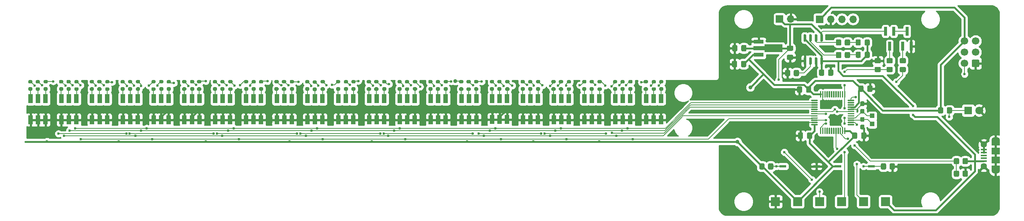
<source format=gtl>
G04 #@! TF.GenerationSoftware,KiCad,Pcbnew,(5.1.10)-1*
G04 #@! TF.CreationDate,2022-05-27T17:54:39+02:00*
G04 #@! TF.ProjectId,POV_display_schematic,504f565f-6469-4737-906c-61795f736368,1*
G04 #@! TF.SameCoordinates,Original*
G04 #@! TF.FileFunction,Copper,L1,Top*
G04 #@! TF.FilePolarity,Positive*
%FSLAX46Y46*%
G04 Gerber Fmt 4.6, Leading zero omitted, Abs format (unit mm)*
G04 Created by KiCad (PCBNEW (5.1.10)-1) date 2022-05-27 17:54:39*
%MOMM*%
%LPD*%
G01*
G04 APERTURE LIST*
G04 #@! TA.AperFunction,SMDPad,CuDef*
%ADD10R,1.100000X2.000000*%
G04 #@! TD*
G04 #@! TA.AperFunction,ComponentPad*
%ADD11C,1.800000*%
G04 #@! TD*
G04 #@! TA.AperFunction,ComponentPad*
%ADD12R,1.800000X1.800000*%
G04 #@! TD*
G04 #@! TA.AperFunction,SMDPad,CuDef*
%ADD13R,1.100000X1.050000*%
G04 #@! TD*
G04 #@! TA.AperFunction,SMDPad,CuDef*
%ADD14C,0.152400*%
G04 #@! TD*
G04 #@! TA.AperFunction,SMDPad,CuDef*
%ADD15R,2.300000X0.900000*%
G04 #@! TD*
G04 #@! TA.AperFunction,SMDPad,CuDef*
%ADD16R,2.000000X2.000000*%
G04 #@! TD*
G04 #@! TA.AperFunction,SMDPad,CuDef*
%ADD17R,1.500000X0.600000*%
G04 #@! TD*
G04 #@! TA.AperFunction,SMDPad,CuDef*
%ADD18R,0.650000X2.000000*%
G04 #@! TD*
G04 #@! TA.AperFunction,ComponentPad*
%ADD19C,1.700000*%
G04 #@! TD*
G04 #@! TA.AperFunction,ComponentPad*
%ADD20O,1.700000X1.700000*%
G04 #@! TD*
G04 #@! TA.AperFunction,ComponentPad*
%ADD21R,1.700000X1.700000*%
G04 #@! TD*
G04 #@! TA.AperFunction,SMDPad,CuDef*
%ADD22R,1.900000X1.200000*%
G04 #@! TD*
G04 #@! TA.AperFunction,ComponentPad*
%ADD23O,1.900000X1.200000*%
G04 #@! TD*
G04 #@! TA.AperFunction,SMDPad,CuDef*
%ADD24R,1.900000X1.500000*%
G04 #@! TD*
G04 #@! TA.AperFunction,ComponentPad*
%ADD25C,1.450000*%
G04 #@! TD*
G04 #@! TA.AperFunction,SMDPad,CuDef*
%ADD26R,1.350000X0.400000*%
G04 #@! TD*
G04 #@! TA.AperFunction,ViaPad*
%ADD27C,0.900000*%
G04 #@! TD*
G04 #@! TA.AperFunction,ViaPad*
%ADD28C,0.600000*%
G04 #@! TD*
G04 #@! TA.AperFunction,Conductor*
%ADD29C,0.400000*%
G04 #@! TD*
G04 #@! TA.AperFunction,Conductor*
%ADD30C,0.150000*%
G04 #@! TD*
G04 #@! TA.AperFunction,Conductor*
%ADD31C,0.200000*%
G04 #@! TD*
G04 #@! TA.AperFunction,Conductor*
%ADD32C,0.254000*%
G04 #@! TD*
G04 #@! TA.AperFunction,Conductor*
%ADD33C,0.152400*%
G04 #@! TD*
G04 APERTURE END LIST*
D10*
X54950000Y-99650000D03*
X53250000Y-99650000D03*
X51550000Y-99650000D03*
X51550000Y-94850000D03*
X53250000Y-94850000D03*
X54950000Y-94850000D03*
X61950000Y-99650000D03*
X60250000Y-99650000D03*
X58550000Y-99650000D03*
X58550000Y-94850000D03*
X60250000Y-94850000D03*
X61950000Y-94850000D03*
X68950000Y-99650000D03*
X67250000Y-99650000D03*
X65550000Y-99650000D03*
X65550000Y-94850000D03*
X67250000Y-94850000D03*
X68950000Y-94850000D03*
X75950000Y-99650000D03*
X74250000Y-99650000D03*
X72550000Y-99650000D03*
X72550000Y-94850000D03*
X74250000Y-94850000D03*
X75950000Y-94850000D03*
X82950000Y-99650000D03*
X81250000Y-99650000D03*
X79550000Y-99650000D03*
X79550000Y-94850000D03*
X81250000Y-94850000D03*
X82950000Y-94850000D03*
X89950000Y-99650000D03*
X88250000Y-99650000D03*
X86550000Y-99650000D03*
X86550000Y-94850000D03*
X88250000Y-94850000D03*
X89950000Y-94850000D03*
X96950000Y-99650000D03*
X95250000Y-99650000D03*
X93550000Y-99650000D03*
X93550000Y-94850000D03*
X95250000Y-94850000D03*
X96950000Y-94850000D03*
X103950000Y-99650000D03*
X102250000Y-99650000D03*
X100550000Y-99650000D03*
X100550000Y-94850000D03*
X102250000Y-94850000D03*
X103950000Y-94850000D03*
X110950000Y-99650000D03*
X109250000Y-99650000D03*
X107550000Y-99650000D03*
X107550000Y-94850000D03*
X109250000Y-94850000D03*
X110950000Y-94850000D03*
X117950000Y-99650000D03*
X116250000Y-99650000D03*
X114550000Y-99650000D03*
X114550000Y-94850000D03*
X116250000Y-94850000D03*
X117950000Y-94850000D03*
X124950000Y-99650000D03*
X123250000Y-99650000D03*
X121550000Y-99650000D03*
X121550000Y-94850000D03*
X123250000Y-94850000D03*
X124950000Y-94850000D03*
X131950000Y-99650000D03*
X130250000Y-99650000D03*
X128550000Y-99650000D03*
X128550000Y-94850000D03*
X130250000Y-94850000D03*
X131950000Y-94850000D03*
X138950000Y-99650000D03*
X137250000Y-99650000D03*
X135550000Y-99650000D03*
X135550000Y-94850000D03*
X137250000Y-94850000D03*
X138950000Y-94850000D03*
X145950000Y-99650000D03*
X144250000Y-99650000D03*
X142550000Y-99650000D03*
X142550000Y-94850000D03*
X144250000Y-94850000D03*
X145950000Y-94850000D03*
X152950000Y-99650000D03*
X151250000Y-99650000D03*
X149550000Y-99650000D03*
X149550000Y-94850000D03*
X151250000Y-94850000D03*
X152950000Y-94850000D03*
X159950000Y-99600000D03*
X158250000Y-99600000D03*
X156550000Y-99600000D03*
X156550000Y-94800000D03*
X158250000Y-94800000D03*
X159950000Y-94800000D03*
X166950000Y-99650000D03*
X165250000Y-99650000D03*
X163550000Y-99650000D03*
X163550000Y-94850000D03*
X165250000Y-94850000D03*
X166950000Y-94850000D03*
X173950000Y-99650000D03*
X172250000Y-99650000D03*
X170550000Y-99650000D03*
X170550000Y-94850000D03*
X172250000Y-94850000D03*
X173950000Y-94850000D03*
X180950000Y-99650000D03*
X179250000Y-99650000D03*
X177550000Y-99650000D03*
X177550000Y-94850000D03*
X179250000Y-94850000D03*
X180950000Y-94850000D03*
X187950000Y-99650000D03*
X186250000Y-99650000D03*
X184550000Y-99650000D03*
X184550000Y-94850000D03*
X186250000Y-94850000D03*
X187950000Y-94850000D03*
X194950000Y-99650000D03*
X193250000Y-99650000D03*
X191550000Y-99650000D03*
X191550000Y-94850000D03*
X193250000Y-94850000D03*
X194950000Y-94850000D03*
D11*
X267340000Y-97500000D03*
D12*
X264800000Y-97500000D03*
D13*
X243000000Y-100600000D03*
X243000000Y-98750000D03*
G04 #@! TA.AperFunction,SMDPad,CuDef*
G36*
G01*
X236900000Y-101500000D02*
X236900000Y-102825000D01*
G75*
G02*
X236825000Y-102900000I-75000J0D01*
G01*
X236675000Y-102900000D01*
G75*
G02*
X236600000Y-102825000I0J75000D01*
G01*
X236600000Y-101500000D01*
G75*
G02*
X236675000Y-101425000I75000J0D01*
G01*
X236825000Y-101425000D01*
G75*
G02*
X236900000Y-101500000I0J-75000D01*
G01*
G37*
G04 #@! TD.AperFunction*
G04 #@! TA.AperFunction,SMDPad,CuDef*
G36*
G01*
X236400000Y-101500000D02*
X236400000Y-102825000D01*
G75*
G02*
X236325000Y-102900000I-75000J0D01*
G01*
X236175000Y-102900000D01*
G75*
G02*
X236100000Y-102825000I0J75000D01*
G01*
X236100000Y-101500000D01*
G75*
G02*
X236175000Y-101425000I75000J0D01*
G01*
X236325000Y-101425000D01*
G75*
G02*
X236400000Y-101500000I0J-75000D01*
G01*
G37*
G04 #@! TD.AperFunction*
G04 #@! TA.AperFunction,SMDPad,CuDef*
G36*
G01*
X235900000Y-101500000D02*
X235900000Y-102825000D01*
G75*
G02*
X235825000Y-102900000I-75000J0D01*
G01*
X235675000Y-102900000D01*
G75*
G02*
X235600000Y-102825000I0J75000D01*
G01*
X235600000Y-101500000D01*
G75*
G02*
X235675000Y-101425000I75000J0D01*
G01*
X235825000Y-101425000D01*
G75*
G02*
X235900000Y-101500000I0J-75000D01*
G01*
G37*
G04 #@! TD.AperFunction*
G04 #@! TA.AperFunction,SMDPad,CuDef*
G36*
G01*
X235400000Y-101500000D02*
X235400000Y-102825000D01*
G75*
G02*
X235325000Y-102900000I-75000J0D01*
G01*
X235175000Y-102900000D01*
G75*
G02*
X235100000Y-102825000I0J75000D01*
G01*
X235100000Y-101500000D01*
G75*
G02*
X235175000Y-101425000I75000J0D01*
G01*
X235325000Y-101425000D01*
G75*
G02*
X235400000Y-101500000I0J-75000D01*
G01*
G37*
G04 #@! TD.AperFunction*
G04 #@! TA.AperFunction,SMDPad,CuDef*
G36*
G01*
X234900000Y-101500000D02*
X234900000Y-102825000D01*
G75*
G02*
X234825000Y-102900000I-75000J0D01*
G01*
X234675000Y-102900000D01*
G75*
G02*
X234600000Y-102825000I0J75000D01*
G01*
X234600000Y-101500000D01*
G75*
G02*
X234675000Y-101425000I75000J0D01*
G01*
X234825000Y-101425000D01*
G75*
G02*
X234900000Y-101500000I0J-75000D01*
G01*
G37*
G04 #@! TD.AperFunction*
G04 #@! TA.AperFunction,SMDPad,CuDef*
G36*
G01*
X234400000Y-101500000D02*
X234400000Y-102825000D01*
G75*
G02*
X234325000Y-102900000I-75000J0D01*
G01*
X234175000Y-102900000D01*
G75*
G02*
X234100000Y-102825000I0J75000D01*
G01*
X234100000Y-101500000D01*
G75*
G02*
X234175000Y-101425000I75000J0D01*
G01*
X234325000Y-101425000D01*
G75*
G02*
X234400000Y-101500000I0J-75000D01*
G01*
G37*
G04 #@! TD.AperFunction*
G04 #@! TA.AperFunction,SMDPad,CuDef*
G36*
G01*
X233900000Y-101500000D02*
X233900000Y-102825000D01*
G75*
G02*
X233825000Y-102900000I-75000J0D01*
G01*
X233675000Y-102900000D01*
G75*
G02*
X233600000Y-102825000I0J75000D01*
G01*
X233600000Y-101500000D01*
G75*
G02*
X233675000Y-101425000I75000J0D01*
G01*
X233825000Y-101425000D01*
G75*
G02*
X233900000Y-101500000I0J-75000D01*
G01*
G37*
G04 #@! TD.AperFunction*
G04 #@! TA.AperFunction,SMDPad,CuDef*
G36*
G01*
X233400000Y-101500000D02*
X233400000Y-102825000D01*
G75*
G02*
X233325000Y-102900000I-75000J0D01*
G01*
X233175000Y-102900000D01*
G75*
G02*
X233100000Y-102825000I0J75000D01*
G01*
X233100000Y-101500000D01*
G75*
G02*
X233175000Y-101425000I75000J0D01*
G01*
X233325000Y-101425000D01*
G75*
G02*
X233400000Y-101500000I0J-75000D01*
G01*
G37*
G04 #@! TD.AperFunction*
G04 #@! TA.AperFunction,SMDPad,CuDef*
G36*
G01*
X232900000Y-101500000D02*
X232900000Y-102825000D01*
G75*
G02*
X232825000Y-102900000I-75000J0D01*
G01*
X232675000Y-102900000D01*
G75*
G02*
X232600000Y-102825000I0J75000D01*
G01*
X232600000Y-101500000D01*
G75*
G02*
X232675000Y-101425000I75000J0D01*
G01*
X232825000Y-101425000D01*
G75*
G02*
X232900000Y-101500000I0J-75000D01*
G01*
G37*
G04 #@! TD.AperFunction*
G04 #@! TA.AperFunction,SMDPad,CuDef*
G36*
G01*
X232400000Y-101500000D02*
X232400000Y-102825000D01*
G75*
G02*
X232325000Y-102900000I-75000J0D01*
G01*
X232175000Y-102900000D01*
G75*
G02*
X232100000Y-102825000I0J75000D01*
G01*
X232100000Y-101500000D01*
G75*
G02*
X232175000Y-101425000I75000J0D01*
G01*
X232325000Y-101425000D01*
G75*
G02*
X232400000Y-101500000I0J-75000D01*
G01*
G37*
G04 #@! TD.AperFunction*
G04 #@! TA.AperFunction,SMDPad,CuDef*
G36*
G01*
X231900000Y-101500000D02*
X231900000Y-102825000D01*
G75*
G02*
X231825000Y-102900000I-75000J0D01*
G01*
X231675000Y-102900000D01*
G75*
G02*
X231600000Y-102825000I0J75000D01*
G01*
X231600000Y-101500000D01*
G75*
G02*
X231675000Y-101425000I75000J0D01*
G01*
X231825000Y-101425000D01*
G75*
G02*
X231900000Y-101500000I0J-75000D01*
G01*
G37*
G04 #@! TD.AperFunction*
G04 #@! TA.AperFunction,SMDPad,CuDef*
G36*
G01*
X231400000Y-101500000D02*
X231400000Y-102825000D01*
G75*
G02*
X231325000Y-102900000I-75000J0D01*
G01*
X231175000Y-102900000D01*
G75*
G02*
X231100000Y-102825000I0J75000D01*
G01*
X231100000Y-101500000D01*
G75*
G02*
X231175000Y-101425000I75000J0D01*
G01*
X231325000Y-101425000D01*
G75*
G02*
X231400000Y-101500000I0J-75000D01*
G01*
G37*
G04 #@! TD.AperFunction*
G04 #@! TA.AperFunction,SMDPad,CuDef*
G36*
G01*
X230575000Y-100675000D02*
X230575000Y-100825000D01*
G75*
G02*
X230500000Y-100900000I-75000J0D01*
G01*
X229175000Y-100900000D01*
G75*
G02*
X229100000Y-100825000I0J75000D01*
G01*
X229100000Y-100675000D01*
G75*
G02*
X229175000Y-100600000I75000J0D01*
G01*
X230500000Y-100600000D01*
G75*
G02*
X230575000Y-100675000I0J-75000D01*
G01*
G37*
G04 #@! TD.AperFunction*
G04 #@! TA.AperFunction,SMDPad,CuDef*
G36*
G01*
X230575000Y-100175000D02*
X230575000Y-100325000D01*
G75*
G02*
X230500000Y-100400000I-75000J0D01*
G01*
X229175000Y-100400000D01*
G75*
G02*
X229100000Y-100325000I0J75000D01*
G01*
X229100000Y-100175000D01*
G75*
G02*
X229175000Y-100100000I75000J0D01*
G01*
X230500000Y-100100000D01*
G75*
G02*
X230575000Y-100175000I0J-75000D01*
G01*
G37*
G04 #@! TD.AperFunction*
G04 #@! TA.AperFunction,SMDPad,CuDef*
G36*
G01*
X230575000Y-99675000D02*
X230575000Y-99825000D01*
G75*
G02*
X230500000Y-99900000I-75000J0D01*
G01*
X229175000Y-99900000D01*
G75*
G02*
X229100000Y-99825000I0J75000D01*
G01*
X229100000Y-99675000D01*
G75*
G02*
X229175000Y-99600000I75000J0D01*
G01*
X230500000Y-99600000D01*
G75*
G02*
X230575000Y-99675000I0J-75000D01*
G01*
G37*
G04 #@! TD.AperFunction*
G04 #@! TA.AperFunction,SMDPad,CuDef*
G36*
G01*
X230575000Y-99175000D02*
X230575000Y-99325000D01*
G75*
G02*
X230500000Y-99400000I-75000J0D01*
G01*
X229175000Y-99400000D01*
G75*
G02*
X229100000Y-99325000I0J75000D01*
G01*
X229100000Y-99175000D01*
G75*
G02*
X229175000Y-99100000I75000J0D01*
G01*
X230500000Y-99100000D01*
G75*
G02*
X230575000Y-99175000I0J-75000D01*
G01*
G37*
G04 #@! TD.AperFunction*
G04 #@! TA.AperFunction,SMDPad,CuDef*
G36*
G01*
X230575000Y-98675000D02*
X230575000Y-98825000D01*
G75*
G02*
X230500000Y-98900000I-75000J0D01*
G01*
X229175000Y-98900000D01*
G75*
G02*
X229100000Y-98825000I0J75000D01*
G01*
X229100000Y-98675000D01*
G75*
G02*
X229175000Y-98600000I75000J0D01*
G01*
X230500000Y-98600000D01*
G75*
G02*
X230575000Y-98675000I0J-75000D01*
G01*
G37*
G04 #@! TD.AperFunction*
G04 #@! TA.AperFunction,SMDPad,CuDef*
G36*
G01*
X230575000Y-98175000D02*
X230575000Y-98325000D01*
G75*
G02*
X230500000Y-98400000I-75000J0D01*
G01*
X229175000Y-98400000D01*
G75*
G02*
X229100000Y-98325000I0J75000D01*
G01*
X229100000Y-98175000D01*
G75*
G02*
X229175000Y-98100000I75000J0D01*
G01*
X230500000Y-98100000D01*
G75*
G02*
X230575000Y-98175000I0J-75000D01*
G01*
G37*
G04 #@! TD.AperFunction*
G04 #@! TA.AperFunction,SMDPad,CuDef*
G36*
G01*
X230575000Y-97675000D02*
X230575000Y-97825000D01*
G75*
G02*
X230500000Y-97900000I-75000J0D01*
G01*
X229175000Y-97900000D01*
G75*
G02*
X229100000Y-97825000I0J75000D01*
G01*
X229100000Y-97675000D01*
G75*
G02*
X229175000Y-97600000I75000J0D01*
G01*
X230500000Y-97600000D01*
G75*
G02*
X230575000Y-97675000I0J-75000D01*
G01*
G37*
G04 #@! TD.AperFunction*
G04 #@! TA.AperFunction,SMDPad,CuDef*
G36*
G01*
X230575000Y-97175000D02*
X230575000Y-97325000D01*
G75*
G02*
X230500000Y-97400000I-75000J0D01*
G01*
X229175000Y-97400000D01*
G75*
G02*
X229100000Y-97325000I0J75000D01*
G01*
X229100000Y-97175000D01*
G75*
G02*
X229175000Y-97100000I75000J0D01*
G01*
X230500000Y-97100000D01*
G75*
G02*
X230575000Y-97175000I0J-75000D01*
G01*
G37*
G04 #@! TD.AperFunction*
G04 #@! TA.AperFunction,SMDPad,CuDef*
G36*
G01*
X230575000Y-96675000D02*
X230575000Y-96825000D01*
G75*
G02*
X230500000Y-96900000I-75000J0D01*
G01*
X229175000Y-96900000D01*
G75*
G02*
X229100000Y-96825000I0J75000D01*
G01*
X229100000Y-96675000D01*
G75*
G02*
X229175000Y-96600000I75000J0D01*
G01*
X230500000Y-96600000D01*
G75*
G02*
X230575000Y-96675000I0J-75000D01*
G01*
G37*
G04 #@! TD.AperFunction*
G04 #@! TA.AperFunction,SMDPad,CuDef*
G36*
G01*
X230575000Y-96175000D02*
X230575000Y-96325000D01*
G75*
G02*
X230500000Y-96400000I-75000J0D01*
G01*
X229175000Y-96400000D01*
G75*
G02*
X229100000Y-96325000I0J75000D01*
G01*
X229100000Y-96175000D01*
G75*
G02*
X229175000Y-96100000I75000J0D01*
G01*
X230500000Y-96100000D01*
G75*
G02*
X230575000Y-96175000I0J-75000D01*
G01*
G37*
G04 #@! TD.AperFunction*
G04 #@! TA.AperFunction,SMDPad,CuDef*
G36*
G01*
X230575000Y-95675000D02*
X230575000Y-95825000D01*
G75*
G02*
X230500000Y-95900000I-75000J0D01*
G01*
X229175000Y-95900000D01*
G75*
G02*
X229100000Y-95825000I0J75000D01*
G01*
X229100000Y-95675000D01*
G75*
G02*
X229175000Y-95600000I75000J0D01*
G01*
X230500000Y-95600000D01*
G75*
G02*
X230575000Y-95675000I0J-75000D01*
G01*
G37*
G04 #@! TD.AperFunction*
G04 #@! TA.AperFunction,SMDPad,CuDef*
G36*
G01*
X230575000Y-95175000D02*
X230575000Y-95325000D01*
G75*
G02*
X230500000Y-95400000I-75000J0D01*
G01*
X229175000Y-95400000D01*
G75*
G02*
X229100000Y-95325000I0J75000D01*
G01*
X229100000Y-95175000D01*
G75*
G02*
X229175000Y-95100000I75000J0D01*
G01*
X230500000Y-95100000D01*
G75*
G02*
X230575000Y-95175000I0J-75000D01*
G01*
G37*
G04 #@! TD.AperFunction*
G04 #@! TA.AperFunction,SMDPad,CuDef*
G36*
G01*
X231400000Y-93175000D02*
X231400000Y-94500000D01*
G75*
G02*
X231325000Y-94575000I-75000J0D01*
G01*
X231175000Y-94575000D01*
G75*
G02*
X231100000Y-94500000I0J75000D01*
G01*
X231100000Y-93175000D01*
G75*
G02*
X231175000Y-93100000I75000J0D01*
G01*
X231325000Y-93100000D01*
G75*
G02*
X231400000Y-93175000I0J-75000D01*
G01*
G37*
G04 #@! TD.AperFunction*
G04 #@! TA.AperFunction,SMDPad,CuDef*
G36*
G01*
X231900000Y-93175000D02*
X231900000Y-94500000D01*
G75*
G02*
X231825000Y-94575000I-75000J0D01*
G01*
X231675000Y-94575000D01*
G75*
G02*
X231600000Y-94500000I0J75000D01*
G01*
X231600000Y-93175000D01*
G75*
G02*
X231675000Y-93100000I75000J0D01*
G01*
X231825000Y-93100000D01*
G75*
G02*
X231900000Y-93175000I0J-75000D01*
G01*
G37*
G04 #@! TD.AperFunction*
G04 #@! TA.AperFunction,SMDPad,CuDef*
G36*
G01*
X232400000Y-93175000D02*
X232400000Y-94500000D01*
G75*
G02*
X232325000Y-94575000I-75000J0D01*
G01*
X232175000Y-94575000D01*
G75*
G02*
X232100000Y-94500000I0J75000D01*
G01*
X232100000Y-93175000D01*
G75*
G02*
X232175000Y-93100000I75000J0D01*
G01*
X232325000Y-93100000D01*
G75*
G02*
X232400000Y-93175000I0J-75000D01*
G01*
G37*
G04 #@! TD.AperFunction*
G04 #@! TA.AperFunction,SMDPad,CuDef*
G36*
G01*
X232900000Y-93175000D02*
X232900000Y-94500000D01*
G75*
G02*
X232825000Y-94575000I-75000J0D01*
G01*
X232675000Y-94575000D01*
G75*
G02*
X232600000Y-94500000I0J75000D01*
G01*
X232600000Y-93175000D01*
G75*
G02*
X232675000Y-93100000I75000J0D01*
G01*
X232825000Y-93100000D01*
G75*
G02*
X232900000Y-93175000I0J-75000D01*
G01*
G37*
G04 #@! TD.AperFunction*
G04 #@! TA.AperFunction,SMDPad,CuDef*
G36*
G01*
X233400000Y-93175000D02*
X233400000Y-94500000D01*
G75*
G02*
X233325000Y-94575000I-75000J0D01*
G01*
X233175000Y-94575000D01*
G75*
G02*
X233100000Y-94500000I0J75000D01*
G01*
X233100000Y-93175000D01*
G75*
G02*
X233175000Y-93100000I75000J0D01*
G01*
X233325000Y-93100000D01*
G75*
G02*
X233400000Y-93175000I0J-75000D01*
G01*
G37*
G04 #@! TD.AperFunction*
G04 #@! TA.AperFunction,SMDPad,CuDef*
G36*
G01*
X233900000Y-93175000D02*
X233900000Y-94500000D01*
G75*
G02*
X233825000Y-94575000I-75000J0D01*
G01*
X233675000Y-94575000D01*
G75*
G02*
X233600000Y-94500000I0J75000D01*
G01*
X233600000Y-93175000D01*
G75*
G02*
X233675000Y-93100000I75000J0D01*
G01*
X233825000Y-93100000D01*
G75*
G02*
X233900000Y-93175000I0J-75000D01*
G01*
G37*
G04 #@! TD.AperFunction*
G04 #@! TA.AperFunction,SMDPad,CuDef*
G36*
G01*
X234400000Y-93175000D02*
X234400000Y-94500000D01*
G75*
G02*
X234325000Y-94575000I-75000J0D01*
G01*
X234175000Y-94575000D01*
G75*
G02*
X234100000Y-94500000I0J75000D01*
G01*
X234100000Y-93175000D01*
G75*
G02*
X234175000Y-93100000I75000J0D01*
G01*
X234325000Y-93100000D01*
G75*
G02*
X234400000Y-93175000I0J-75000D01*
G01*
G37*
G04 #@! TD.AperFunction*
G04 #@! TA.AperFunction,SMDPad,CuDef*
G36*
G01*
X234900000Y-93175000D02*
X234900000Y-94500000D01*
G75*
G02*
X234825000Y-94575000I-75000J0D01*
G01*
X234675000Y-94575000D01*
G75*
G02*
X234600000Y-94500000I0J75000D01*
G01*
X234600000Y-93175000D01*
G75*
G02*
X234675000Y-93100000I75000J0D01*
G01*
X234825000Y-93100000D01*
G75*
G02*
X234900000Y-93175000I0J-75000D01*
G01*
G37*
G04 #@! TD.AperFunction*
G04 #@! TA.AperFunction,SMDPad,CuDef*
G36*
G01*
X235400000Y-93175000D02*
X235400000Y-94500000D01*
G75*
G02*
X235325000Y-94575000I-75000J0D01*
G01*
X235175000Y-94575000D01*
G75*
G02*
X235100000Y-94500000I0J75000D01*
G01*
X235100000Y-93175000D01*
G75*
G02*
X235175000Y-93100000I75000J0D01*
G01*
X235325000Y-93100000D01*
G75*
G02*
X235400000Y-93175000I0J-75000D01*
G01*
G37*
G04 #@! TD.AperFunction*
G04 #@! TA.AperFunction,SMDPad,CuDef*
G36*
G01*
X235900000Y-93175000D02*
X235900000Y-94500000D01*
G75*
G02*
X235825000Y-94575000I-75000J0D01*
G01*
X235675000Y-94575000D01*
G75*
G02*
X235600000Y-94500000I0J75000D01*
G01*
X235600000Y-93175000D01*
G75*
G02*
X235675000Y-93100000I75000J0D01*
G01*
X235825000Y-93100000D01*
G75*
G02*
X235900000Y-93175000I0J-75000D01*
G01*
G37*
G04 #@! TD.AperFunction*
G04 #@! TA.AperFunction,SMDPad,CuDef*
G36*
G01*
X236400000Y-93175000D02*
X236400000Y-94500000D01*
G75*
G02*
X236325000Y-94575000I-75000J0D01*
G01*
X236175000Y-94575000D01*
G75*
G02*
X236100000Y-94500000I0J75000D01*
G01*
X236100000Y-93175000D01*
G75*
G02*
X236175000Y-93100000I75000J0D01*
G01*
X236325000Y-93100000D01*
G75*
G02*
X236400000Y-93175000I0J-75000D01*
G01*
G37*
G04 #@! TD.AperFunction*
G04 #@! TA.AperFunction,SMDPad,CuDef*
G36*
G01*
X236900000Y-93175000D02*
X236900000Y-94500000D01*
G75*
G02*
X236825000Y-94575000I-75000J0D01*
G01*
X236675000Y-94575000D01*
G75*
G02*
X236600000Y-94500000I0J75000D01*
G01*
X236600000Y-93175000D01*
G75*
G02*
X236675000Y-93100000I75000J0D01*
G01*
X236825000Y-93100000D01*
G75*
G02*
X236900000Y-93175000I0J-75000D01*
G01*
G37*
G04 #@! TD.AperFunction*
G04 #@! TA.AperFunction,SMDPad,CuDef*
G36*
G01*
X238900000Y-95175000D02*
X238900000Y-95325000D01*
G75*
G02*
X238825000Y-95400000I-75000J0D01*
G01*
X237500000Y-95400000D01*
G75*
G02*
X237425000Y-95325000I0J75000D01*
G01*
X237425000Y-95175000D01*
G75*
G02*
X237500000Y-95100000I75000J0D01*
G01*
X238825000Y-95100000D01*
G75*
G02*
X238900000Y-95175000I0J-75000D01*
G01*
G37*
G04 #@! TD.AperFunction*
G04 #@! TA.AperFunction,SMDPad,CuDef*
G36*
G01*
X238900000Y-95675000D02*
X238900000Y-95825000D01*
G75*
G02*
X238825000Y-95900000I-75000J0D01*
G01*
X237500000Y-95900000D01*
G75*
G02*
X237425000Y-95825000I0J75000D01*
G01*
X237425000Y-95675000D01*
G75*
G02*
X237500000Y-95600000I75000J0D01*
G01*
X238825000Y-95600000D01*
G75*
G02*
X238900000Y-95675000I0J-75000D01*
G01*
G37*
G04 #@! TD.AperFunction*
G04 #@! TA.AperFunction,SMDPad,CuDef*
G36*
G01*
X238900000Y-96175000D02*
X238900000Y-96325000D01*
G75*
G02*
X238825000Y-96400000I-75000J0D01*
G01*
X237500000Y-96400000D01*
G75*
G02*
X237425000Y-96325000I0J75000D01*
G01*
X237425000Y-96175000D01*
G75*
G02*
X237500000Y-96100000I75000J0D01*
G01*
X238825000Y-96100000D01*
G75*
G02*
X238900000Y-96175000I0J-75000D01*
G01*
G37*
G04 #@! TD.AperFunction*
G04 #@! TA.AperFunction,SMDPad,CuDef*
G36*
G01*
X238900000Y-96675000D02*
X238900000Y-96825000D01*
G75*
G02*
X238825000Y-96900000I-75000J0D01*
G01*
X237500000Y-96900000D01*
G75*
G02*
X237425000Y-96825000I0J75000D01*
G01*
X237425000Y-96675000D01*
G75*
G02*
X237500000Y-96600000I75000J0D01*
G01*
X238825000Y-96600000D01*
G75*
G02*
X238900000Y-96675000I0J-75000D01*
G01*
G37*
G04 #@! TD.AperFunction*
G04 #@! TA.AperFunction,SMDPad,CuDef*
G36*
G01*
X238900000Y-97175000D02*
X238900000Y-97325000D01*
G75*
G02*
X238825000Y-97400000I-75000J0D01*
G01*
X237500000Y-97400000D01*
G75*
G02*
X237425000Y-97325000I0J75000D01*
G01*
X237425000Y-97175000D01*
G75*
G02*
X237500000Y-97100000I75000J0D01*
G01*
X238825000Y-97100000D01*
G75*
G02*
X238900000Y-97175000I0J-75000D01*
G01*
G37*
G04 #@! TD.AperFunction*
G04 #@! TA.AperFunction,SMDPad,CuDef*
G36*
G01*
X238900000Y-97675000D02*
X238900000Y-97825000D01*
G75*
G02*
X238825000Y-97900000I-75000J0D01*
G01*
X237500000Y-97900000D01*
G75*
G02*
X237425000Y-97825000I0J75000D01*
G01*
X237425000Y-97675000D01*
G75*
G02*
X237500000Y-97600000I75000J0D01*
G01*
X238825000Y-97600000D01*
G75*
G02*
X238900000Y-97675000I0J-75000D01*
G01*
G37*
G04 #@! TD.AperFunction*
G04 #@! TA.AperFunction,SMDPad,CuDef*
G36*
G01*
X238900000Y-98175000D02*
X238900000Y-98325000D01*
G75*
G02*
X238825000Y-98400000I-75000J0D01*
G01*
X237500000Y-98400000D01*
G75*
G02*
X237425000Y-98325000I0J75000D01*
G01*
X237425000Y-98175000D01*
G75*
G02*
X237500000Y-98100000I75000J0D01*
G01*
X238825000Y-98100000D01*
G75*
G02*
X238900000Y-98175000I0J-75000D01*
G01*
G37*
G04 #@! TD.AperFunction*
G04 #@! TA.AperFunction,SMDPad,CuDef*
G36*
G01*
X238900000Y-98675000D02*
X238900000Y-98825000D01*
G75*
G02*
X238825000Y-98900000I-75000J0D01*
G01*
X237500000Y-98900000D01*
G75*
G02*
X237425000Y-98825000I0J75000D01*
G01*
X237425000Y-98675000D01*
G75*
G02*
X237500000Y-98600000I75000J0D01*
G01*
X238825000Y-98600000D01*
G75*
G02*
X238900000Y-98675000I0J-75000D01*
G01*
G37*
G04 #@! TD.AperFunction*
G04 #@! TA.AperFunction,SMDPad,CuDef*
G36*
G01*
X238900000Y-99175000D02*
X238900000Y-99325000D01*
G75*
G02*
X238825000Y-99400000I-75000J0D01*
G01*
X237500000Y-99400000D01*
G75*
G02*
X237425000Y-99325000I0J75000D01*
G01*
X237425000Y-99175000D01*
G75*
G02*
X237500000Y-99100000I75000J0D01*
G01*
X238825000Y-99100000D01*
G75*
G02*
X238900000Y-99175000I0J-75000D01*
G01*
G37*
G04 #@! TD.AperFunction*
G04 #@! TA.AperFunction,SMDPad,CuDef*
G36*
G01*
X238900000Y-99675000D02*
X238900000Y-99825000D01*
G75*
G02*
X238825000Y-99900000I-75000J0D01*
G01*
X237500000Y-99900000D01*
G75*
G02*
X237425000Y-99825000I0J75000D01*
G01*
X237425000Y-99675000D01*
G75*
G02*
X237500000Y-99600000I75000J0D01*
G01*
X238825000Y-99600000D01*
G75*
G02*
X238900000Y-99675000I0J-75000D01*
G01*
G37*
G04 #@! TD.AperFunction*
G04 #@! TA.AperFunction,SMDPad,CuDef*
G36*
G01*
X238900000Y-100175000D02*
X238900000Y-100325000D01*
G75*
G02*
X238825000Y-100400000I-75000J0D01*
G01*
X237500000Y-100400000D01*
G75*
G02*
X237425000Y-100325000I0J75000D01*
G01*
X237425000Y-100175000D01*
G75*
G02*
X237500000Y-100100000I75000J0D01*
G01*
X238825000Y-100100000D01*
G75*
G02*
X238900000Y-100175000I0J-75000D01*
G01*
G37*
G04 #@! TD.AperFunction*
G04 #@! TA.AperFunction,SMDPad,CuDef*
G36*
G01*
X238900000Y-100675000D02*
X238900000Y-100825000D01*
G75*
G02*
X238825000Y-100900000I-75000J0D01*
G01*
X237500000Y-100900000D01*
G75*
G02*
X237425000Y-100825000I0J75000D01*
G01*
X237425000Y-100675000D01*
G75*
G02*
X237500000Y-100600000I75000J0D01*
G01*
X238825000Y-100600000D01*
G75*
G02*
X238900000Y-100675000I0J-75000D01*
G01*
G37*
G04 #@! TD.AperFunction*
G04 #@! TA.AperFunction,SMDPad,CuDef*
G36*
G01*
X227820000Y-81835000D02*
X227520000Y-81835000D01*
G75*
G02*
X227370000Y-81685000I0J150000D01*
G01*
X227370000Y-80335000D01*
G75*
G02*
X227520000Y-80185000I150000J0D01*
G01*
X227820000Y-80185000D01*
G75*
G02*
X227970000Y-80335000I0J-150000D01*
G01*
X227970000Y-81685000D01*
G75*
G02*
X227820000Y-81835000I-150000J0D01*
G01*
G37*
G04 #@! TD.AperFunction*
G04 #@! TA.AperFunction,SMDPad,CuDef*
G36*
G01*
X229090000Y-81835000D02*
X228790000Y-81835000D01*
G75*
G02*
X228640000Y-81685000I0J150000D01*
G01*
X228640000Y-80335000D01*
G75*
G02*
X228790000Y-80185000I150000J0D01*
G01*
X229090000Y-80185000D01*
G75*
G02*
X229240000Y-80335000I0J-150000D01*
G01*
X229240000Y-81685000D01*
G75*
G02*
X229090000Y-81835000I-150000J0D01*
G01*
G37*
G04 #@! TD.AperFunction*
G04 #@! TA.AperFunction,SMDPad,CuDef*
G36*
G01*
X230360000Y-81835000D02*
X230060000Y-81835000D01*
G75*
G02*
X229910000Y-81685000I0J150000D01*
G01*
X229910000Y-80335000D01*
G75*
G02*
X230060000Y-80185000I150000J0D01*
G01*
X230360000Y-80185000D01*
G75*
G02*
X230510000Y-80335000I0J-150000D01*
G01*
X230510000Y-81685000D01*
G75*
G02*
X230360000Y-81835000I-150000J0D01*
G01*
G37*
G04 #@! TD.AperFunction*
G04 #@! TA.AperFunction,SMDPad,CuDef*
G36*
G01*
X231630000Y-81835000D02*
X231330000Y-81835000D01*
G75*
G02*
X231180000Y-81685000I0J150000D01*
G01*
X231180000Y-80335000D01*
G75*
G02*
X231330000Y-80185000I150000J0D01*
G01*
X231630000Y-80185000D01*
G75*
G02*
X231780000Y-80335000I0J-150000D01*
G01*
X231780000Y-81685000D01*
G75*
G02*
X231630000Y-81835000I-150000J0D01*
G01*
G37*
G04 #@! TD.AperFunction*
G04 #@! TA.AperFunction,SMDPad,CuDef*
G36*
G01*
X231630000Y-87085000D02*
X231330000Y-87085000D01*
G75*
G02*
X231180000Y-86935000I0J150000D01*
G01*
X231180000Y-85585000D01*
G75*
G02*
X231330000Y-85435000I150000J0D01*
G01*
X231630000Y-85435000D01*
G75*
G02*
X231780000Y-85585000I0J-150000D01*
G01*
X231780000Y-86935000D01*
G75*
G02*
X231630000Y-87085000I-150000J0D01*
G01*
G37*
G04 #@! TD.AperFunction*
G04 #@! TA.AperFunction,SMDPad,CuDef*
G36*
G01*
X230360000Y-87085000D02*
X230060000Y-87085000D01*
G75*
G02*
X229910000Y-86935000I0J150000D01*
G01*
X229910000Y-85585000D01*
G75*
G02*
X230060000Y-85435000I150000J0D01*
G01*
X230360000Y-85435000D01*
G75*
G02*
X230510000Y-85585000I0J-150000D01*
G01*
X230510000Y-86935000D01*
G75*
G02*
X230360000Y-87085000I-150000J0D01*
G01*
G37*
G04 #@! TD.AperFunction*
G04 #@! TA.AperFunction,SMDPad,CuDef*
G36*
G01*
X229090000Y-87085000D02*
X228790000Y-87085000D01*
G75*
G02*
X228640000Y-86935000I0J150000D01*
G01*
X228640000Y-85585000D01*
G75*
G02*
X228790000Y-85435000I150000J0D01*
G01*
X229090000Y-85435000D01*
G75*
G02*
X229240000Y-85585000I0J-150000D01*
G01*
X229240000Y-86935000D01*
G75*
G02*
X229090000Y-87085000I-150000J0D01*
G01*
G37*
G04 #@! TD.AperFunction*
G04 #@! TA.AperFunction,SMDPad,CuDef*
G36*
G01*
X227820000Y-87085000D02*
X227520000Y-87085000D01*
G75*
G02*
X227370000Y-86935000I0J150000D01*
G01*
X227370000Y-85585000D01*
G75*
G02*
X227520000Y-85435000I150000J0D01*
G01*
X227820000Y-85435000D01*
G75*
G02*
X227970000Y-85585000I0J-150000D01*
G01*
X227970000Y-86935000D01*
G75*
G02*
X227820000Y-87085000I-150000J0D01*
G01*
G37*
G04 #@! TD.AperFunction*
G04 #@! TA.AperFunction,SMDPad,CuDef*
D14*
G36*
X222600000Y-84216500D02*
G01*
X218475000Y-84216500D01*
X218475000Y-83800000D01*
X216000000Y-83800000D01*
X216000000Y-82900000D01*
X218475000Y-82900000D01*
X218475000Y-82483500D01*
X222600000Y-82483500D01*
X222600000Y-84216500D01*
G37*
G04 #@! TD.AperFunction*
D15*
X217150000Y-84850000D03*
X217150000Y-81850000D03*
D16*
X231000000Y-118250000D03*
X246000000Y-118250000D03*
X236000000Y-118250000D03*
X241000000Y-118250000D03*
X221000000Y-118250000D03*
X226000000Y-118250000D03*
D17*
X242825000Y-110250000D03*
X235175000Y-110250000D03*
X230325000Y-110250000D03*
X222675000Y-110250000D03*
G04 #@! TA.AperFunction,SMDPad,CuDef*
G36*
G01*
X54725000Y-92225000D02*
X55275000Y-92225000D01*
G75*
G02*
X55475000Y-92425000I0J-200000D01*
G01*
X55475000Y-92825000D01*
G75*
G02*
X55275000Y-93025000I-200000J0D01*
G01*
X54725000Y-93025000D01*
G75*
G02*
X54525000Y-92825000I0J200000D01*
G01*
X54525000Y-92425000D01*
G75*
G02*
X54725000Y-92225000I200000J0D01*
G01*
G37*
G04 #@! TD.AperFunction*
G04 #@! TA.AperFunction,SMDPad,CuDef*
G36*
G01*
X54725000Y-90575000D02*
X55275000Y-90575000D01*
G75*
G02*
X55475000Y-90775000I0J-200000D01*
G01*
X55475000Y-91175000D01*
G75*
G02*
X55275000Y-91375000I-200000J0D01*
G01*
X54725000Y-91375000D01*
G75*
G02*
X54525000Y-91175000I0J200000D01*
G01*
X54525000Y-90775000D01*
G75*
G02*
X54725000Y-90575000I200000J0D01*
G01*
G37*
G04 #@! TD.AperFunction*
G04 #@! TA.AperFunction,SMDPad,CuDef*
G36*
G01*
X61725000Y-92237500D02*
X62275000Y-92237500D01*
G75*
G02*
X62475000Y-92437500I0J-200000D01*
G01*
X62475000Y-92837500D01*
G75*
G02*
X62275000Y-93037500I-200000J0D01*
G01*
X61725000Y-93037500D01*
G75*
G02*
X61525000Y-92837500I0J200000D01*
G01*
X61525000Y-92437500D01*
G75*
G02*
X61725000Y-92237500I200000J0D01*
G01*
G37*
G04 #@! TD.AperFunction*
G04 #@! TA.AperFunction,SMDPad,CuDef*
G36*
G01*
X61725000Y-90587500D02*
X62275000Y-90587500D01*
G75*
G02*
X62475000Y-90787500I0J-200000D01*
G01*
X62475000Y-91187500D01*
G75*
G02*
X62275000Y-91387500I-200000J0D01*
G01*
X61725000Y-91387500D01*
G75*
G02*
X61525000Y-91187500I0J200000D01*
G01*
X61525000Y-90787500D01*
G75*
G02*
X61725000Y-90587500I200000J0D01*
G01*
G37*
G04 #@! TD.AperFunction*
G04 #@! TA.AperFunction,SMDPad,CuDef*
G36*
G01*
X68725000Y-92237500D02*
X69275000Y-92237500D01*
G75*
G02*
X69475000Y-92437500I0J-200000D01*
G01*
X69475000Y-92837500D01*
G75*
G02*
X69275000Y-93037500I-200000J0D01*
G01*
X68725000Y-93037500D01*
G75*
G02*
X68525000Y-92837500I0J200000D01*
G01*
X68525000Y-92437500D01*
G75*
G02*
X68725000Y-92237500I200000J0D01*
G01*
G37*
G04 #@! TD.AperFunction*
G04 #@! TA.AperFunction,SMDPad,CuDef*
G36*
G01*
X68725000Y-90587500D02*
X69275000Y-90587500D01*
G75*
G02*
X69475000Y-90787500I0J-200000D01*
G01*
X69475000Y-91187500D01*
G75*
G02*
X69275000Y-91387500I-200000J0D01*
G01*
X68725000Y-91387500D01*
G75*
G02*
X68525000Y-91187500I0J200000D01*
G01*
X68525000Y-90787500D01*
G75*
G02*
X68725000Y-90587500I200000J0D01*
G01*
G37*
G04 #@! TD.AperFunction*
G04 #@! TA.AperFunction,SMDPad,CuDef*
G36*
G01*
X75725000Y-92225000D02*
X76275000Y-92225000D01*
G75*
G02*
X76475000Y-92425000I0J-200000D01*
G01*
X76475000Y-92825000D01*
G75*
G02*
X76275000Y-93025000I-200000J0D01*
G01*
X75725000Y-93025000D01*
G75*
G02*
X75525000Y-92825000I0J200000D01*
G01*
X75525000Y-92425000D01*
G75*
G02*
X75725000Y-92225000I200000J0D01*
G01*
G37*
G04 #@! TD.AperFunction*
G04 #@! TA.AperFunction,SMDPad,CuDef*
G36*
G01*
X75725000Y-90575000D02*
X76275000Y-90575000D01*
G75*
G02*
X76475000Y-90775000I0J-200000D01*
G01*
X76475000Y-91175000D01*
G75*
G02*
X76275000Y-91375000I-200000J0D01*
G01*
X75725000Y-91375000D01*
G75*
G02*
X75525000Y-91175000I0J200000D01*
G01*
X75525000Y-90775000D01*
G75*
G02*
X75725000Y-90575000I200000J0D01*
G01*
G37*
G04 #@! TD.AperFunction*
G04 #@! TA.AperFunction,SMDPad,CuDef*
G36*
G01*
X82725000Y-92225000D02*
X83275000Y-92225000D01*
G75*
G02*
X83475000Y-92425000I0J-200000D01*
G01*
X83475000Y-92825000D01*
G75*
G02*
X83275000Y-93025000I-200000J0D01*
G01*
X82725000Y-93025000D01*
G75*
G02*
X82525000Y-92825000I0J200000D01*
G01*
X82525000Y-92425000D01*
G75*
G02*
X82725000Y-92225000I200000J0D01*
G01*
G37*
G04 #@! TD.AperFunction*
G04 #@! TA.AperFunction,SMDPad,CuDef*
G36*
G01*
X82725000Y-90575000D02*
X83275000Y-90575000D01*
G75*
G02*
X83475000Y-90775000I0J-200000D01*
G01*
X83475000Y-91175000D01*
G75*
G02*
X83275000Y-91375000I-200000J0D01*
G01*
X82725000Y-91375000D01*
G75*
G02*
X82525000Y-91175000I0J200000D01*
G01*
X82525000Y-90775000D01*
G75*
G02*
X82725000Y-90575000I200000J0D01*
G01*
G37*
G04 #@! TD.AperFunction*
G04 #@! TA.AperFunction,SMDPad,CuDef*
G36*
G01*
X89625000Y-92225000D02*
X90175000Y-92225000D01*
G75*
G02*
X90375000Y-92425000I0J-200000D01*
G01*
X90375000Y-92825000D01*
G75*
G02*
X90175000Y-93025000I-200000J0D01*
G01*
X89625000Y-93025000D01*
G75*
G02*
X89425000Y-92825000I0J200000D01*
G01*
X89425000Y-92425000D01*
G75*
G02*
X89625000Y-92225000I200000J0D01*
G01*
G37*
G04 #@! TD.AperFunction*
G04 #@! TA.AperFunction,SMDPad,CuDef*
G36*
G01*
X89625000Y-90575000D02*
X90175000Y-90575000D01*
G75*
G02*
X90375000Y-90775000I0J-200000D01*
G01*
X90375000Y-91175000D01*
G75*
G02*
X90175000Y-91375000I-200000J0D01*
G01*
X89625000Y-91375000D01*
G75*
G02*
X89425000Y-91175000I0J200000D01*
G01*
X89425000Y-90775000D01*
G75*
G02*
X89625000Y-90575000I200000J0D01*
G01*
G37*
G04 #@! TD.AperFunction*
G04 #@! TA.AperFunction,SMDPad,CuDef*
G36*
G01*
X96725000Y-92237500D02*
X97275000Y-92237500D01*
G75*
G02*
X97475000Y-92437500I0J-200000D01*
G01*
X97475000Y-92837500D01*
G75*
G02*
X97275000Y-93037500I-200000J0D01*
G01*
X96725000Y-93037500D01*
G75*
G02*
X96525000Y-92837500I0J200000D01*
G01*
X96525000Y-92437500D01*
G75*
G02*
X96725000Y-92237500I200000J0D01*
G01*
G37*
G04 #@! TD.AperFunction*
G04 #@! TA.AperFunction,SMDPad,CuDef*
G36*
G01*
X96725000Y-90587500D02*
X97275000Y-90587500D01*
G75*
G02*
X97475000Y-90787500I0J-200000D01*
G01*
X97475000Y-91187500D01*
G75*
G02*
X97275000Y-91387500I-200000J0D01*
G01*
X96725000Y-91387500D01*
G75*
G02*
X96525000Y-91187500I0J200000D01*
G01*
X96525000Y-90787500D01*
G75*
G02*
X96725000Y-90587500I200000J0D01*
G01*
G37*
G04 #@! TD.AperFunction*
G04 #@! TA.AperFunction,SMDPad,CuDef*
G36*
G01*
X52925000Y-92237500D02*
X53475000Y-92237500D01*
G75*
G02*
X53675000Y-92437500I0J-200000D01*
G01*
X53675000Y-92837500D01*
G75*
G02*
X53475000Y-93037500I-200000J0D01*
G01*
X52925000Y-93037500D01*
G75*
G02*
X52725000Y-92837500I0J200000D01*
G01*
X52725000Y-92437500D01*
G75*
G02*
X52925000Y-92237500I200000J0D01*
G01*
G37*
G04 #@! TD.AperFunction*
G04 #@! TA.AperFunction,SMDPad,CuDef*
G36*
G01*
X52925000Y-90587500D02*
X53475000Y-90587500D01*
G75*
G02*
X53675000Y-90787500I0J-200000D01*
G01*
X53675000Y-91187500D01*
G75*
G02*
X53475000Y-91387500I-200000J0D01*
G01*
X52925000Y-91387500D01*
G75*
G02*
X52725000Y-91187500I0J200000D01*
G01*
X52725000Y-90787500D01*
G75*
G02*
X52925000Y-90587500I200000J0D01*
G01*
G37*
G04 #@! TD.AperFunction*
G04 #@! TA.AperFunction,SMDPad,CuDef*
G36*
G01*
X59925000Y-92225000D02*
X60475000Y-92225000D01*
G75*
G02*
X60675000Y-92425000I0J-200000D01*
G01*
X60675000Y-92825000D01*
G75*
G02*
X60475000Y-93025000I-200000J0D01*
G01*
X59925000Y-93025000D01*
G75*
G02*
X59725000Y-92825000I0J200000D01*
G01*
X59725000Y-92425000D01*
G75*
G02*
X59925000Y-92225000I200000J0D01*
G01*
G37*
G04 #@! TD.AperFunction*
G04 #@! TA.AperFunction,SMDPad,CuDef*
G36*
G01*
X59925000Y-90575000D02*
X60475000Y-90575000D01*
G75*
G02*
X60675000Y-90775000I0J-200000D01*
G01*
X60675000Y-91175000D01*
G75*
G02*
X60475000Y-91375000I-200000J0D01*
G01*
X59925000Y-91375000D01*
G75*
G02*
X59725000Y-91175000I0J200000D01*
G01*
X59725000Y-90775000D01*
G75*
G02*
X59925000Y-90575000I200000J0D01*
G01*
G37*
G04 #@! TD.AperFunction*
G04 #@! TA.AperFunction,SMDPad,CuDef*
G36*
G01*
X66925000Y-92225000D02*
X67475000Y-92225000D01*
G75*
G02*
X67675000Y-92425000I0J-200000D01*
G01*
X67675000Y-92825000D01*
G75*
G02*
X67475000Y-93025000I-200000J0D01*
G01*
X66925000Y-93025000D01*
G75*
G02*
X66725000Y-92825000I0J200000D01*
G01*
X66725000Y-92425000D01*
G75*
G02*
X66925000Y-92225000I200000J0D01*
G01*
G37*
G04 #@! TD.AperFunction*
G04 #@! TA.AperFunction,SMDPad,CuDef*
G36*
G01*
X66925000Y-90575000D02*
X67475000Y-90575000D01*
G75*
G02*
X67675000Y-90775000I0J-200000D01*
G01*
X67675000Y-91175000D01*
G75*
G02*
X67475000Y-91375000I-200000J0D01*
G01*
X66925000Y-91375000D01*
G75*
G02*
X66725000Y-91175000I0J200000D01*
G01*
X66725000Y-90775000D01*
G75*
G02*
X66925000Y-90575000I200000J0D01*
G01*
G37*
G04 #@! TD.AperFunction*
G04 #@! TA.AperFunction,SMDPad,CuDef*
G36*
G01*
X73925000Y-92225000D02*
X74475000Y-92225000D01*
G75*
G02*
X74675000Y-92425000I0J-200000D01*
G01*
X74675000Y-92825000D01*
G75*
G02*
X74475000Y-93025000I-200000J0D01*
G01*
X73925000Y-93025000D01*
G75*
G02*
X73725000Y-92825000I0J200000D01*
G01*
X73725000Y-92425000D01*
G75*
G02*
X73925000Y-92225000I200000J0D01*
G01*
G37*
G04 #@! TD.AperFunction*
G04 #@! TA.AperFunction,SMDPad,CuDef*
G36*
G01*
X73925000Y-90575000D02*
X74475000Y-90575000D01*
G75*
G02*
X74675000Y-90775000I0J-200000D01*
G01*
X74675000Y-91175000D01*
G75*
G02*
X74475000Y-91375000I-200000J0D01*
G01*
X73925000Y-91375000D01*
G75*
G02*
X73725000Y-91175000I0J200000D01*
G01*
X73725000Y-90775000D01*
G75*
G02*
X73925000Y-90575000I200000J0D01*
G01*
G37*
G04 #@! TD.AperFunction*
G04 #@! TA.AperFunction,SMDPad,CuDef*
G36*
G01*
X81025000Y-92212500D02*
X81575000Y-92212500D01*
G75*
G02*
X81775000Y-92412500I0J-200000D01*
G01*
X81775000Y-92812500D01*
G75*
G02*
X81575000Y-93012500I-200000J0D01*
G01*
X81025000Y-93012500D01*
G75*
G02*
X80825000Y-92812500I0J200000D01*
G01*
X80825000Y-92412500D01*
G75*
G02*
X81025000Y-92212500I200000J0D01*
G01*
G37*
G04 #@! TD.AperFunction*
G04 #@! TA.AperFunction,SMDPad,CuDef*
G36*
G01*
X81025000Y-90562500D02*
X81575000Y-90562500D01*
G75*
G02*
X81775000Y-90762500I0J-200000D01*
G01*
X81775000Y-91162500D01*
G75*
G02*
X81575000Y-91362500I-200000J0D01*
G01*
X81025000Y-91362500D01*
G75*
G02*
X80825000Y-91162500I0J200000D01*
G01*
X80825000Y-90762500D01*
G75*
G02*
X81025000Y-90562500I200000J0D01*
G01*
G37*
G04 #@! TD.AperFunction*
G04 #@! TA.AperFunction,SMDPad,CuDef*
G36*
G01*
X88025000Y-92225000D02*
X88575000Y-92225000D01*
G75*
G02*
X88775000Y-92425000I0J-200000D01*
G01*
X88775000Y-92825000D01*
G75*
G02*
X88575000Y-93025000I-200000J0D01*
G01*
X88025000Y-93025000D01*
G75*
G02*
X87825000Y-92825000I0J200000D01*
G01*
X87825000Y-92425000D01*
G75*
G02*
X88025000Y-92225000I200000J0D01*
G01*
G37*
G04 #@! TD.AperFunction*
G04 #@! TA.AperFunction,SMDPad,CuDef*
G36*
G01*
X88025000Y-90575000D02*
X88575000Y-90575000D01*
G75*
G02*
X88775000Y-90775000I0J-200000D01*
G01*
X88775000Y-91175000D01*
G75*
G02*
X88575000Y-91375000I-200000J0D01*
G01*
X88025000Y-91375000D01*
G75*
G02*
X87825000Y-91175000I0J200000D01*
G01*
X87825000Y-90775000D01*
G75*
G02*
X88025000Y-90575000I200000J0D01*
G01*
G37*
G04 #@! TD.AperFunction*
G04 #@! TA.AperFunction,SMDPad,CuDef*
G36*
G01*
X94925000Y-92225000D02*
X95475000Y-92225000D01*
G75*
G02*
X95675000Y-92425000I0J-200000D01*
G01*
X95675000Y-92825000D01*
G75*
G02*
X95475000Y-93025000I-200000J0D01*
G01*
X94925000Y-93025000D01*
G75*
G02*
X94725000Y-92825000I0J200000D01*
G01*
X94725000Y-92425000D01*
G75*
G02*
X94925000Y-92225000I200000J0D01*
G01*
G37*
G04 #@! TD.AperFunction*
G04 #@! TA.AperFunction,SMDPad,CuDef*
G36*
G01*
X94925000Y-90575000D02*
X95475000Y-90575000D01*
G75*
G02*
X95675000Y-90775000I0J-200000D01*
G01*
X95675000Y-91175000D01*
G75*
G02*
X95475000Y-91375000I-200000J0D01*
G01*
X94925000Y-91375000D01*
G75*
G02*
X94725000Y-91175000I0J200000D01*
G01*
X94725000Y-90775000D01*
G75*
G02*
X94925000Y-90575000I200000J0D01*
G01*
G37*
G04 #@! TD.AperFunction*
G04 #@! TA.AperFunction,SMDPad,CuDef*
G36*
G01*
X51225000Y-92225000D02*
X51775000Y-92225000D01*
G75*
G02*
X51975000Y-92425000I0J-200000D01*
G01*
X51975000Y-92825000D01*
G75*
G02*
X51775000Y-93025000I-200000J0D01*
G01*
X51225000Y-93025000D01*
G75*
G02*
X51025000Y-92825000I0J200000D01*
G01*
X51025000Y-92425000D01*
G75*
G02*
X51225000Y-92225000I200000J0D01*
G01*
G37*
G04 #@! TD.AperFunction*
G04 #@! TA.AperFunction,SMDPad,CuDef*
G36*
G01*
X51225000Y-90575000D02*
X51775000Y-90575000D01*
G75*
G02*
X51975000Y-90775000I0J-200000D01*
G01*
X51975000Y-91175000D01*
G75*
G02*
X51775000Y-91375000I-200000J0D01*
G01*
X51225000Y-91375000D01*
G75*
G02*
X51025000Y-91175000I0J200000D01*
G01*
X51025000Y-90775000D01*
G75*
G02*
X51225000Y-90575000I200000J0D01*
G01*
G37*
G04 #@! TD.AperFunction*
G04 #@! TA.AperFunction,SMDPad,CuDef*
G36*
G01*
X58225000Y-92225000D02*
X58775000Y-92225000D01*
G75*
G02*
X58975000Y-92425000I0J-200000D01*
G01*
X58975000Y-92825000D01*
G75*
G02*
X58775000Y-93025000I-200000J0D01*
G01*
X58225000Y-93025000D01*
G75*
G02*
X58025000Y-92825000I0J200000D01*
G01*
X58025000Y-92425000D01*
G75*
G02*
X58225000Y-92225000I200000J0D01*
G01*
G37*
G04 #@! TD.AperFunction*
G04 #@! TA.AperFunction,SMDPad,CuDef*
G36*
G01*
X58225000Y-90575000D02*
X58775000Y-90575000D01*
G75*
G02*
X58975000Y-90775000I0J-200000D01*
G01*
X58975000Y-91175000D01*
G75*
G02*
X58775000Y-91375000I-200000J0D01*
G01*
X58225000Y-91375000D01*
G75*
G02*
X58025000Y-91175000I0J200000D01*
G01*
X58025000Y-90775000D01*
G75*
G02*
X58225000Y-90575000I200000J0D01*
G01*
G37*
G04 #@! TD.AperFunction*
G04 #@! TA.AperFunction,SMDPad,CuDef*
G36*
G01*
X65225000Y-92225000D02*
X65775000Y-92225000D01*
G75*
G02*
X65975000Y-92425000I0J-200000D01*
G01*
X65975000Y-92825000D01*
G75*
G02*
X65775000Y-93025000I-200000J0D01*
G01*
X65225000Y-93025000D01*
G75*
G02*
X65025000Y-92825000I0J200000D01*
G01*
X65025000Y-92425000D01*
G75*
G02*
X65225000Y-92225000I200000J0D01*
G01*
G37*
G04 #@! TD.AperFunction*
G04 #@! TA.AperFunction,SMDPad,CuDef*
G36*
G01*
X65225000Y-90575000D02*
X65775000Y-90575000D01*
G75*
G02*
X65975000Y-90775000I0J-200000D01*
G01*
X65975000Y-91175000D01*
G75*
G02*
X65775000Y-91375000I-200000J0D01*
G01*
X65225000Y-91375000D01*
G75*
G02*
X65025000Y-91175000I0J200000D01*
G01*
X65025000Y-90775000D01*
G75*
G02*
X65225000Y-90575000I200000J0D01*
G01*
G37*
G04 #@! TD.AperFunction*
G04 #@! TA.AperFunction,SMDPad,CuDef*
G36*
G01*
X72225000Y-92225000D02*
X72775000Y-92225000D01*
G75*
G02*
X72975000Y-92425000I0J-200000D01*
G01*
X72975000Y-92825000D01*
G75*
G02*
X72775000Y-93025000I-200000J0D01*
G01*
X72225000Y-93025000D01*
G75*
G02*
X72025000Y-92825000I0J200000D01*
G01*
X72025000Y-92425000D01*
G75*
G02*
X72225000Y-92225000I200000J0D01*
G01*
G37*
G04 #@! TD.AperFunction*
G04 #@! TA.AperFunction,SMDPad,CuDef*
G36*
G01*
X72225000Y-90575000D02*
X72775000Y-90575000D01*
G75*
G02*
X72975000Y-90775000I0J-200000D01*
G01*
X72975000Y-91175000D01*
G75*
G02*
X72775000Y-91375000I-200000J0D01*
G01*
X72225000Y-91375000D01*
G75*
G02*
X72025000Y-91175000I0J200000D01*
G01*
X72025000Y-90775000D01*
G75*
G02*
X72225000Y-90575000I200000J0D01*
G01*
G37*
G04 #@! TD.AperFunction*
G04 #@! TA.AperFunction,SMDPad,CuDef*
G36*
G01*
X79225000Y-92237500D02*
X79775000Y-92237500D01*
G75*
G02*
X79975000Y-92437500I0J-200000D01*
G01*
X79975000Y-92837500D01*
G75*
G02*
X79775000Y-93037500I-200000J0D01*
G01*
X79225000Y-93037500D01*
G75*
G02*
X79025000Y-92837500I0J200000D01*
G01*
X79025000Y-92437500D01*
G75*
G02*
X79225000Y-92237500I200000J0D01*
G01*
G37*
G04 #@! TD.AperFunction*
G04 #@! TA.AperFunction,SMDPad,CuDef*
G36*
G01*
X79225000Y-90587500D02*
X79775000Y-90587500D01*
G75*
G02*
X79975000Y-90787500I0J-200000D01*
G01*
X79975000Y-91187500D01*
G75*
G02*
X79775000Y-91387500I-200000J0D01*
G01*
X79225000Y-91387500D01*
G75*
G02*
X79025000Y-91187500I0J200000D01*
G01*
X79025000Y-90787500D01*
G75*
G02*
X79225000Y-90587500I200000J0D01*
G01*
G37*
G04 #@! TD.AperFunction*
G04 #@! TA.AperFunction,SMDPad,CuDef*
G36*
G01*
X86225000Y-92225000D02*
X86775000Y-92225000D01*
G75*
G02*
X86975000Y-92425000I0J-200000D01*
G01*
X86975000Y-92825000D01*
G75*
G02*
X86775000Y-93025000I-200000J0D01*
G01*
X86225000Y-93025000D01*
G75*
G02*
X86025000Y-92825000I0J200000D01*
G01*
X86025000Y-92425000D01*
G75*
G02*
X86225000Y-92225000I200000J0D01*
G01*
G37*
G04 #@! TD.AperFunction*
G04 #@! TA.AperFunction,SMDPad,CuDef*
G36*
G01*
X86225000Y-90575000D02*
X86775000Y-90575000D01*
G75*
G02*
X86975000Y-90775000I0J-200000D01*
G01*
X86975000Y-91175000D01*
G75*
G02*
X86775000Y-91375000I-200000J0D01*
G01*
X86225000Y-91375000D01*
G75*
G02*
X86025000Y-91175000I0J200000D01*
G01*
X86025000Y-90775000D01*
G75*
G02*
X86225000Y-90575000I200000J0D01*
G01*
G37*
G04 #@! TD.AperFunction*
G04 #@! TA.AperFunction,SMDPad,CuDef*
G36*
G01*
X93225000Y-92225000D02*
X93775000Y-92225000D01*
G75*
G02*
X93975000Y-92425000I0J-200000D01*
G01*
X93975000Y-92825000D01*
G75*
G02*
X93775000Y-93025000I-200000J0D01*
G01*
X93225000Y-93025000D01*
G75*
G02*
X93025000Y-92825000I0J200000D01*
G01*
X93025000Y-92425000D01*
G75*
G02*
X93225000Y-92225000I200000J0D01*
G01*
G37*
G04 #@! TD.AperFunction*
G04 #@! TA.AperFunction,SMDPad,CuDef*
G36*
G01*
X93225000Y-90575000D02*
X93775000Y-90575000D01*
G75*
G02*
X93975000Y-90775000I0J-200000D01*
G01*
X93975000Y-91175000D01*
G75*
G02*
X93775000Y-91375000I-200000J0D01*
G01*
X93225000Y-91375000D01*
G75*
G02*
X93025000Y-91175000I0J200000D01*
G01*
X93025000Y-90775000D01*
G75*
G02*
X93225000Y-90575000I200000J0D01*
G01*
G37*
G04 #@! TD.AperFunction*
G04 #@! TA.AperFunction,SMDPad,CuDef*
G36*
G01*
X103725000Y-92225000D02*
X104275000Y-92225000D01*
G75*
G02*
X104475000Y-92425000I0J-200000D01*
G01*
X104475000Y-92825000D01*
G75*
G02*
X104275000Y-93025000I-200000J0D01*
G01*
X103725000Y-93025000D01*
G75*
G02*
X103525000Y-92825000I0J200000D01*
G01*
X103525000Y-92425000D01*
G75*
G02*
X103725000Y-92225000I200000J0D01*
G01*
G37*
G04 #@! TD.AperFunction*
G04 #@! TA.AperFunction,SMDPad,CuDef*
G36*
G01*
X103725000Y-90575000D02*
X104275000Y-90575000D01*
G75*
G02*
X104475000Y-90775000I0J-200000D01*
G01*
X104475000Y-91175000D01*
G75*
G02*
X104275000Y-91375000I-200000J0D01*
G01*
X103725000Y-91375000D01*
G75*
G02*
X103525000Y-91175000I0J200000D01*
G01*
X103525000Y-90775000D01*
G75*
G02*
X103725000Y-90575000I200000J0D01*
G01*
G37*
G04 #@! TD.AperFunction*
G04 #@! TA.AperFunction,SMDPad,CuDef*
G36*
G01*
X110725000Y-92225000D02*
X111275000Y-92225000D01*
G75*
G02*
X111475000Y-92425000I0J-200000D01*
G01*
X111475000Y-92825000D01*
G75*
G02*
X111275000Y-93025000I-200000J0D01*
G01*
X110725000Y-93025000D01*
G75*
G02*
X110525000Y-92825000I0J200000D01*
G01*
X110525000Y-92425000D01*
G75*
G02*
X110725000Y-92225000I200000J0D01*
G01*
G37*
G04 #@! TD.AperFunction*
G04 #@! TA.AperFunction,SMDPad,CuDef*
G36*
G01*
X110725000Y-90575000D02*
X111275000Y-90575000D01*
G75*
G02*
X111475000Y-90775000I0J-200000D01*
G01*
X111475000Y-91175000D01*
G75*
G02*
X111275000Y-91375000I-200000J0D01*
G01*
X110725000Y-91375000D01*
G75*
G02*
X110525000Y-91175000I0J200000D01*
G01*
X110525000Y-90775000D01*
G75*
G02*
X110725000Y-90575000I200000J0D01*
G01*
G37*
G04 #@! TD.AperFunction*
G04 #@! TA.AperFunction,SMDPad,CuDef*
G36*
G01*
X117725000Y-92225000D02*
X118275000Y-92225000D01*
G75*
G02*
X118475000Y-92425000I0J-200000D01*
G01*
X118475000Y-92825000D01*
G75*
G02*
X118275000Y-93025000I-200000J0D01*
G01*
X117725000Y-93025000D01*
G75*
G02*
X117525000Y-92825000I0J200000D01*
G01*
X117525000Y-92425000D01*
G75*
G02*
X117725000Y-92225000I200000J0D01*
G01*
G37*
G04 #@! TD.AperFunction*
G04 #@! TA.AperFunction,SMDPad,CuDef*
G36*
G01*
X117725000Y-90575000D02*
X118275000Y-90575000D01*
G75*
G02*
X118475000Y-90775000I0J-200000D01*
G01*
X118475000Y-91175000D01*
G75*
G02*
X118275000Y-91375000I-200000J0D01*
G01*
X117725000Y-91375000D01*
G75*
G02*
X117525000Y-91175000I0J200000D01*
G01*
X117525000Y-90775000D01*
G75*
G02*
X117725000Y-90575000I200000J0D01*
G01*
G37*
G04 #@! TD.AperFunction*
G04 #@! TA.AperFunction,SMDPad,CuDef*
G36*
G01*
X124725000Y-92225000D02*
X125275000Y-92225000D01*
G75*
G02*
X125475000Y-92425000I0J-200000D01*
G01*
X125475000Y-92825000D01*
G75*
G02*
X125275000Y-93025000I-200000J0D01*
G01*
X124725000Y-93025000D01*
G75*
G02*
X124525000Y-92825000I0J200000D01*
G01*
X124525000Y-92425000D01*
G75*
G02*
X124725000Y-92225000I200000J0D01*
G01*
G37*
G04 #@! TD.AperFunction*
G04 #@! TA.AperFunction,SMDPad,CuDef*
G36*
G01*
X124725000Y-90575000D02*
X125275000Y-90575000D01*
G75*
G02*
X125475000Y-90775000I0J-200000D01*
G01*
X125475000Y-91175000D01*
G75*
G02*
X125275000Y-91375000I-200000J0D01*
G01*
X124725000Y-91375000D01*
G75*
G02*
X124525000Y-91175000I0J200000D01*
G01*
X124525000Y-90775000D01*
G75*
G02*
X124725000Y-90575000I200000J0D01*
G01*
G37*
G04 #@! TD.AperFunction*
G04 #@! TA.AperFunction,SMDPad,CuDef*
G36*
G01*
X131725000Y-92225000D02*
X132275000Y-92225000D01*
G75*
G02*
X132475000Y-92425000I0J-200000D01*
G01*
X132475000Y-92825000D01*
G75*
G02*
X132275000Y-93025000I-200000J0D01*
G01*
X131725000Y-93025000D01*
G75*
G02*
X131525000Y-92825000I0J200000D01*
G01*
X131525000Y-92425000D01*
G75*
G02*
X131725000Y-92225000I200000J0D01*
G01*
G37*
G04 #@! TD.AperFunction*
G04 #@! TA.AperFunction,SMDPad,CuDef*
G36*
G01*
X131725000Y-90575000D02*
X132275000Y-90575000D01*
G75*
G02*
X132475000Y-90775000I0J-200000D01*
G01*
X132475000Y-91175000D01*
G75*
G02*
X132275000Y-91375000I-200000J0D01*
G01*
X131725000Y-91375000D01*
G75*
G02*
X131525000Y-91175000I0J200000D01*
G01*
X131525000Y-90775000D01*
G75*
G02*
X131725000Y-90575000I200000J0D01*
G01*
G37*
G04 #@! TD.AperFunction*
G04 #@! TA.AperFunction,SMDPad,CuDef*
G36*
G01*
X138725000Y-92212500D02*
X139275000Y-92212500D01*
G75*
G02*
X139475000Y-92412500I0J-200000D01*
G01*
X139475000Y-92812500D01*
G75*
G02*
X139275000Y-93012500I-200000J0D01*
G01*
X138725000Y-93012500D01*
G75*
G02*
X138525000Y-92812500I0J200000D01*
G01*
X138525000Y-92412500D01*
G75*
G02*
X138725000Y-92212500I200000J0D01*
G01*
G37*
G04 #@! TD.AperFunction*
G04 #@! TA.AperFunction,SMDPad,CuDef*
G36*
G01*
X138725000Y-90562500D02*
X139275000Y-90562500D01*
G75*
G02*
X139475000Y-90762500I0J-200000D01*
G01*
X139475000Y-91162500D01*
G75*
G02*
X139275000Y-91362500I-200000J0D01*
G01*
X138725000Y-91362500D01*
G75*
G02*
X138525000Y-91162500I0J200000D01*
G01*
X138525000Y-90762500D01*
G75*
G02*
X138725000Y-90562500I200000J0D01*
G01*
G37*
G04 #@! TD.AperFunction*
G04 #@! TA.AperFunction,SMDPad,CuDef*
G36*
G01*
X145725000Y-92212500D02*
X146275000Y-92212500D01*
G75*
G02*
X146475000Y-92412500I0J-200000D01*
G01*
X146475000Y-92812500D01*
G75*
G02*
X146275000Y-93012500I-200000J0D01*
G01*
X145725000Y-93012500D01*
G75*
G02*
X145525000Y-92812500I0J200000D01*
G01*
X145525000Y-92412500D01*
G75*
G02*
X145725000Y-92212500I200000J0D01*
G01*
G37*
G04 #@! TD.AperFunction*
G04 #@! TA.AperFunction,SMDPad,CuDef*
G36*
G01*
X145725000Y-90562500D02*
X146275000Y-90562500D01*
G75*
G02*
X146475000Y-90762500I0J-200000D01*
G01*
X146475000Y-91162500D01*
G75*
G02*
X146275000Y-91362500I-200000J0D01*
G01*
X145725000Y-91362500D01*
G75*
G02*
X145525000Y-91162500I0J200000D01*
G01*
X145525000Y-90762500D01*
G75*
G02*
X145725000Y-90562500I200000J0D01*
G01*
G37*
G04 #@! TD.AperFunction*
G04 #@! TA.AperFunction,SMDPad,CuDef*
G36*
G01*
X102025000Y-92225000D02*
X102575000Y-92225000D01*
G75*
G02*
X102775000Y-92425000I0J-200000D01*
G01*
X102775000Y-92825000D01*
G75*
G02*
X102575000Y-93025000I-200000J0D01*
G01*
X102025000Y-93025000D01*
G75*
G02*
X101825000Y-92825000I0J200000D01*
G01*
X101825000Y-92425000D01*
G75*
G02*
X102025000Y-92225000I200000J0D01*
G01*
G37*
G04 #@! TD.AperFunction*
G04 #@! TA.AperFunction,SMDPad,CuDef*
G36*
G01*
X102025000Y-90575000D02*
X102575000Y-90575000D01*
G75*
G02*
X102775000Y-90775000I0J-200000D01*
G01*
X102775000Y-91175000D01*
G75*
G02*
X102575000Y-91375000I-200000J0D01*
G01*
X102025000Y-91375000D01*
G75*
G02*
X101825000Y-91175000I0J200000D01*
G01*
X101825000Y-90775000D01*
G75*
G02*
X102025000Y-90575000I200000J0D01*
G01*
G37*
G04 #@! TD.AperFunction*
G04 #@! TA.AperFunction,SMDPad,CuDef*
G36*
G01*
X108925000Y-92225000D02*
X109475000Y-92225000D01*
G75*
G02*
X109675000Y-92425000I0J-200000D01*
G01*
X109675000Y-92825000D01*
G75*
G02*
X109475000Y-93025000I-200000J0D01*
G01*
X108925000Y-93025000D01*
G75*
G02*
X108725000Y-92825000I0J200000D01*
G01*
X108725000Y-92425000D01*
G75*
G02*
X108925000Y-92225000I200000J0D01*
G01*
G37*
G04 #@! TD.AperFunction*
G04 #@! TA.AperFunction,SMDPad,CuDef*
G36*
G01*
X108925000Y-90575000D02*
X109475000Y-90575000D01*
G75*
G02*
X109675000Y-90775000I0J-200000D01*
G01*
X109675000Y-91175000D01*
G75*
G02*
X109475000Y-91375000I-200000J0D01*
G01*
X108925000Y-91375000D01*
G75*
G02*
X108725000Y-91175000I0J200000D01*
G01*
X108725000Y-90775000D01*
G75*
G02*
X108925000Y-90575000I200000J0D01*
G01*
G37*
G04 #@! TD.AperFunction*
G04 #@! TA.AperFunction,SMDPad,CuDef*
G36*
G01*
X115925000Y-92312500D02*
X116475000Y-92312500D01*
G75*
G02*
X116675000Y-92512500I0J-200000D01*
G01*
X116675000Y-92912500D01*
G75*
G02*
X116475000Y-93112500I-200000J0D01*
G01*
X115925000Y-93112500D01*
G75*
G02*
X115725000Y-92912500I0J200000D01*
G01*
X115725000Y-92512500D01*
G75*
G02*
X115925000Y-92312500I200000J0D01*
G01*
G37*
G04 #@! TD.AperFunction*
G04 #@! TA.AperFunction,SMDPad,CuDef*
G36*
G01*
X115925000Y-90662500D02*
X116475000Y-90662500D01*
G75*
G02*
X116675000Y-90862500I0J-200000D01*
G01*
X116675000Y-91262500D01*
G75*
G02*
X116475000Y-91462500I-200000J0D01*
G01*
X115925000Y-91462500D01*
G75*
G02*
X115725000Y-91262500I0J200000D01*
G01*
X115725000Y-90862500D01*
G75*
G02*
X115925000Y-90662500I200000J0D01*
G01*
G37*
G04 #@! TD.AperFunction*
G04 #@! TA.AperFunction,SMDPad,CuDef*
G36*
G01*
X123025000Y-92225000D02*
X123575000Y-92225000D01*
G75*
G02*
X123775000Y-92425000I0J-200000D01*
G01*
X123775000Y-92825000D01*
G75*
G02*
X123575000Y-93025000I-200000J0D01*
G01*
X123025000Y-93025000D01*
G75*
G02*
X122825000Y-92825000I0J200000D01*
G01*
X122825000Y-92425000D01*
G75*
G02*
X123025000Y-92225000I200000J0D01*
G01*
G37*
G04 #@! TD.AperFunction*
G04 #@! TA.AperFunction,SMDPad,CuDef*
G36*
G01*
X123025000Y-90575000D02*
X123575000Y-90575000D01*
G75*
G02*
X123775000Y-90775000I0J-200000D01*
G01*
X123775000Y-91175000D01*
G75*
G02*
X123575000Y-91375000I-200000J0D01*
G01*
X123025000Y-91375000D01*
G75*
G02*
X122825000Y-91175000I0J200000D01*
G01*
X122825000Y-90775000D01*
G75*
G02*
X123025000Y-90575000I200000J0D01*
G01*
G37*
G04 #@! TD.AperFunction*
G04 #@! TA.AperFunction,SMDPad,CuDef*
G36*
G01*
X129925000Y-92225000D02*
X130475000Y-92225000D01*
G75*
G02*
X130675000Y-92425000I0J-200000D01*
G01*
X130675000Y-92825000D01*
G75*
G02*
X130475000Y-93025000I-200000J0D01*
G01*
X129925000Y-93025000D01*
G75*
G02*
X129725000Y-92825000I0J200000D01*
G01*
X129725000Y-92425000D01*
G75*
G02*
X129925000Y-92225000I200000J0D01*
G01*
G37*
G04 #@! TD.AperFunction*
G04 #@! TA.AperFunction,SMDPad,CuDef*
G36*
G01*
X129925000Y-90575000D02*
X130475000Y-90575000D01*
G75*
G02*
X130675000Y-90775000I0J-200000D01*
G01*
X130675000Y-91175000D01*
G75*
G02*
X130475000Y-91375000I-200000J0D01*
G01*
X129925000Y-91375000D01*
G75*
G02*
X129725000Y-91175000I0J200000D01*
G01*
X129725000Y-90775000D01*
G75*
G02*
X129925000Y-90575000I200000J0D01*
G01*
G37*
G04 #@! TD.AperFunction*
G04 #@! TA.AperFunction,SMDPad,CuDef*
G36*
G01*
X136925000Y-92237500D02*
X137475000Y-92237500D01*
G75*
G02*
X137675000Y-92437500I0J-200000D01*
G01*
X137675000Y-92837500D01*
G75*
G02*
X137475000Y-93037500I-200000J0D01*
G01*
X136925000Y-93037500D01*
G75*
G02*
X136725000Y-92837500I0J200000D01*
G01*
X136725000Y-92437500D01*
G75*
G02*
X136925000Y-92237500I200000J0D01*
G01*
G37*
G04 #@! TD.AperFunction*
G04 #@! TA.AperFunction,SMDPad,CuDef*
G36*
G01*
X136925000Y-90587500D02*
X137475000Y-90587500D01*
G75*
G02*
X137675000Y-90787500I0J-200000D01*
G01*
X137675000Y-91187500D01*
G75*
G02*
X137475000Y-91387500I-200000J0D01*
G01*
X136925000Y-91387500D01*
G75*
G02*
X136725000Y-91187500I0J200000D01*
G01*
X136725000Y-90787500D01*
G75*
G02*
X136925000Y-90587500I200000J0D01*
G01*
G37*
G04 #@! TD.AperFunction*
G04 #@! TA.AperFunction,SMDPad,CuDef*
G36*
G01*
X143925000Y-92225000D02*
X144475000Y-92225000D01*
G75*
G02*
X144675000Y-92425000I0J-200000D01*
G01*
X144675000Y-92825000D01*
G75*
G02*
X144475000Y-93025000I-200000J0D01*
G01*
X143925000Y-93025000D01*
G75*
G02*
X143725000Y-92825000I0J200000D01*
G01*
X143725000Y-92425000D01*
G75*
G02*
X143925000Y-92225000I200000J0D01*
G01*
G37*
G04 #@! TD.AperFunction*
G04 #@! TA.AperFunction,SMDPad,CuDef*
G36*
G01*
X143925000Y-90575000D02*
X144475000Y-90575000D01*
G75*
G02*
X144675000Y-90775000I0J-200000D01*
G01*
X144675000Y-91175000D01*
G75*
G02*
X144475000Y-91375000I-200000J0D01*
G01*
X143925000Y-91375000D01*
G75*
G02*
X143725000Y-91175000I0J200000D01*
G01*
X143725000Y-90775000D01*
G75*
G02*
X143925000Y-90575000I200000J0D01*
G01*
G37*
G04 #@! TD.AperFunction*
G04 #@! TA.AperFunction,SMDPad,CuDef*
G36*
G01*
X100325000Y-92212500D02*
X100875000Y-92212500D01*
G75*
G02*
X101075000Y-92412500I0J-200000D01*
G01*
X101075000Y-92812500D01*
G75*
G02*
X100875000Y-93012500I-200000J0D01*
G01*
X100325000Y-93012500D01*
G75*
G02*
X100125000Y-92812500I0J200000D01*
G01*
X100125000Y-92412500D01*
G75*
G02*
X100325000Y-92212500I200000J0D01*
G01*
G37*
G04 #@! TD.AperFunction*
G04 #@! TA.AperFunction,SMDPad,CuDef*
G36*
G01*
X100325000Y-90562500D02*
X100875000Y-90562500D01*
G75*
G02*
X101075000Y-90762500I0J-200000D01*
G01*
X101075000Y-91162500D01*
G75*
G02*
X100875000Y-91362500I-200000J0D01*
G01*
X100325000Y-91362500D01*
G75*
G02*
X100125000Y-91162500I0J200000D01*
G01*
X100125000Y-90762500D01*
G75*
G02*
X100325000Y-90562500I200000J0D01*
G01*
G37*
G04 #@! TD.AperFunction*
G04 #@! TA.AperFunction,SMDPad,CuDef*
G36*
G01*
X107225000Y-92212500D02*
X107775000Y-92212500D01*
G75*
G02*
X107975000Y-92412500I0J-200000D01*
G01*
X107975000Y-92812500D01*
G75*
G02*
X107775000Y-93012500I-200000J0D01*
G01*
X107225000Y-93012500D01*
G75*
G02*
X107025000Y-92812500I0J200000D01*
G01*
X107025000Y-92412500D01*
G75*
G02*
X107225000Y-92212500I200000J0D01*
G01*
G37*
G04 #@! TD.AperFunction*
G04 #@! TA.AperFunction,SMDPad,CuDef*
G36*
G01*
X107225000Y-90562500D02*
X107775000Y-90562500D01*
G75*
G02*
X107975000Y-90762500I0J-200000D01*
G01*
X107975000Y-91162500D01*
G75*
G02*
X107775000Y-91362500I-200000J0D01*
G01*
X107225000Y-91362500D01*
G75*
G02*
X107025000Y-91162500I0J200000D01*
G01*
X107025000Y-90762500D01*
G75*
G02*
X107225000Y-90562500I200000J0D01*
G01*
G37*
G04 #@! TD.AperFunction*
G04 #@! TA.AperFunction,SMDPad,CuDef*
G36*
G01*
X114225000Y-92225000D02*
X114775000Y-92225000D01*
G75*
G02*
X114975000Y-92425000I0J-200000D01*
G01*
X114975000Y-92825000D01*
G75*
G02*
X114775000Y-93025000I-200000J0D01*
G01*
X114225000Y-93025000D01*
G75*
G02*
X114025000Y-92825000I0J200000D01*
G01*
X114025000Y-92425000D01*
G75*
G02*
X114225000Y-92225000I200000J0D01*
G01*
G37*
G04 #@! TD.AperFunction*
G04 #@! TA.AperFunction,SMDPad,CuDef*
G36*
G01*
X114225000Y-90575000D02*
X114775000Y-90575000D01*
G75*
G02*
X114975000Y-90775000I0J-200000D01*
G01*
X114975000Y-91175000D01*
G75*
G02*
X114775000Y-91375000I-200000J0D01*
G01*
X114225000Y-91375000D01*
G75*
G02*
X114025000Y-91175000I0J200000D01*
G01*
X114025000Y-90775000D01*
G75*
G02*
X114225000Y-90575000I200000J0D01*
G01*
G37*
G04 #@! TD.AperFunction*
G04 #@! TA.AperFunction,SMDPad,CuDef*
G36*
G01*
X121225000Y-92225000D02*
X121775000Y-92225000D01*
G75*
G02*
X121975000Y-92425000I0J-200000D01*
G01*
X121975000Y-92825000D01*
G75*
G02*
X121775000Y-93025000I-200000J0D01*
G01*
X121225000Y-93025000D01*
G75*
G02*
X121025000Y-92825000I0J200000D01*
G01*
X121025000Y-92425000D01*
G75*
G02*
X121225000Y-92225000I200000J0D01*
G01*
G37*
G04 #@! TD.AperFunction*
G04 #@! TA.AperFunction,SMDPad,CuDef*
G36*
G01*
X121225000Y-90575000D02*
X121775000Y-90575000D01*
G75*
G02*
X121975000Y-90775000I0J-200000D01*
G01*
X121975000Y-91175000D01*
G75*
G02*
X121775000Y-91375000I-200000J0D01*
G01*
X121225000Y-91375000D01*
G75*
G02*
X121025000Y-91175000I0J200000D01*
G01*
X121025000Y-90775000D01*
G75*
G02*
X121225000Y-90575000I200000J0D01*
G01*
G37*
G04 #@! TD.AperFunction*
G04 #@! TA.AperFunction,SMDPad,CuDef*
G36*
G01*
X128225000Y-92225000D02*
X128775000Y-92225000D01*
G75*
G02*
X128975000Y-92425000I0J-200000D01*
G01*
X128975000Y-92825000D01*
G75*
G02*
X128775000Y-93025000I-200000J0D01*
G01*
X128225000Y-93025000D01*
G75*
G02*
X128025000Y-92825000I0J200000D01*
G01*
X128025000Y-92425000D01*
G75*
G02*
X128225000Y-92225000I200000J0D01*
G01*
G37*
G04 #@! TD.AperFunction*
G04 #@! TA.AperFunction,SMDPad,CuDef*
G36*
G01*
X128225000Y-90575000D02*
X128775000Y-90575000D01*
G75*
G02*
X128975000Y-90775000I0J-200000D01*
G01*
X128975000Y-91175000D01*
G75*
G02*
X128775000Y-91375000I-200000J0D01*
G01*
X128225000Y-91375000D01*
G75*
G02*
X128025000Y-91175000I0J200000D01*
G01*
X128025000Y-90775000D01*
G75*
G02*
X128225000Y-90575000I200000J0D01*
G01*
G37*
G04 #@! TD.AperFunction*
G04 #@! TA.AperFunction,SMDPad,CuDef*
G36*
G01*
X135225000Y-92225000D02*
X135775000Y-92225000D01*
G75*
G02*
X135975000Y-92425000I0J-200000D01*
G01*
X135975000Y-92825000D01*
G75*
G02*
X135775000Y-93025000I-200000J0D01*
G01*
X135225000Y-93025000D01*
G75*
G02*
X135025000Y-92825000I0J200000D01*
G01*
X135025000Y-92425000D01*
G75*
G02*
X135225000Y-92225000I200000J0D01*
G01*
G37*
G04 #@! TD.AperFunction*
G04 #@! TA.AperFunction,SMDPad,CuDef*
G36*
G01*
X135225000Y-90575000D02*
X135775000Y-90575000D01*
G75*
G02*
X135975000Y-90775000I0J-200000D01*
G01*
X135975000Y-91175000D01*
G75*
G02*
X135775000Y-91375000I-200000J0D01*
G01*
X135225000Y-91375000D01*
G75*
G02*
X135025000Y-91175000I0J200000D01*
G01*
X135025000Y-90775000D01*
G75*
G02*
X135225000Y-90575000I200000J0D01*
G01*
G37*
G04 #@! TD.AperFunction*
G04 #@! TA.AperFunction,SMDPad,CuDef*
G36*
G01*
X142225000Y-92225000D02*
X142775000Y-92225000D01*
G75*
G02*
X142975000Y-92425000I0J-200000D01*
G01*
X142975000Y-92825000D01*
G75*
G02*
X142775000Y-93025000I-200000J0D01*
G01*
X142225000Y-93025000D01*
G75*
G02*
X142025000Y-92825000I0J200000D01*
G01*
X142025000Y-92425000D01*
G75*
G02*
X142225000Y-92225000I200000J0D01*
G01*
G37*
G04 #@! TD.AperFunction*
G04 #@! TA.AperFunction,SMDPad,CuDef*
G36*
G01*
X142225000Y-90575000D02*
X142775000Y-90575000D01*
G75*
G02*
X142975000Y-90775000I0J-200000D01*
G01*
X142975000Y-91175000D01*
G75*
G02*
X142775000Y-91375000I-200000J0D01*
G01*
X142225000Y-91375000D01*
G75*
G02*
X142025000Y-91175000I0J200000D01*
G01*
X142025000Y-90775000D01*
G75*
G02*
X142225000Y-90575000I200000J0D01*
G01*
G37*
G04 #@! TD.AperFunction*
G04 #@! TA.AperFunction,SMDPad,CuDef*
G36*
G01*
X152625000Y-92225000D02*
X153175000Y-92225000D01*
G75*
G02*
X153375000Y-92425000I0J-200000D01*
G01*
X153375000Y-92825000D01*
G75*
G02*
X153175000Y-93025000I-200000J0D01*
G01*
X152625000Y-93025000D01*
G75*
G02*
X152425000Y-92825000I0J200000D01*
G01*
X152425000Y-92425000D01*
G75*
G02*
X152625000Y-92225000I200000J0D01*
G01*
G37*
G04 #@! TD.AperFunction*
G04 #@! TA.AperFunction,SMDPad,CuDef*
G36*
G01*
X152625000Y-90575000D02*
X153175000Y-90575000D01*
G75*
G02*
X153375000Y-90775000I0J-200000D01*
G01*
X153375000Y-91175000D01*
G75*
G02*
X153175000Y-91375000I-200000J0D01*
G01*
X152625000Y-91375000D01*
G75*
G02*
X152425000Y-91175000I0J200000D01*
G01*
X152425000Y-90775000D01*
G75*
G02*
X152625000Y-90575000I200000J0D01*
G01*
G37*
G04 #@! TD.AperFunction*
G04 #@! TA.AperFunction,SMDPad,CuDef*
G36*
G01*
X159725000Y-92225000D02*
X160275000Y-92225000D01*
G75*
G02*
X160475000Y-92425000I0J-200000D01*
G01*
X160475000Y-92825000D01*
G75*
G02*
X160275000Y-93025000I-200000J0D01*
G01*
X159725000Y-93025000D01*
G75*
G02*
X159525000Y-92825000I0J200000D01*
G01*
X159525000Y-92425000D01*
G75*
G02*
X159725000Y-92225000I200000J0D01*
G01*
G37*
G04 #@! TD.AperFunction*
G04 #@! TA.AperFunction,SMDPad,CuDef*
G36*
G01*
X159725000Y-90575000D02*
X160275000Y-90575000D01*
G75*
G02*
X160475000Y-90775000I0J-200000D01*
G01*
X160475000Y-91175000D01*
G75*
G02*
X160275000Y-91375000I-200000J0D01*
G01*
X159725000Y-91375000D01*
G75*
G02*
X159525000Y-91175000I0J200000D01*
G01*
X159525000Y-90775000D01*
G75*
G02*
X159725000Y-90575000I200000J0D01*
G01*
G37*
G04 #@! TD.AperFunction*
G04 #@! TA.AperFunction,SMDPad,CuDef*
G36*
G01*
X166725000Y-92225000D02*
X167275000Y-92225000D01*
G75*
G02*
X167475000Y-92425000I0J-200000D01*
G01*
X167475000Y-92825000D01*
G75*
G02*
X167275000Y-93025000I-200000J0D01*
G01*
X166725000Y-93025000D01*
G75*
G02*
X166525000Y-92825000I0J200000D01*
G01*
X166525000Y-92425000D01*
G75*
G02*
X166725000Y-92225000I200000J0D01*
G01*
G37*
G04 #@! TD.AperFunction*
G04 #@! TA.AperFunction,SMDPad,CuDef*
G36*
G01*
X166725000Y-90575000D02*
X167275000Y-90575000D01*
G75*
G02*
X167475000Y-90775000I0J-200000D01*
G01*
X167475000Y-91175000D01*
G75*
G02*
X167275000Y-91375000I-200000J0D01*
G01*
X166725000Y-91375000D01*
G75*
G02*
X166525000Y-91175000I0J200000D01*
G01*
X166525000Y-90775000D01*
G75*
G02*
X166725000Y-90575000I200000J0D01*
G01*
G37*
G04 #@! TD.AperFunction*
G04 #@! TA.AperFunction,SMDPad,CuDef*
G36*
G01*
X173725000Y-92237500D02*
X174275000Y-92237500D01*
G75*
G02*
X174475000Y-92437500I0J-200000D01*
G01*
X174475000Y-92837500D01*
G75*
G02*
X174275000Y-93037500I-200000J0D01*
G01*
X173725000Y-93037500D01*
G75*
G02*
X173525000Y-92837500I0J200000D01*
G01*
X173525000Y-92437500D01*
G75*
G02*
X173725000Y-92237500I200000J0D01*
G01*
G37*
G04 #@! TD.AperFunction*
G04 #@! TA.AperFunction,SMDPad,CuDef*
G36*
G01*
X173725000Y-90587500D02*
X174275000Y-90587500D01*
G75*
G02*
X174475000Y-90787500I0J-200000D01*
G01*
X174475000Y-91187500D01*
G75*
G02*
X174275000Y-91387500I-200000J0D01*
G01*
X173725000Y-91387500D01*
G75*
G02*
X173525000Y-91187500I0J200000D01*
G01*
X173525000Y-90787500D01*
G75*
G02*
X173725000Y-90587500I200000J0D01*
G01*
G37*
G04 #@! TD.AperFunction*
G04 #@! TA.AperFunction,SMDPad,CuDef*
G36*
G01*
X180725000Y-92237500D02*
X181275000Y-92237500D01*
G75*
G02*
X181475000Y-92437500I0J-200000D01*
G01*
X181475000Y-92837500D01*
G75*
G02*
X181275000Y-93037500I-200000J0D01*
G01*
X180725000Y-93037500D01*
G75*
G02*
X180525000Y-92837500I0J200000D01*
G01*
X180525000Y-92437500D01*
G75*
G02*
X180725000Y-92237500I200000J0D01*
G01*
G37*
G04 #@! TD.AperFunction*
G04 #@! TA.AperFunction,SMDPad,CuDef*
G36*
G01*
X180725000Y-90587500D02*
X181275000Y-90587500D01*
G75*
G02*
X181475000Y-90787500I0J-200000D01*
G01*
X181475000Y-91187500D01*
G75*
G02*
X181275000Y-91387500I-200000J0D01*
G01*
X180725000Y-91387500D01*
G75*
G02*
X180525000Y-91187500I0J200000D01*
G01*
X180525000Y-90787500D01*
G75*
G02*
X180725000Y-90587500I200000J0D01*
G01*
G37*
G04 #@! TD.AperFunction*
G04 #@! TA.AperFunction,SMDPad,CuDef*
G36*
G01*
X187725000Y-92212500D02*
X188275000Y-92212500D01*
G75*
G02*
X188475000Y-92412500I0J-200000D01*
G01*
X188475000Y-92812500D01*
G75*
G02*
X188275000Y-93012500I-200000J0D01*
G01*
X187725000Y-93012500D01*
G75*
G02*
X187525000Y-92812500I0J200000D01*
G01*
X187525000Y-92412500D01*
G75*
G02*
X187725000Y-92212500I200000J0D01*
G01*
G37*
G04 #@! TD.AperFunction*
G04 #@! TA.AperFunction,SMDPad,CuDef*
G36*
G01*
X187725000Y-90562500D02*
X188275000Y-90562500D01*
G75*
G02*
X188475000Y-90762500I0J-200000D01*
G01*
X188475000Y-91162500D01*
G75*
G02*
X188275000Y-91362500I-200000J0D01*
G01*
X187725000Y-91362500D01*
G75*
G02*
X187525000Y-91162500I0J200000D01*
G01*
X187525000Y-90762500D01*
G75*
G02*
X187725000Y-90562500I200000J0D01*
G01*
G37*
G04 #@! TD.AperFunction*
G04 #@! TA.AperFunction,SMDPad,CuDef*
G36*
G01*
X194725000Y-92225000D02*
X195275000Y-92225000D01*
G75*
G02*
X195475000Y-92425000I0J-200000D01*
G01*
X195475000Y-92825000D01*
G75*
G02*
X195275000Y-93025000I-200000J0D01*
G01*
X194725000Y-93025000D01*
G75*
G02*
X194525000Y-92825000I0J200000D01*
G01*
X194525000Y-92425000D01*
G75*
G02*
X194725000Y-92225000I200000J0D01*
G01*
G37*
G04 #@! TD.AperFunction*
G04 #@! TA.AperFunction,SMDPad,CuDef*
G36*
G01*
X194725000Y-90575000D02*
X195275000Y-90575000D01*
G75*
G02*
X195475000Y-90775000I0J-200000D01*
G01*
X195475000Y-91175000D01*
G75*
G02*
X195275000Y-91375000I-200000J0D01*
G01*
X194725000Y-91375000D01*
G75*
G02*
X194525000Y-91175000I0J200000D01*
G01*
X194525000Y-90775000D01*
G75*
G02*
X194725000Y-90575000I200000J0D01*
G01*
G37*
G04 #@! TD.AperFunction*
G04 #@! TA.AperFunction,SMDPad,CuDef*
G36*
G01*
X150925000Y-92237500D02*
X151475000Y-92237500D01*
G75*
G02*
X151675000Y-92437500I0J-200000D01*
G01*
X151675000Y-92837500D01*
G75*
G02*
X151475000Y-93037500I-200000J0D01*
G01*
X150925000Y-93037500D01*
G75*
G02*
X150725000Y-92837500I0J200000D01*
G01*
X150725000Y-92437500D01*
G75*
G02*
X150925000Y-92237500I200000J0D01*
G01*
G37*
G04 #@! TD.AperFunction*
G04 #@! TA.AperFunction,SMDPad,CuDef*
G36*
G01*
X150925000Y-90587500D02*
X151475000Y-90587500D01*
G75*
G02*
X151675000Y-90787500I0J-200000D01*
G01*
X151675000Y-91187500D01*
G75*
G02*
X151475000Y-91387500I-200000J0D01*
G01*
X150925000Y-91387500D01*
G75*
G02*
X150725000Y-91187500I0J200000D01*
G01*
X150725000Y-90787500D01*
G75*
G02*
X150925000Y-90587500I200000J0D01*
G01*
G37*
G04 #@! TD.AperFunction*
G04 #@! TA.AperFunction,SMDPad,CuDef*
G36*
G01*
X157925000Y-92225000D02*
X158475000Y-92225000D01*
G75*
G02*
X158675000Y-92425000I0J-200000D01*
G01*
X158675000Y-92825000D01*
G75*
G02*
X158475000Y-93025000I-200000J0D01*
G01*
X157925000Y-93025000D01*
G75*
G02*
X157725000Y-92825000I0J200000D01*
G01*
X157725000Y-92425000D01*
G75*
G02*
X157925000Y-92225000I200000J0D01*
G01*
G37*
G04 #@! TD.AperFunction*
G04 #@! TA.AperFunction,SMDPad,CuDef*
G36*
G01*
X157925000Y-90575000D02*
X158475000Y-90575000D01*
G75*
G02*
X158675000Y-90775000I0J-200000D01*
G01*
X158675000Y-91175000D01*
G75*
G02*
X158475000Y-91375000I-200000J0D01*
G01*
X157925000Y-91375000D01*
G75*
G02*
X157725000Y-91175000I0J200000D01*
G01*
X157725000Y-90775000D01*
G75*
G02*
X157925000Y-90575000I200000J0D01*
G01*
G37*
G04 #@! TD.AperFunction*
G04 #@! TA.AperFunction,SMDPad,CuDef*
G36*
G01*
X164925000Y-92225000D02*
X165475000Y-92225000D01*
G75*
G02*
X165675000Y-92425000I0J-200000D01*
G01*
X165675000Y-92825000D01*
G75*
G02*
X165475000Y-93025000I-200000J0D01*
G01*
X164925000Y-93025000D01*
G75*
G02*
X164725000Y-92825000I0J200000D01*
G01*
X164725000Y-92425000D01*
G75*
G02*
X164925000Y-92225000I200000J0D01*
G01*
G37*
G04 #@! TD.AperFunction*
G04 #@! TA.AperFunction,SMDPad,CuDef*
G36*
G01*
X164925000Y-90575000D02*
X165475000Y-90575000D01*
G75*
G02*
X165675000Y-90775000I0J-200000D01*
G01*
X165675000Y-91175000D01*
G75*
G02*
X165475000Y-91375000I-200000J0D01*
G01*
X164925000Y-91375000D01*
G75*
G02*
X164725000Y-91175000I0J200000D01*
G01*
X164725000Y-90775000D01*
G75*
G02*
X164925000Y-90575000I200000J0D01*
G01*
G37*
G04 #@! TD.AperFunction*
G04 #@! TA.AperFunction,SMDPad,CuDef*
G36*
G01*
X171925000Y-92225000D02*
X172475000Y-92225000D01*
G75*
G02*
X172675000Y-92425000I0J-200000D01*
G01*
X172675000Y-92825000D01*
G75*
G02*
X172475000Y-93025000I-200000J0D01*
G01*
X171925000Y-93025000D01*
G75*
G02*
X171725000Y-92825000I0J200000D01*
G01*
X171725000Y-92425000D01*
G75*
G02*
X171925000Y-92225000I200000J0D01*
G01*
G37*
G04 #@! TD.AperFunction*
G04 #@! TA.AperFunction,SMDPad,CuDef*
G36*
G01*
X171925000Y-90575000D02*
X172475000Y-90575000D01*
G75*
G02*
X172675000Y-90775000I0J-200000D01*
G01*
X172675000Y-91175000D01*
G75*
G02*
X172475000Y-91375000I-200000J0D01*
G01*
X171925000Y-91375000D01*
G75*
G02*
X171725000Y-91175000I0J200000D01*
G01*
X171725000Y-90775000D01*
G75*
G02*
X171925000Y-90575000I200000J0D01*
G01*
G37*
G04 #@! TD.AperFunction*
G04 #@! TA.AperFunction,SMDPad,CuDef*
G36*
G01*
X178925000Y-92225000D02*
X179475000Y-92225000D01*
G75*
G02*
X179675000Y-92425000I0J-200000D01*
G01*
X179675000Y-92825000D01*
G75*
G02*
X179475000Y-93025000I-200000J0D01*
G01*
X178925000Y-93025000D01*
G75*
G02*
X178725000Y-92825000I0J200000D01*
G01*
X178725000Y-92425000D01*
G75*
G02*
X178925000Y-92225000I200000J0D01*
G01*
G37*
G04 #@! TD.AperFunction*
G04 #@! TA.AperFunction,SMDPad,CuDef*
G36*
G01*
X178925000Y-90575000D02*
X179475000Y-90575000D01*
G75*
G02*
X179675000Y-90775000I0J-200000D01*
G01*
X179675000Y-91175000D01*
G75*
G02*
X179475000Y-91375000I-200000J0D01*
G01*
X178925000Y-91375000D01*
G75*
G02*
X178725000Y-91175000I0J200000D01*
G01*
X178725000Y-90775000D01*
G75*
G02*
X178925000Y-90575000I200000J0D01*
G01*
G37*
G04 #@! TD.AperFunction*
G04 #@! TA.AperFunction,SMDPad,CuDef*
G36*
G01*
X185925000Y-92225000D02*
X186475000Y-92225000D01*
G75*
G02*
X186675000Y-92425000I0J-200000D01*
G01*
X186675000Y-92825000D01*
G75*
G02*
X186475000Y-93025000I-200000J0D01*
G01*
X185925000Y-93025000D01*
G75*
G02*
X185725000Y-92825000I0J200000D01*
G01*
X185725000Y-92425000D01*
G75*
G02*
X185925000Y-92225000I200000J0D01*
G01*
G37*
G04 #@! TD.AperFunction*
G04 #@! TA.AperFunction,SMDPad,CuDef*
G36*
G01*
X185925000Y-90575000D02*
X186475000Y-90575000D01*
G75*
G02*
X186675000Y-90775000I0J-200000D01*
G01*
X186675000Y-91175000D01*
G75*
G02*
X186475000Y-91375000I-200000J0D01*
G01*
X185925000Y-91375000D01*
G75*
G02*
X185725000Y-91175000I0J200000D01*
G01*
X185725000Y-90775000D01*
G75*
G02*
X185925000Y-90575000I200000J0D01*
G01*
G37*
G04 #@! TD.AperFunction*
G04 #@! TA.AperFunction,SMDPad,CuDef*
G36*
G01*
X193025000Y-92237500D02*
X193575000Y-92237500D01*
G75*
G02*
X193775000Y-92437500I0J-200000D01*
G01*
X193775000Y-92837500D01*
G75*
G02*
X193575000Y-93037500I-200000J0D01*
G01*
X193025000Y-93037500D01*
G75*
G02*
X192825000Y-92837500I0J200000D01*
G01*
X192825000Y-92437500D01*
G75*
G02*
X193025000Y-92237500I200000J0D01*
G01*
G37*
G04 #@! TD.AperFunction*
G04 #@! TA.AperFunction,SMDPad,CuDef*
G36*
G01*
X193025000Y-90587500D02*
X193575000Y-90587500D01*
G75*
G02*
X193775000Y-90787500I0J-200000D01*
G01*
X193775000Y-91187500D01*
G75*
G02*
X193575000Y-91387500I-200000J0D01*
G01*
X193025000Y-91387500D01*
G75*
G02*
X192825000Y-91187500I0J200000D01*
G01*
X192825000Y-90787500D01*
G75*
G02*
X193025000Y-90587500I200000J0D01*
G01*
G37*
G04 #@! TD.AperFunction*
G04 #@! TA.AperFunction,SMDPad,CuDef*
G36*
G01*
X149225000Y-92225000D02*
X149775000Y-92225000D01*
G75*
G02*
X149975000Y-92425000I0J-200000D01*
G01*
X149975000Y-92825000D01*
G75*
G02*
X149775000Y-93025000I-200000J0D01*
G01*
X149225000Y-93025000D01*
G75*
G02*
X149025000Y-92825000I0J200000D01*
G01*
X149025000Y-92425000D01*
G75*
G02*
X149225000Y-92225000I200000J0D01*
G01*
G37*
G04 #@! TD.AperFunction*
G04 #@! TA.AperFunction,SMDPad,CuDef*
G36*
G01*
X149225000Y-90575000D02*
X149775000Y-90575000D01*
G75*
G02*
X149975000Y-90775000I0J-200000D01*
G01*
X149975000Y-91175000D01*
G75*
G02*
X149775000Y-91375000I-200000J0D01*
G01*
X149225000Y-91375000D01*
G75*
G02*
X149025000Y-91175000I0J200000D01*
G01*
X149025000Y-90775000D01*
G75*
G02*
X149225000Y-90575000I200000J0D01*
G01*
G37*
G04 #@! TD.AperFunction*
G04 #@! TA.AperFunction,SMDPad,CuDef*
G36*
G01*
X156225000Y-92225000D02*
X156775000Y-92225000D01*
G75*
G02*
X156975000Y-92425000I0J-200000D01*
G01*
X156975000Y-92825000D01*
G75*
G02*
X156775000Y-93025000I-200000J0D01*
G01*
X156225000Y-93025000D01*
G75*
G02*
X156025000Y-92825000I0J200000D01*
G01*
X156025000Y-92425000D01*
G75*
G02*
X156225000Y-92225000I200000J0D01*
G01*
G37*
G04 #@! TD.AperFunction*
G04 #@! TA.AperFunction,SMDPad,CuDef*
G36*
G01*
X156225000Y-90575000D02*
X156775000Y-90575000D01*
G75*
G02*
X156975000Y-90775000I0J-200000D01*
G01*
X156975000Y-91175000D01*
G75*
G02*
X156775000Y-91375000I-200000J0D01*
G01*
X156225000Y-91375000D01*
G75*
G02*
X156025000Y-91175000I0J200000D01*
G01*
X156025000Y-90775000D01*
G75*
G02*
X156225000Y-90575000I200000J0D01*
G01*
G37*
G04 #@! TD.AperFunction*
G04 #@! TA.AperFunction,SMDPad,CuDef*
G36*
G01*
X163225000Y-92212500D02*
X163775000Y-92212500D01*
G75*
G02*
X163975000Y-92412500I0J-200000D01*
G01*
X163975000Y-92812500D01*
G75*
G02*
X163775000Y-93012500I-200000J0D01*
G01*
X163225000Y-93012500D01*
G75*
G02*
X163025000Y-92812500I0J200000D01*
G01*
X163025000Y-92412500D01*
G75*
G02*
X163225000Y-92212500I200000J0D01*
G01*
G37*
G04 #@! TD.AperFunction*
G04 #@! TA.AperFunction,SMDPad,CuDef*
G36*
G01*
X163225000Y-90562500D02*
X163775000Y-90562500D01*
G75*
G02*
X163975000Y-90762500I0J-200000D01*
G01*
X163975000Y-91162500D01*
G75*
G02*
X163775000Y-91362500I-200000J0D01*
G01*
X163225000Y-91362500D01*
G75*
G02*
X163025000Y-91162500I0J200000D01*
G01*
X163025000Y-90762500D01*
G75*
G02*
X163225000Y-90562500I200000J0D01*
G01*
G37*
G04 #@! TD.AperFunction*
G04 #@! TA.AperFunction,SMDPad,CuDef*
G36*
G01*
X170225000Y-92225000D02*
X170775000Y-92225000D01*
G75*
G02*
X170975000Y-92425000I0J-200000D01*
G01*
X170975000Y-92825000D01*
G75*
G02*
X170775000Y-93025000I-200000J0D01*
G01*
X170225000Y-93025000D01*
G75*
G02*
X170025000Y-92825000I0J200000D01*
G01*
X170025000Y-92425000D01*
G75*
G02*
X170225000Y-92225000I200000J0D01*
G01*
G37*
G04 #@! TD.AperFunction*
G04 #@! TA.AperFunction,SMDPad,CuDef*
G36*
G01*
X170225000Y-90575000D02*
X170775000Y-90575000D01*
G75*
G02*
X170975000Y-90775000I0J-200000D01*
G01*
X170975000Y-91175000D01*
G75*
G02*
X170775000Y-91375000I-200000J0D01*
G01*
X170225000Y-91375000D01*
G75*
G02*
X170025000Y-91175000I0J200000D01*
G01*
X170025000Y-90775000D01*
G75*
G02*
X170225000Y-90575000I200000J0D01*
G01*
G37*
G04 #@! TD.AperFunction*
G04 #@! TA.AperFunction,SMDPad,CuDef*
G36*
G01*
X177225000Y-92225000D02*
X177775000Y-92225000D01*
G75*
G02*
X177975000Y-92425000I0J-200000D01*
G01*
X177975000Y-92825000D01*
G75*
G02*
X177775000Y-93025000I-200000J0D01*
G01*
X177225000Y-93025000D01*
G75*
G02*
X177025000Y-92825000I0J200000D01*
G01*
X177025000Y-92425000D01*
G75*
G02*
X177225000Y-92225000I200000J0D01*
G01*
G37*
G04 #@! TD.AperFunction*
G04 #@! TA.AperFunction,SMDPad,CuDef*
G36*
G01*
X177225000Y-90575000D02*
X177775000Y-90575000D01*
G75*
G02*
X177975000Y-90775000I0J-200000D01*
G01*
X177975000Y-91175000D01*
G75*
G02*
X177775000Y-91375000I-200000J0D01*
G01*
X177225000Y-91375000D01*
G75*
G02*
X177025000Y-91175000I0J200000D01*
G01*
X177025000Y-90775000D01*
G75*
G02*
X177225000Y-90575000I200000J0D01*
G01*
G37*
G04 #@! TD.AperFunction*
G04 #@! TA.AperFunction,SMDPad,CuDef*
G36*
G01*
X184225000Y-92225000D02*
X184775000Y-92225000D01*
G75*
G02*
X184975000Y-92425000I0J-200000D01*
G01*
X184975000Y-92825000D01*
G75*
G02*
X184775000Y-93025000I-200000J0D01*
G01*
X184225000Y-93025000D01*
G75*
G02*
X184025000Y-92825000I0J200000D01*
G01*
X184025000Y-92425000D01*
G75*
G02*
X184225000Y-92225000I200000J0D01*
G01*
G37*
G04 #@! TD.AperFunction*
G04 #@! TA.AperFunction,SMDPad,CuDef*
G36*
G01*
X184225000Y-90575000D02*
X184775000Y-90575000D01*
G75*
G02*
X184975000Y-90775000I0J-200000D01*
G01*
X184975000Y-91175000D01*
G75*
G02*
X184775000Y-91375000I-200000J0D01*
G01*
X184225000Y-91375000D01*
G75*
G02*
X184025000Y-91175000I0J200000D01*
G01*
X184025000Y-90775000D01*
G75*
G02*
X184225000Y-90575000I200000J0D01*
G01*
G37*
G04 #@! TD.AperFunction*
G04 #@! TA.AperFunction,SMDPad,CuDef*
G36*
G01*
X191225000Y-92225000D02*
X191775000Y-92225000D01*
G75*
G02*
X191975000Y-92425000I0J-200000D01*
G01*
X191975000Y-92825000D01*
G75*
G02*
X191775000Y-93025000I-200000J0D01*
G01*
X191225000Y-93025000D01*
G75*
G02*
X191025000Y-92825000I0J200000D01*
G01*
X191025000Y-92425000D01*
G75*
G02*
X191225000Y-92225000I200000J0D01*
G01*
G37*
G04 #@! TD.AperFunction*
G04 #@! TA.AperFunction,SMDPad,CuDef*
G36*
G01*
X191225000Y-90575000D02*
X191775000Y-90575000D01*
G75*
G02*
X191975000Y-90775000I0J-200000D01*
G01*
X191975000Y-91175000D01*
G75*
G02*
X191775000Y-91375000I-200000J0D01*
G01*
X191225000Y-91375000D01*
G75*
G02*
X191025000Y-91175000I0J200000D01*
G01*
X191025000Y-90775000D01*
G75*
G02*
X191225000Y-90575000I200000J0D01*
G01*
G37*
G04 #@! TD.AperFunction*
G04 #@! TA.AperFunction,SMDPad,CuDef*
G36*
G01*
X246950000Y-110700001D02*
X246950000Y-109799999D01*
G75*
G02*
X247199999Y-109550000I249999J0D01*
G01*
X247900001Y-109550000D01*
G75*
G02*
X248150000Y-109799999I0J-249999D01*
G01*
X248150000Y-110700001D01*
G75*
G02*
X247900001Y-110950000I-249999J0D01*
G01*
X247199999Y-110950000D01*
G75*
G02*
X246950000Y-110700001I0J249999D01*
G01*
G37*
G04 #@! TD.AperFunction*
G04 #@! TA.AperFunction,SMDPad,CuDef*
G36*
G01*
X244950000Y-110700001D02*
X244950000Y-109799999D01*
G75*
G02*
X245199999Y-109550000I249999J0D01*
G01*
X245900001Y-109550000D01*
G75*
G02*
X246150000Y-109799999I0J-249999D01*
G01*
X246150000Y-110700001D01*
G75*
G02*
X245900001Y-110950000I-249999J0D01*
G01*
X245199999Y-110950000D01*
G75*
G02*
X244950000Y-110700001I0J249999D01*
G01*
G37*
G04 #@! TD.AperFunction*
G04 #@! TA.AperFunction,SMDPad,CuDef*
G36*
G01*
X219300000Y-110700001D02*
X219300000Y-109799999D01*
G75*
G02*
X219549999Y-109550000I249999J0D01*
G01*
X220250001Y-109550000D01*
G75*
G02*
X220500000Y-109799999I0J-249999D01*
G01*
X220500000Y-110700001D01*
G75*
G02*
X220250001Y-110950000I-249999J0D01*
G01*
X219549999Y-110950000D01*
G75*
G02*
X219300000Y-110700001I0J249999D01*
G01*
G37*
G04 #@! TD.AperFunction*
G04 #@! TA.AperFunction,SMDPad,CuDef*
G36*
G01*
X217300000Y-110700001D02*
X217300000Y-109799999D01*
G75*
G02*
X217549999Y-109550000I249999J0D01*
G01*
X218250001Y-109550000D01*
G75*
G02*
X218500000Y-109799999I0J-249999D01*
G01*
X218500000Y-110700001D01*
G75*
G02*
X218250001Y-110950000I-249999J0D01*
G01*
X217549999Y-110950000D01*
G75*
G02*
X217300000Y-110700001I0J249999D01*
G01*
G37*
G04 #@! TD.AperFunction*
G04 #@! TA.AperFunction,SMDPad,CuDef*
G36*
G01*
X244700001Y-86800000D02*
X243799999Y-86800000D01*
G75*
G02*
X243550000Y-86550001I0J249999D01*
G01*
X243550000Y-85849999D01*
G75*
G02*
X243799999Y-85600000I249999J0D01*
G01*
X244700001Y-85600000D01*
G75*
G02*
X244950000Y-85849999I0J-249999D01*
G01*
X244950000Y-86550001D01*
G75*
G02*
X244700001Y-86800000I-249999J0D01*
G01*
G37*
G04 #@! TD.AperFunction*
G04 #@! TA.AperFunction,SMDPad,CuDef*
G36*
G01*
X244700001Y-88800000D02*
X243799999Y-88800000D01*
G75*
G02*
X243550000Y-88550001I0J249999D01*
G01*
X243550000Y-87849999D01*
G75*
G02*
X243799999Y-87600000I249999J0D01*
G01*
X244700001Y-87600000D01*
G75*
G02*
X244950000Y-87849999I0J-249999D01*
G01*
X244950000Y-88550001D01*
G75*
G02*
X244700001Y-88800000I-249999J0D01*
G01*
G37*
G04 #@! TD.AperFunction*
G04 #@! TA.AperFunction,SMDPad,CuDef*
G36*
G01*
X246499999Y-87600000D02*
X247400001Y-87600000D01*
G75*
G02*
X247650000Y-87849999I0J-249999D01*
G01*
X247650000Y-88550001D01*
G75*
G02*
X247400001Y-88800000I-249999J0D01*
G01*
X246499999Y-88800000D01*
G75*
G02*
X246250000Y-88550001I0J249999D01*
G01*
X246250000Y-87849999D01*
G75*
G02*
X246499999Y-87600000I249999J0D01*
G01*
G37*
G04 #@! TD.AperFunction*
G04 #@! TA.AperFunction,SMDPad,CuDef*
G36*
G01*
X246499999Y-85600000D02*
X247400001Y-85600000D01*
G75*
G02*
X247650000Y-85849999I0J-249999D01*
G01*
X247650000Y-86550001D01*
G75*
G02*
X247400001Y-86800000I-249999J0D01*
G01*
X246499999Y-86800000D01*
G75*
G02*
X246250000Y-86550001I0J249999D01*
G01*
X246250000Y-85849999D01*
G75*
G02*
X246499999Y-85600000I249999J0D01*
G01*
G37*
G04 #@! TD.AperFunction*
G04 #@! TA.AperFunction,SMDPad,CuDef*
G36*
G01*
X259950000Y-97950001D02*
X259950000Y-97049999D01*
G75*
G02*
X260199999Y-96800000I249999J0D01*
G01*
X260900001Y-96800000D01*
G75*
G02*
X261150000Y-97049999I0J-249999D01*
G01*
X261150000Y-97950001D01*
G75*
G02*
X260900001Y-98200000I-249999J0D01*
G01*
X260199999Y-98200000D01*
G75*
G02*
X259950000Y-97950001I0J249999D01*
G01*
G37*
G04 #@! TD.AperFunction*
G04 #@! TA.AperFunction,SMDPad,CuDef*
G36*
G01*
X257950000Y-97950001D02*
X257950000Y-97049999D01*
G75*
G02*
X258199999Y-96800000I249999J0D01*
G01*
X258900001Y-96800000D01*
G75*
G02*
X259150000Y-97049999I0J-249999D01*
G01*
X259150000Y-97950001D01*
G75*
G02*
X258900001Y-98200000I-249999J0D01*
G01*
X258199999Y-98200000D01*
G75*
G02*
X257950000Y-97950001I0J249999D01*
G01*
G37*
G04 #@! TD.AperFunction*
G04 #@! TA.AperFunction,SMDPad,CuDef*
G36*
G01*
X250400001Y-86800000D02*
X249499999Y-86800000D01*
G75*
G02*
X249250000Y-86550001I0J249999D01*
G01*
X249250000Y-85849999D01*
G75*
G02*
X249499999Y-85600000I249999J0D01*
G01*
X250400001Y-85600000D01*
G75*
G02*
X250650000Y-85849999I0J-249999D01*
G01*
X250650000Y-86550001D01*
G75*
G02*
X250400001Y-86800000I-249999J0D01*
G01*
G37*
G04 #@! TD.AperFunction*
G04 #@! TA.AperFunction,SMDPad,CuDef*
G36*
G01*
X250400001Y-88800000D02*
X249499999Y-88800000D01*
G75*
G02*
X249250000Y-88550001I0J249999D01*
G01*
X249250000Y-87849999D01*
G75*
G02*
X249499999Y-87600000I249999J0D01*
G01*
X250400001Y-87600000D01*
G75*
G02*
X250650000Y-87849999I0J-249999D01*
G01*
X250650000Y-88550001D01*
G75*
G02*
X250400001Y-88800000I-249999J0D01*
G01*
G37*
G04 #@! TD.AperFunction*
G04 #@! TA.AperFunction,SMDPad,CuDef*
G36*
G01*
X224350000Y-88549999D02*
X224350000Y-89450001D01*
G75*
G02*
X224100001Y-89700000I-249999J0D01*
G01*
X223399999Y-89700000D01*
G75*
G02*
X223150000Y-89450001I0J249999D01*
G01*
X223150000Y-88549999D01*
G75*
G02*
X223399999Y-88300000I249999J0D01*
G01*
X224100001Y-88300000D01*
G75*
G02*
X224350000Y-88549999I0J-249999D01*
G01*
G37*
G04 #@! TD.AperFunction*
G04 #@! TA.AperFunction,SMDPad,CuDef*
G36*
G01*
X226350000Y-88549999D02*
X226350000Y-89450001D01*
G75*
G02*
X226100001Y-89700000I-249999J0D01*
G01*
X225399999Y-89700000D01*
G75*
G02*
X225150000Y-89450001I0J249999D01*
G01*
X225150000Y-88549999D01*
G75*
G02*
X225399999Y-88300000I249999J0D01*
G01*
X226100001Y-88300000D01*
G75*
G02*
X226350000Y-88549999I0J-249999D01*
G01*
G37*
G04 #@! TD.AperFunction*
G04 #@! TA.AperFunction,SMDPad,CuDef*
G36*
G01*
X263550000Y-112350001D02*
X263550000Y-111449999D01*
G75*
G02*
X263799999Y-111200000I249999J0D01*
G01*
X264500001Y-111200000D01*
G75*
G02*
X264750000Y-111449999I0J-249999D01*
G01*
X264750000Y-112350001D01*
G75*
G02*
X264500001Y-112600000I-249999J0D01*
G01*
X263799999Y-112600000D01*
G75*
G02*
X263550000Y-112350001I0J249999D01*
G01*
G37*
G04 #@! TD.AperFunction*
G04 #@! TA.AperFunction,SMDPad,CuDef*
G36*
G01*
X261550000Y-112350001D02*
X261550000Y-111449999D01*
G75*
G02*
X261799999Y-111200000I249999J0D01*
G01*
X262500001Y-111200000D01*
G75*
G02*
X262750000Y-111449999I0J-249999D01*
G01*
X262750000Y-112350001D01*
G75*
G02*
X262500001Y-112600000I-249999J0D01*
G01*
X261799999Y-112600000D01*
G75*
G02*
X261550000Y-112350001I0J249999D01*
G01*
G37*
G04 #@! TD.AperFunction*
G04 #@! TA.AperFunction,SMDPad,CuDef*
G36*
G01*
X262750000Y-108599999D02*
X262750000Y-109500001D01*
G75*
G02*
X262500001Y-109750000I-249999J0D01*
G01*
X261799999Y-109750000D01*
G75*
G02*
X261550000Y-109500001I0J249999D01*
G01*
X261550000Y-108599999D01*
G75*
G02*
X261799999Y-108350000I249999J0D01*
G01*
X262500001Y-108350000D01*
G75*
G02*
X262750000Y-108599999I0J-249999D01*
G01*
G37*
G04 #@! TD.AperFunction*
G04 #@! TA.AperFunction,SMDPad,CuDef*
G36*
G01*
X264750000Y-108599999D02*
X264750000Y-109500001D01*
G75*
G02*
X264500001Y-109750000I-249999J0D01*
G01*
X263799999Y-109750000D01*
G75*
G02*
X263550000Y-109500001I0J249999D01*
G01*
X263550000Y-108599999D01*
G75*
G02*
X263799999Y-108350000I249999J0D01*
G01*
X264500001Y-108350000D01*
G75*
G02*
X264750000Y-108599999I0J-249999D01*
G01*
G37*
G04 #@! TD.AperFunction*
G04 #@! TA.AperFunction,SMDPad,CuDef*
G36*
G01*
X235950000Y-81599999D02*
X235950000Y-82500001D01*
G75*
G02*
X235700001Y-82750000I-249999J0D01*
G01*
X234999999Y-82750000D01*
G75*
G02*
X234750000Y-82500001I0J249999D01*
G01*
X234750000Y-81599999D01*
G75*
G02*
X234999999Y-81350000I249999J0D01*
G01*
X235700001Y-81350000D01*
G75*
G02*
X235950000Y-81599999I0J-249999D01*
G01*
G37*
G04 #@! TD.AperFunction*
G04 #@! TA.AperFunction,SMDPad,CuDef*
G36*
G01*
X237950000Y-81599999D02*
X237950000Y-82500001D01*
G75*
G02*
X237700001Y-82750000I-249999J0D01*
G01*
X236999999Y-82750000D01*
G75*
G02*
X236750000Y-82500001I0J249999D01*
G01*
X236750000Y-81599999D01*
G75*
G02*
X236999999Y-81350000I249999J0D01*
G01*
X237700001Y-81350000D01*
G75*
G02*
X237950000Y-81599999I0J-249999D01*
G01*
G37*
G04 #@! TD.AperFunction*
G04 #@! TA.AperFunction,SMDPad,CuDef*
G36*
G01*
X236750000Y-85350001D02*
X236750000Y-84449999D01*
G75*
G02*
X236999999Y-84200000I249999J0D01*
G01*
X237700001Y-84200000D01*
G75*
G02*
X237950000Y-84449999I0J-249999D01*
G01*
X237950000Y-85350001D01*
G75*
G02*
X237700001Y-85600000I-249999J0D01*
G01*
X236999999Y-85600000D01*
G75*
G02*
X236750000Y-85350001I0J249999D01*
G01*
G37*
G04 #@! TD.AperFunction*
G04 #@! TA.AperFunction,SMDPad,CuDef*
G36*
G01*
X234750000Y-85350001D02*
X234750000Y-84449999D01*
G75*
G02*
X234999999Y-84200000I249999J0D01*
G01*
X235700001Y-84200000D01*
G75*
G02*
X235950000Y-84449999I0J-249999D01*
G01*
X235950000Y-85350001D01*
G75*
G02*
X235700001Y-85600000I-249999J0D01*
G01*
X234999999Y-85600000D01*
G75*
G02*
X234750000Y-85350001I0J249999D01*
G01*
G37*
G04 #@! TD.AperFunction*
D18*
X246950000Y-82910000D03*
X246000000Y-79490000D03*
X247900000Y-79490000D03*
X250900000Y-79500000D03*
X251850000Y-82920000D03*
X249950000Y-82920000D03*
D19*
X263960000Y-81710000D03*
X263960000Y-84250000D03*
X263960000Y-86790000D03*
X266500000Y-81710000D03*
X266500000Y-84250000D03*
G04 #@! TA.AperFunction,ComponentPad*
G36*
G01*
X267350000Y-86190000D02*
X267350000Y-87390000D01*
G75*
G02*
X267100000Y-87640000I-250000J0D01*
G01*
X265900000Y-87640000D01*
G75*
G02*
X265650000Y-87390000I0J250000D01*
G01*
X265650000Y-86190000D01*
G75*
G02*
X265900000Y-85940000I250000J0D01*
G01*
X267100000Y-85940000D01*
G75*
G02*
X267350000Y-86190000I0J-250000D01*
G01*
G37*
G04 #@! TD.AperFunction*
D20*
X238620000Y-76750000D03*
X236080000Y-76750000D03*
X233540000Y-76750000D03*
D21*
X231000000Y-76750000D03*
D22*
X271050000Y-110650000D03*
X271050000Y-104850000D03*
D23*
X271050000Y-104250000D03*
X271050000Y-111250000D03*
D24*
X271050000Y-108750000D03*
D25*
X268350000Y-105250000D03*
D26*
X268350000Y-107750000D03*
X268350000Y-107100000D03*
X268350000Y-106450000D03*
X268350000Y-109050000D03*
X268350000Y-108400000D03*
D25*
X268350000Y-110250000D03*
D24*
X271050000Y-106750000D03*
G04 #@! TA.AperFunction,SMDPad,CuDef*
G36*
G01*
X241275000Y-82500001D02*
X241275000Y-81599999D01*
G75*
G02*
X241524999Y-81350000I249999J0D01*
G01*
X242175001Y-81350000D01*
G75*
G02*
X242425000Y-81599999I0J-249999D01*
G01*
X242425000Y-82500001D01*
G75*
G02*
X242175001Y-82750000I-249999J0D01*
G01*
X241524999Y-82750000D01*
G75*
G02*
X241275000Y-82500001I0J249999D01*
G01*
G37*
G04 #@! TD.AperFunction*
G04 #@! TA.AperFunction,SMDPad,CuDef*
G36*
G01*
X239225000Y-82500001D02*
X239225000Y-81599999D01*
G75*
G02*
X239474999Y-81350000I249999J0D01*
G01*
X240125001Y-81350000D01*
G75*
G02*
X240375000Y-81599999I0J-249999D01*
G01*
X240375000Y-82500001D01*
G75*
G02*
X240125001Y-82750000I-249999J0D01*
G01*
X239474999Y-82750000D01*
G75*
G02*
X239225000Y-82500001I0J249999D01*
G01*
G37*
G04 #@! TD.AperFunction*
G04 #@! TA.AperFunction,SMDPad,CuDef*
G36*
G01*
X241275000Y-85300001D02*
X241275000Y-84399999D01*
G75*
G02*
X241524999Y-84150000I249999J0D01*
G01*
X242175001Y-84150000D01*
G75*
G02*
X242425000Y-84399999I0J-249999D01*
G01*
X242425000Y-85300001D01*
G75*
G02*
X242175001Y-85550000I-249999J0D01*
G01*
X241524999Y-85550000D01*
G75*
G02*
X241275000Y-85300001I0J249999D01*
G01*
G37*
G04 #@! TD.AperFunction*
G04 #@! TA.AperFunction,SMDPad,CuDef*
G36*
G01*
X239225000Y-85300001D02*
X239225000Y-84399999D01*
G75*
G02*
X239474999Y-84150000I249999J0D01*
G01*
X240125001Y-84150000D01*
G75*
G02*
X240375000Y-84399999I0J-249999D01*
G01*
X240375000Y-85300001D01*
G75*
G02*
X240125001Y-85550000I-249999J0D01*
G01*
X239474999Y-85550000D01*
G75*
G02*
X239225000Y-85300001I0J249999D01*
G01*
G37*
G04 #@! TD.AperFunction*
G04 #@! TA.AperFunction,SMDPad,CuDef*
G36*
G01*
X240512500Y-97162500D02*
X240987500Y-97162500D01*
G75*
G02*
X241225000Y-97400000I0J-237500D01*
G01*
X241225000Y-98000000D01*
G75*
G02*
X240987500Y-98237500I-237500J0D01*
G01*
X240512500Y-98237500D01*
G75*
G02*
X240275000Y-98000000I0J237500D01*
G01*
X240275000Y-97400000D01*
G75*
G02*
X240512500Y-97162500I237500J0D01*
G01*
G37*
G04 #@! TD.AperFunction*
G04 #@! TA.AperFunction,SMDPad,CuDef*
G36*
G01*
X240512500Y-95437500D02*
X240987500Y-95437500D01*
G75*
G02*
X241225000Y-95675000I0J-237500D01*
G01*
X241225000Y-96275000D01*
G75*
G02*
X240987500Y-96512500I-237500J0D01*
G01*
X240512500Y-96512500D01*
G75*
G02*
X240275000Y-96275000I0J237500D01*
G01*
X240275000Y-95675000D01*
G75*
G02*
X240512500Y-95437500I237500J0D01*
G01*
G37*
G04 #@! TD.AperFunction*
G04 #@! TA.AperFunction,SMDPad,CuDef*
G36*
G01*
X240987500Y-100087501D02*
X240512500Y-100087501D01*
G75*
G02*
X240275000Y-99850001I0J237500D01*
G01*
X240275000Y-99250001D01*
G75*
G02*
X240512500Y-99012501I237500J0D01*
G01*
X240987500Y-99012501D01*
G75*
G02*
X241225000Y-99250001I0J-237500D01*
G01*
X241225000Y-99850001D01*
G75*
G02*
X240987500Y-100087501I-237500J0D01*
G01*
G37*
G04 #@! TD.AperFunction*
G04 #@! TA.AperFunction,SMDPad,CuDef*
G36*
G01*
X240987500Y-101812501D02*
X240512500Y-101812501D01*
G75*
G02*
X240275000Y-101575001I0J237500D01*
G01*
X240275000Y-100975001D01*
G75*
G02*
X240512500Y-100737501I237500J0D01*
G01*
X240987500Y-100737501D01*
G75*
G02*
X241225000Y-100975001I0J-237500D01*
G01*
X241225000Y-101575001D01*
G75*
G02*
X240987500Y-101812501I-237500J0D01*
G01*
G37*
G04 #@! TD.AperFunction*
G04 #@! TA.AperFunction,SMDPad,CuDef*
G36*
G01*
X241887499Y-93025000D02*
X241887499Y-92075000D01*
G75*
G02*
X242137499Y-91825000I250000J0D01*
G01*
X242812499Y-91825000D01*
G75*
G02*
X243062499Y-92075000I0J-250000D01*
G01*
X243062499Y-93025000D01*
G75*
G02*
X242812499Y-93275000I-250000J0D01*
G01*
X242137499Y-93275000D01*
G75*
G02*
X241887499Y-93025000I0J250000D01*
G01*
G37*
G04 #@! TD.AperFunction*
G04 #@! TA.AperFunction,SMDPad,CuDef*
G36*
G01*
X239812499Y-93025000D02*
X239812499Y-92075000D01*
G75*
G02*
X240062499Y-91825000I250000J0D01*
G01*
X240737499Y-91825000D01*
G75*
G02*
X240987499Y-92075000I0J-250000D01*
G01*
X240987499Y-93025000D01*
G75*
G02*
X240737499Y-93275000I-250000J0D01*
G01*
X240062499Y-93275000D01*
G75*
G02*
X239812499Y-93025000I0J250000D01*
G01*
G37*
G04 #@! TD.AperFunction*
G04 #@! TA.AperFunction,SMDPad,CuDef*
G36*
G01*
X227050000Y-92275000D02*
X227050000Y-93225000D01*
G75*
G02*
X226800000Y-93475000I-250000J0D01*
G01*
X226125000Y-93475000D01*
G75*
G02*
X225875000Y-93225000I0J250000D01*
G01*
X225875000Y-92275000D01*
G75*
G02*
X226125000Y-92025000I250000J0D01*
G01*
X226800000Y-92025000D01*
G75*
G02*
X227050000Y-92275000I0J-250000D01*
G01*
G37*
G04 #@! TD.AperFunction*
G04 #@! TA.AperFunction,SMDPad,CuDef*
G36*
G01*
X229125000Y-92275000D02*
X229125000Y-93225000D01*
G75*
G02*
X228875000Y-93475000I-250000J0D01*
G01*
X228200000Y-93475000D01*
G75*
G02*
X227950000Y-93225000I0J250000D01*
G01*
X227950000Y-92275000D01*
G75*
G02*
X228200000Y-92025000I250000J0D01*
G01*
X228875000Y-92025000D01*
G75*
G02*
X229125000Y-92275000I0J-250000D01*
G01*
G37*
G04 #@! TD.AperFunction*
G04 #@! TA.AperFunction,SMDPad,CuDef*
G36*
G01*
X227262500Y-102775000D02*
X227262500Y-103725000D01*
G75*
G02*
X227012500Y-103975000I-250000J0D01*
G01*
X226337500Y-103975000D01*
G75*
G02*
X226087500Y-103725000I0J250000D01*
G01*
X226087500Y-102775000D01*
G75*
G02*
X226337500Y-102525000I250000J0D01*
G01*
X227012500Y-102525000D01*
G75*
G02*
X227262500Y-102775000I0J-250000D01*
G01*
G37*
G04 #@! TD.AperFunction*
G04 #@! TA.AperFunction,SMDPad,CuDef*
G36*
G01*
X229337500Y-102775000D02*
X229337500Y-103725000D01*
G75*
G02*
X229087500Y-103975000I-250000J0D01*
G01*
X228412500Y-103975000D01*
G75*
G02*
X228162500Y-103725000I0J250000D01*
G01*
X228162500Y-102775000D01*
G75*
G02*
X228412500Y-102525000I250000J0D01*
G01*
X229087500Y-102525000D01*
G75*
G02*
X229337500Y-102775000I0J-250000D01*
G01*
G37*
G04 #@! TD.AperFunction*
G04 #@! TA.AperFunction,SMDPad,CuDef*
G36*
G01*
X240487499Y-103725000D02*
X240487499Y-102775000D01*
G75*
G02*
X240737499Y-102525000I250000J0D01*
G01*
X241412499Y-102525000D01*
G75*
G02*
X241662499Y-102775000I0J-250000D01*
G01*
X241662499Y-103725000D01*
G75*
G02*
X241412499Y-103975000I-250000J0D01*
G01*
X240737499Y-103975000D01*
G75*
G02*
X240487499Y-103725000I0J250000D01*
G01*
G37*
G04 #@! TD.AperFunction*
G04 #@! TA.AperFunction,SMDPad,CuDef*
G36*
G01*
X238412499Y-103725000D02*
X238412499Y-102775000D01*
G75*
G02*
X238662499Y-102525000I250000J0D01*
G01*
X239337499Y-102525000D01*
G75*
G02*
X239587499Y-102775000I0J-250000D01*
G01*
X239587499Y-103725000D01*
G75*
G02*
X239337499Y-103975000I-250000J0D01*
G01*
X238662499Y-103975000D01*
G75*
G02*
X238412499Y-103725000I0J250000D01*
G01*
G37*
G04 #@! TD.AperFunction*
G04 #@! TA.AperFunction,SMDPad,CuDef*
G36*
G01*
X223825000Y-84837500D02*
X224775000Y-84837500D01*
G75*
G02*
X225025000Y-85087500I0J-250000D01*
G01*
X225025000Y-85762500D01*
G75*
G02*
X224775000Y-86012500I-250000J0D01*
G01*
X223825000Y-86012500D01*
G75*
G02*
X223575000Y-85762500I0J250000D01*
G01*
X223575000Y-85087500D01*
G75*
G02*
X223825000Y-84837500I250000J0D01*
G01*
G37*
G04 #@! TD.AperFunction*
G04 #@! TA.AperFunction,SMDPad,CuDef*
G36*
G01*
X223825000Y-82762500D02*
X224775000Y-82762500D01*
G75*
G02*
X225025000Y-83012500I0J-250000D01*
G01*
X225025000Y-83687500D01*
G75*
G02*
X224775000Y-83937500I-250000J0D01*
G01*
X223825000Y-83937500D01*
G75*
G02*
X223575000Y-83687500I0J250000D01*
G01*
X223575000Y-83012500D01*
G75*
G02*
X223825000Y-82762500I250000J0D01*
G01*
G37*
G04 #@! TD.AperFunction*
G04 #@! TA.AperFunction,SMDPad,CuDef*
G36*
G01*
X212262500Y-86475000D02*
X212262500Y-87425000D01*
G75*
G02*
X212012500Y-87675000I-250000J0D01*
G01*
X211337500Y-87675000D01*
G75*
G02*
X211087500Y-87425000I0J250000D01*
G01*
X211087500Y-86475000D01*
G75*
G02*
X211337500Y-86225000I250000J0D01*
G01*
X212012500Y-86225000D01*
G75*
G02*
X212262500Y-86475000I0J-250000D01*
G01*
G37*
G04 #@! TD.AperFunction*
G04 #@! TA.AperFunction,SMDPad,CuDef*
G36*
G01*
X214337500Y-86475000D02*
X214337500Y-87425000D01*
G75*
G02*
X214087500Y-87675000I-250000J0D01*
G01*
X213412500Y-87675000D01*
G75*
G02*
X213162500Y-87425000I0J250000D01*
G01*
X213162500Y-86475000D01*
G75*
G02*
X213412500Y-86225000I250000J0D01*
G01*
X214087500Y-86225000D01*
G75*
G02*
X214337500Y-86475000I0J-250000D01*
G01*
G37*
G04 #@! TD.AperFunction*
G04 #@! TA.AperFunction,SMDPad,CuDef*
G36*
G01*
X232962500Y-89375000D02*
X232962500Y-88425000D01*
G75*
G02*
X233212500Y-88175000I250000J0D01*
G01*
X233887500Y-88175000D01*
G75*
G02*
X234137500Y-88425000I0J-250000D01*
G01*
X234137500Y-89375000D01*
G75*
G02*
X233887500Y-89625000I-250000J0D01*
G01*
X233212500Y-89625000D01*
G75*
G02*
X232962500Y-89375000I0J250000D01*
G01*
G37*
G04 #@! TD.AperFunction*
G04 #@! TA.AperFunction,SMDPad,CuDef*
G36*
G01*
X230887500Y-89375000D02*
X230887500Y-88425000D01*
G75*
G02*
X231137500Y-88175000I250000J0D01*
G01*
X231812500Y-88175000D01*
G75*
G02*
X232062500Y-88425000I0J-250000D01*
G01*
X232062500Y-89375000D01*
G75*
G02*
X231812500Y-89625000I-250000J0D01*
G01*
X231137500Y-89625000D01*
G75*
G02*
X230887500Y-89375000I0J250000D01*
G01*
G37*
G04 #@! TD.AperFunction*
G04 #@! TA.AperFunction,SMDPad,CuDef*
G36*
G01*
X212312500Y-82875000D02*
X212312500Y-83825000D01*
G75*
G02*
X212062500Y-84075000I-250000J0D01*
G01*
X211387500Y-84075000D01*
G75*
G02*
X211137500Y-83825000I0J250000D01*
G01*
X211137500Y-82875000D01*
G75*
G02*
X211387500Y-82625000I250000J0D01*
G01*
X212062500Y-82625000D01*
G75*
G02*
X212312500Y-82875000I0J-250000D01*
G01*
G37*
G04 #@! TD.AperFunction*
G04 #@! TA.AperFunction,SMDPad,CuDef*
G36*
G01*
X214387500Y-82875000D02*
X214387500Y-83825000D01*
G75*
G02*
X214137500Y-84075000I-250000J0D01*
G01*
X213462500Y-84075000D01*
G75*
G02*
X213212500Y-83825000I0J250000D01*
G01*
X213212500Y-82875000D01*
G75*
G02*
X213462500Y-82625000I250000J0D01*
G01*
X214137500Y-82625000D01*
G75*
G02*
X214387500Y-82875000I0J-250000D01*
G01*
G37*
G04 #@! TD.AperFunction*
D20*
X224440000Y-76700000D03*
D21*
X221900000Y-76700000D03*
D27*
X70650000Y-97150000D03*
D28*
X231750000Y-95750000D03*
X233000000Y-95750000D03*
X234250000Y-100750000D03*
X232500000Y-92000000D03*
X233500000Y-87250000D03*
X228750000Y-89500000D03*
X219750000Y-88250000D03*
X205000000Y-101500000D03*
X217000000Y-97750000D03*
X254750000Y-90750000D03*
X247750000Y-95000000D03*
X232250000Y-105000000D03*
X235250000Y-109000000D03*
X233000000Y-83500000D03*
X197250000Y-103000000D03*
X226750000Y-101000000D03*
X242250000Y-96000000D03*
X265250000Y-110500000D03*
X151250000Y-97250000D03*
X165250000Y-97250000D03*
X172250000Y-97000000D03*
X180000000Y-97250000D03*
X186250000Y-96750000D03*
X193250000Y-97250000D03*
X54000000Y-97250000D03*
X60250000Y-97000000D03*
X72750000Y-97250000D03*
X95250000Y-96750000D03*
X109250000Y-97250000D03*
X102500000Y-97250000D03*
X116250000Y-96750000D03*
X130250000Y-97250000D03*
X123250000Y-97250000D03*
X138750000Y-97250000D03*
X144250000Y-97250000D03*
X158750000Y-97250000D03*
X90000000Y-97250000D03*
X83000000Y-97250000D03*
X65250000Y-96750000D03*
X183800000Y-102602000D03*
X170950000Y-102100000D03*
X156000000Y-102100000D03*
X134250000Y-102100000D03*
X115450000Y-102100000D03*
X96500000Y-102100000D03*
X76650000Y-102100000D03*
X60400000Y-102100000D03*
X186100000Y-102100000D03*
X165896060Y-104553950D03*
X150896060Y-104553950D03*
X129200000Y-104553950D03*
X55303940Y-104553950D03*
X71603940Y-104553950D03*
X91446060Y-104553950D03*
X110446060Y-104553950D03*
X180950000Y-104528940D03*
D27*
X215250000Y-92250000D03*
X212303940Y-104653940D03*
D28*
X232500000Y-100500000D03*
X264000000Y-89250000D03*
X232500000Y-99750000D03*
X221250000Y-110250000D03*
X235013041Y-97763093D03*
X190500000Y-91100000D03*
X192650000Y-91850000D03*
X182250000Y-91850000D03*
X143350000Y-91900000D03*
X183700000Y-92000000D03*
X176450000Y-91750000D03*
X169750000Y-91900000D03*
X164500000Y-91700000D03*
X157400000Y-91850000D03*
D27*
X148150000Y-90800000D03*
D28*
X185500000Y-91750000D03*
X180000000Y-91700000D03*
X171500000Y-91850000D03*
X166000000Y-91850000D03*
X159150000Y-91900000D03*
X152200000Y-91750000D03*
X187000000Y-91750000D03*
X173400000Y-91850000D03*
X168000000Y-91800000D03*
X161100000Y-91850000D03*
X154150000Y-90950000D03*
X136300000Y-91900000D03*
X129450000Y-91850000D03*
X120150000Y-91700000D03*
X115400000Y-91900000D03*
X108600000Y-91750000D03*
X99250000Y-91750000D03*
X145100000Y-91750000D03*
X138100000Y-91750000D03*
X131200000Y-91800000D03*
X124150000Y-91700000D03*
X117000000Y-91850000D03*
X110250000Y-91800000D03*
X101500000Y-91850000D03*
X147250000Y-90900000D03*
X140150000Y-92100000D03*
X133100000Y-91500000D03*
X126100000Y-90800000D03*
X118850000Y-91750000D03*
X112500000Y-91000000D03*
X105450000Y-90850000D03*
X94450000Y-91800000D03*
X87450000Y-91900000D03*
X78450000Y-91850000D03*
X73450000Y-91900000D03*
X66400000Y-91850000D03*
X59500000Y-91850000D03*
X52450000Y-91850000D03*
X96150000Y-91800000D03*
X89200000Y-91700000D03*
X80450000Y-91850000D03*
X75050000Y-91850000D03*
X68250000Y-91800000D03*
X61100000Y-91750000D03*
X54150000Y-91750000D03*
X97950000Y-91850000D03*
X91400000Y-90850000D03*
X84150000Y-91300000D03*
X76700000Y-91900000D03*
X70100000Y-91050000D03*
X62900000Y-91800000D03*
X56700000Y-90900000D03*
X169699937Y-103299937D03*
X154700063Y-103299937D03*
X132899937Y-103299937D03*
X114200063Y-103299937D03*
X95150063Y-103299937D03*
X75399937Y-103299937D03*
X59199937Y-103299937D03*
X184799937Y-103299937D03*
X172200000Y-101550000D03*
X157250000Y-101550000D03*
X135500000Y-101550000D03*
X116700000Y-101550000D03*
X97750000Y-101550000D03*
X77950000Y-101550000D03*
X61700000Y-101550000D03*
X187350000Y-101550000D03*
X173473060Y-104026940D03*
X158526940Y-104026940D03*
X136773060Y-104026940D03*
X117976940Y-104026940D03*
X98973060Y-104026940D03*
X79223060Y-104026940D03*
X62976940Y-104026940D03*
X188573060Y-104026940D03*
X194450000Y-91850000D03*
X168450000Y-102797937D03*
X182400000Y-102797937D03*
X167700000Y-102797937D03*
X153450000Y-102797937D03*
X152150000Y-102797937D03*
X131850000Y-102797937D03*
X112150000Y-102797937D03*
X93947937Y-102797937D03*
X221750000Y-90500000D03*
X223000000Y-107000000D03*
X229250000Y-113250000D03*
X231000000Y-116000000D03*
X248500000Y-91000000D03*
X239250000Y-94500000D03*
X236750000Y-88750000D03*
X236750000Y-91750000D03*
X236750000Y-97000000D03*
X236750000Y-99248000D03*
X236750000Y-100529010D03*
X236750000Y-107000000D03*
X241000000Y-110250000D03*
X235000000Y-106250000D03*
X252250000Y-98500000D03*
X252250000Y-96500000D03*
X234500000Y-97248000D03*
X232500000Y-98250000D03*
X238998000Y-105500000D03*
X237431644Y-103931644D03*
X131100000Y-102797937D03*
X112897937Y-102797937D03*
X93200000Y-102797937D03*
X74102063Y-102797937D03*
X73350000Y-102797937D03*
X57900000Y-102797937D03*
X239500000Y-100750000D03*
X260500000Y-99000000D03*
X239500000Y-109748000D03*
D29*
X123100000Y-97300000D02*
X122100000Y-97300000D01*
D30*
X227500000Y-100250000D02*
X226750000Y-101000000D01*
X229837500Y-100250000D02*
X227500000Y-100250000D01*
X235575000Y-100750000D02*
X234250000Y-100750000D01*
X236250000Y-101425000D02*
X235575000Y-100750000D01*
X236250000Y-102162500D02*
X236250000Y-101425000D01*
X231750000Y-93837500D02*
X231750000Y-95750000D01*
X239475000Y-97250000D02*
X240750000Y-95975000D01*
X238162500Y-97250000D02*
X239475000Y-97250000D01*
D29*
X241074999Y-101600000D02*
X240750000Y-101275001D01*
X241074999Y-103250000D02*
X241074999Y-101600000D01*
X268350000Y-107100000D02*
X268350000Y-106450000D01*
X268350000Y-106450000D02*
X268350000Y-105250000D01*
X184550000Y-99650000D02*
X187950000Y-99650000D01*
X177550000Y-99650000D02*
X180950000Y-99650000D01*
X170550000Y-99650000D02*
X173950000Y-99650000D01*
X163550000Y-99650000D02*
X166950000Y-99650000D01*
X156550000Y-99600000D02*
X159950000Y-99600000D01*
X149550000Y-99650000D02*
X152950000Y-99650000D01*
X151250000Y-99650000D02*
X151250000Y-97250000D01*
X158250000Y-99000000D02*
X160050000Y-97200000D01*
X158250000Y-99600000D02*
X158250000Y-99000000D01*
X165250000Y-99650000D02*
X165250000Y-97250000D01*
X172250000Y-99650000D02*
X172250000Y-97000000D01*
X179250000Y-98000000D02*
X180000000Y-97250000D01*
X179250000Y-99650000D02*
X179250000Y-98000000D01*
X186250000Y-99650000D02*
X186250000Y-96750000D01*
X53250000Y-98000000D02*
X54000000Y-97250000D01*
X53250000Y-99650000D02*
X53250000Y-98000000D01*
X60250000Y-99650000D02*
X60250000Y-97000000D01*
X74250000Y-98750000D02*
X72750000Y-97250000D01*
X74250000Y-99650000D02*
X74250000Y-98750000D01*
X95250000Y-99650000D02*
X95250000Y-96750000D01*
X109250000Y-99650000D02*
X109250000Y-97250000D01*
X102250000Y-97500000D02*
X102500000Y-97250000D01*
X102250000Y-99650000D02*
X102250000Y-97500000D01*
X116250000Y-99650000D02*
X116250000Y-96750000D01*
X130250000Y-99650000D02*
X130250000Y-97250000D01*
X123250000Y-99650000D02*
X123250000Y-97250000D01*
X137250000Y-98750000D02*
X138750000Y-97250000D01*
X137250000Y-99650000D02*
X137250000Y-98750000D01*
X144250000Y-99650000D02*
X144250000Y-97250000D01*
X158250000Y-97750000D02*
X158750000Y-97250000D01*
X158250000Y-99600000D02*
X158250000Y-97750000D01*
X88250000Y-99000000D02*
X90000000Y-97250000D01*
X88250000Y-99650000D02*
X88250000Y-99000000D01*
X81250000Y-99000000D02*
X83000000Y-97250000D01*
X81250000Y-99650000D02*
X81250000Y-99000000D01*
X67250000Y-98750000D02*
X65250000Y-96750000D01*
X67250000Y-99650000D02*
X67250000Y-98750000D01*
D30*
X183863131Y-102665131D02*
X184234869Y-102665131D01*
X183800000Y-102602000D02*
X183863131Y-102665131D01*
X184234869Y-102665131D02*
X183815131Y-102665131D01*
X194834869Y-102665131D02*
X184234869Y-102665131D01*
X195618369Y-102665131D02*
X194834869Y-102665131D01*
X201533500Y-96750000D02*
X200516750Y-97766750D01*
X229837500Y-96750000D02*
X201533500Y-96750000D01*
X200516750Y-97766750D02*
X195618369Y-102665131D01*
X200729480Y-97554020D02*
X200516750Y-97766750D01*
X170950000Y-102100000D02*
X170500000Y-102100000D01*
X170500000Y-102100000D02*
X156000000Y-102100000D01*
X156000000Y-102100000D02*
X134250000Y-102100000D01*
X115450000Y-102100000D02*
X99200000Y-102100000D01*
X134250000Y-102100000D02*
X115450000Y-102100000D01*
X96500000Y-102100000D02*
X95500000Y-102100000D01*
X99200000Y-102100000D02*
X96500000Y-102100000D01*
X95500000Y-102100000D02*
X76650000Y-102100000D01*
X76650000Y-102100000D02*
X60400000Y-102100000D01*
X186100000Y-102100000D02*
X170950000Y-102100000D01*
X195650000Y-102100000D02*
X195791750Y-102100000D01*
X186100000Y-102100000D02*
X195650000Y-102100000D01*
X201641750Y-96250000D02*
X200445875Y-97445875D01*
X229837500Y-96250000D02*
X201641750Y-96250000D01*
X200445875Y-97445875D02*
X200614740Y-97277010D01*
X195791750Y-102100000D02*
X200445875Y-97445875D01*
D29*
X175400000Y-104653940D02*
X149100000Y-104653940D01*
X149100000Y-104653940D02*
X129200000Y-104653940D01*
X129200000Y-104653940D02*
X110700000Y-104653940D01*
X110700000Y-104653940D02*
X91900000Y-104653940D01*
X91900000Y-104653940D02*
X69200000Y-104653940D01*
X69200000Y-104653940D02*
X50346060Y-104653940D01*
X237912500Y-102162500D02*
X239000000Y-103250000D01*
X236750000Y-102162500D02*
X237912500Y-102162500D01*
X239947990Y-93002010D02*
X240400000Y-92550000D01*
X239947990Y-95770538D02*
X239947990Y-93002010D01*
X238968528Y-96750000D02*
X239947990Y-95770538D01*
X238162500Y-96750000D02*
X238968528Y-96750000D01*
X229625001Y-93837500D02*
X228537500Y-92749999D01*
X231250000Y-93837500D02*
X229625001Y-93837500D01*
X229837500Y-102162500D02*
X228750000Y-103250001D01*
X229837500Y-100750000D02*
X229837500Y-102162500D01*
X217150000Y-84850000D02*
X215850000Y-84850000D01*
X258550000Y-87120000D02*
X263960000Y-81710000D01*
X258550000Y-97500000D02*
X258550000Y-87120000D01*
X215850000Y-84850000D02*
X215050000Y-85650000D01*
X228537500Y-92749999D02*
X228537500Y-92462500D01*
X234000000Y-110250000D02*
X226000000Y-118250000D01*
X235175000Y-110250000D02*
X234000000Y-110250000D01*
X218000000Y-110250000D02*
X226000000Y-118250000D01*
X217900000Y-110250000D02*
X218000000Y-110250000D01*
X212303940Y-104653940D02*
X203846060Y-104653940D01*
X203846060Y-104653940D02*
X175400000Y-104653940D01*
X204246060Y-104653940D02*
X203846060Y-104653940D01*
X263960000Y-81710000D02*
X263960000Y-76360000D01*
X263960000Y-76360000D02*
X261700000Y-74100000D01*
X233650000Y-74100000D02*
X231000000Y-76750000D01*
X261700000Y-74100000D02*
X233650000Y-74100000D01*
X227485490Y-91697990D02*
X220697990Y-91697990D01*
X228537500Y-92750000D02*
X227485490Y-91697990D01*
X214850000Y-85850000D02*
X213750000Y-86950000D01*
X215050000Y-85650000D02*
X214850000Y-85850000D01*
X228537500Y-92750000D02*
X228537500Y-92212500D01*
X228537500Y-92212500D02*
X230000000Y-90750000D01*
X238599999Y-90750000D02*
X240399999Y-92550000D01*
X230000000Y-90750000D02*
X238599999Y-90750000D01*
X217900000Y-110250000D02*
X212303940Y-104653940D01*
X240399999Y-92550000D02*
X245349999Y-97500000D01*
X245349999Y-97500000D02*
X249500000Y-97500000D01*
X249500000Y-97500000D02*
X248500000Y-97500000D01*
X258550000Y-97500000D02*
X249500000Y-97500000D01*
X220697990Y-91697990D02*
X218250000Y-89250000D01*
X218250000Y-89250000D02*
X215250000Y-92250000D01*
X218250000Y-89250000D02*
X214850000Y-85850000D01*
X228750000Y-103250000D02*
X228750000Y-105000000D01*
X238999999Y-103250001D02*
X233000000Y-109250000D01*
X238999999Y-103250000D02*
X238999999Y-103250001D01*
X233000000Y-109250000D02*
X234000000Y-110250000D01*
X228750000Y-105000000D02*
X233000000Y-109250000D01*
D30*
X232175000Y-100500000D02*
X232500000Y-100500000D01*
X231250000Y-101425000D02*
X232175000Y-100500000D01*
X231250000Y-102162500D02*
X231250000Y-101425000D01*
X264000000Y-86830000D02*
X263960000Y-86790000D01*
X264000000Y-89250000D02*
X264000000Y-86830000D01*
X229837500Y-99750000D02*
X232500000Y-99750000D01*
X238162500Y-97750000D02*
X236500000Y-97750000D01*
D31*
X221250000Y-110250000D02*
X222675000Y-110250000D01*
X219900000Y-110250000D02*
X221250000Y-110250000D01*
D30*
X235026134Y-97750000D02*
X235013041Y-97763093D01*
X236500000Y-97750000D02*
X235026134Y-97750000D01*
X191500000Y-90887500D02*
X191500000Y-91300000D01*
X191287500Y-91100000D02*
X191500000Y-90887500D01*
X190500000Y-91100000D02*
X191287500Y-91100000D01*
X193300000Y-90900000D02*
X193300000Y-91200000D01*
X192650000Y-91850000D02*
X192600000Y-91900000D01*
X193300000Y-91200000D02*
X192650000Y-91850000D01*
X181000000Y-90900000D02*
X181300000Y-90900000D01*
X182250000Y-91850000D02*
X182300000Y-91900000D01*
X181300000Y-90900000D02*
X182250000Y-91850000D01*
X143350000Y-91737500D02*
X142500000Y-90887500D01*
X143350000Y-91900000D02*
X143350000Y-91737500D01*
X184500000Y-90887500D02*
X184500000Y-91200000D01*
X183700000Y-92000000D02*
X183600000Y-92100000D01*
X184500000Y-91200000D02*
X183700000Y-92000000D01*
X176637500Y-91750000D02*
X177500000Y-90887500D01*
X176450000Y-91750000D02*
X176637500Y-91750000D01*
X170500000Y-91150000D02*
X169750000Y-91900000D01*
X170500000Y-90887500D02*
X170500000Y-91150000D01*
X164325000Y-91700000D02*
X163500000Y-90875000D01*
X164500000Y-91700000D02*
X164325000Y-91700000D01*
X157400000Y-91787500D02*
X156500000Y-90887500D01*
X157400000Y-91850000D02*
X157400000Y-91787500D01*
X149412500Y-90800000D02*
X149500000Y-90887500D01*
X148150000Y-90800000D02*
X149412500Y-90800000D01*
X186200000Y-90887500D02*
X186200000Y-91285254D01*
X186200000Y-91050000D02*
X185500000Y-91750000D01*
X186200000Y-90975000D02*
X186200000Y-91050000D01*
X179200000Y-90887500D02*
X179200000Y-90900000D01*
X180000000Y-91700000D02*
X180100000Y-91800000D01*
X179200000Y-90900000D02*
X180000000Y-91700000D01*
X172200000Y-91150000D02*
X171500000Y-91850000D01*
X172200000Y-90887500D02*
X172200000Y-91150000D01*
X166000000Y-91687500D02*
X165200000Y-90887500D01*
X166000000Y-91850000D02*
X166000000Y-91687500D01*
X159150000Y-91837500D02*
X158200000Y-90887500D01*
X159150000Y-91900000D02*
X159150000Y-91837500D01*
X152050000Y-91750000D02*
X151200000Y-90900000D01*
X152200000Y-91750000D02*
X152050000Y-91750000D01*
X188000000Y-90875000D02*
X188000000Y-91300000D01*
X187787500Y-90962500D02*
X187000000Y-91750000D01*
X188000000Y-90962500D02*
X187787500Y-90962500D01*
X173400000Y-91500000D02*
X174000000Y-90900000D01*
X173400000Y-91850000D02*
X173400000Y-91500000D01*
X167912500Y-91800000D02*
X167000000Y-90887500D01*
X168000000Y-91800000D02*
X167912500Y-91800000D01*
X160962500Y-91850000D02*
X160000000Y-90887500D01*
X161100000Y-91850000D02*
X160962500Y-91850000D01*
X152962500Y-90950000D02*
X152900000Y-90887500D01*
X154150000Y-90950000D02*
X152962500Y-90950000D01*
X136300000Y-91687500D02*
X135500000Y-90887500D01*
X136300000Y-91900000D02*
X136300000Y-91687500D01*
X129450000Y-91837500D02*
X128500000Y-90887500D01*
X129450000Y-91850000D02*
X129450000Y-91837500D01*
X120687500Y-91700000D02*
X121500000Y-90887500D01*
X120150000Y-91700000D02*
X120687500Y-91700000D01*
X115400000Y-91787500D02*
X114500000Y-90887500D01*
X115400000Y-91900000D02*
X115400000Y-91787500D01*
X108375000Y-91750000D02*
X107500000Y-90875000D01*
X108600000Y-91750000D02*
X108375000Y-91750000D01*
X100125000Y-90875000D02*
X99250000Y-91750000D01*
X100600000Y-90875000D02*
X100125000Y-90875000D01*
X145062500Y-91750000D02*
X144200000Y-90887500D01*
X145100000Y-91750000D02*
X145062500Y-91750000D01*
X138050000Y-91750000D02*
X137200000Y-90900000D01*
X138100000Y-91750000D02*
X138050000Y-91750000D01*
X131112500Y-91800000D02*
X130200000Y-90887500D01*
X131200000Y-91800000D02*
X131112500Y-91800000D01*
X124112500Y-91700000D02*
X123300000Y-90887500D01*
X124150000Y-91700000D02*
X124112500Y-91700000D01*
X117000000Y-91775000D02*
X116200000Y-90975000D01*
X117000000Y-91850000D02*
X117000000Y-91775000D01*
X110112500Y-91800000D02*
X109200000Y-90887500D01*
X110250000Y-91800000D02*
X110112500Y-91800000D01*
X101500000Y-91687500D02*
X102300000Y-90887500D01*
X101500000Y-91850000D02*
X101500000Y-91687500D01*
X146025000Y-90900000D02*
X146000000Y-90875000D01*
X147250000Y-90900000D02*
X146025000Y-90900000D01*
X139000000Y-90950000D02*
X139000000Y-90875000D01*
X140150000Y-92100000D02*
X139000000Y-90950000D01*
X132612500Y-91500000D02*
X132000000Y-90887500D01*
X133100000Y-91500000D02*
X132612500Y-91500000D01*
X125087500Y-90800000D02*
X125000000Y-90887500D01*
X126100000Y-90800000D02*
X125087500Y-90800000D01*
X118850000Y-91737500D02*
X118000000Y-90887500D01*
X118850000Y-91750000D02*
X118850000Y-91737500D01*
X111112500Y-91000000D02*
X111000000Y-90887500D01*
X112500000Y-91000000D02*
X111112500Y-91000000D01*
X104037500Y-90850000D02*
X104000000Y-90887500D01*
X105450000Y-90850000D02*
X104037500Y-90850000D01*
X94412500Y-91800000D02*
X93500000Y-90887500D01*
X94450000Y-91800000D02*
X94412500Y-91800000D01*
X87450000Y-91837500D02*
X86500000Y-90887500D01*
X87450000Y-91900000D02*
X87450000Y-91837500D01*
X78550000Y-91850000D02*
X79500000Y-90900000D01*
X78450000Y-91850000D02*
X78550000Y-91850000D01*
X73450000Y-91837500D02*
X72500000Y-90887500D01*
X73450000Y-91900000D02*
X73450000Y-91837500D01*
X66400000Y-91787500D02*
X65500000Y-90887500D01*
X66400000Y-91850000D02*
X66400000Y-91787500D01*
X59462500Y-91850000D02*
X58500000Y-90887500D01*
X59500000Y-91850000D02*
X59462500Y-91850000D01*
X52450000Y-91837500D02*
X51500000Y-90887500D01*
X52450000Y-91850000D02*
X52450000Y-91837500D01*
X96112500Y-91800000D02*
X95200000Y-90887500D01*
X96150000Y-91800000D02*
X96112500Y-91800000D01*
X89112500Y-91700000D02*
X88300000Y-90887500D01*
X89200000Y-91700000D02*
X89112500Y-91700000D01*
X80450000Y-91725000D02*
X81300000Y-90875000D01*
X80450000Y-91850000D02*
X80450000Y-91725000D01*
X75050000Y-91737500D02*
X74200000Y-90887500D01*
X75050000Y-91850000D02*
X75050000Y-91737500D01*
X68112500Y-91800000D02*
X67200000Y-90887500D01*
X68250000Y-91800000D02*
X68112500Y-91800000D01*
X61062500Y-91750000D02*
X60200000Y-90887500D01*
X61100000Y-91750000D02*
X61062500Y-91750000D01*
X54050000Y-91750000D02*
X53200000Y-90900000D01*
X54150000Y-91750000D02*
X54050000Y-91750000D01*
X97950000Y-91850000D02*
X97000000Y-90900000D01*
X89937500Y-90850000D02*
X89900000Y-90887500D01*
X91400000Y-90850000D02*
X89937500Y-90850000D01*
X83412500Y-91300000D02*
X83000000Y-90887500D01*
X84150000Y-91300000D02*
X83412500Y-91300000D01*
X76700000Y-91587500D02*
X76000000Y-90887500D01*
X76700000Y-91900000D02*
X76700000Y-91587500D01*
X69150000Y-91050000D02*
X69000000Y-90900000D01*
X70100000Y-91050000D02*
X69150000Y-91050000D01*
X62900000Y-91800000D02*
X62000000Y-90900000D01*
X55012500Y-90900000D02*
X55000000Y-90887500D01*
X56700000Y-90900000D02*
X55012500Y-90900000D01*
X184799937Y-103299937D02*
X170500063Y-103299937D01*
X170500063Y-103299937D02*
X169699937Y-103299937D01*
X169699937Y-103299937D02*
X154700063Y-103299937D01*
X132899937Y-103299937D02*
X118500063Y-103299937D01*
X154700063Y-103299937D02*
X132899937Y-103299937D01*
X118500063Y-103299937D02*
X114200063Y-103299937D01*
X114200063Y-103299937D02*
X95150063Y-103299937D01*
X95150063Y-103299937D02*
X75399937Y-103299937D01*
X75399937Y-103299937D02*
X59199937Y-103299937D01*
X194700063Y-103299937D02*
X195450063Y-103299937D01*
X194700063Y-103299937D02*
X184799937Y-103299937D01*
X200000000Y-98750000D02*
X199625000Y-99125000D01*
X229837500Y-98750000D02*
X200000000Y-98750000D01*
X195450063Y-103299937D02*
X199625000Y-99125000D01*
X172200000Y-101550000D02*
X170550000Y-101550000D01*
X170550000Y-101550000D02*
X157250000Y-101550000D01*
X157250000Y-101550000D02*
X135500000Y-101550000D01*
X135500000Y-101550000D02*
X116700000Y-101550000D01*
X116700000Y-101550000D02*
X97750000Y-101550000D01*
X97750000Y-101550000D02*
X77950000Y-101550000D01*
X77950000Y-101550000D02*
X61700000Y-101550000D01*
X187350000Y-101550000D02*
X172200000Y-101550000D01*
X190850000Y-101550000D02*
X187350000Y-101550000D01*
X195450000Y-101550000D02*
X190850000Y-101550000D01*
X195650000Y-101550000D02*
X195450000Y-101550000D01*
X195950000Y-101550000D02*
X195450000Y-101550000D01*
X200250000Y-97250000D02*
X200500000Y-97000000D01*
X201750000Y-95750000D02*
X199750000Y-97750000D01*
X229837500Y-95750000D02*
X201750000Y-95750000D01*
X199750000Y-97750000D02*
X200250000Y-97250000D01*
X195950000Y-101550000D02*
X199750000Y-97750000D01*
X173473060Y-104026940D02*
X170526940Y-104026940D01*
X188573060Y-104026940D02*
X173473060Y-104026940D01*
X170526940Y-104026940D02*
X158526940Y-104026940D01*
X136773060Y-104026940D02*
X118423060Y-104026940D01*
X158526940Y-104026940D02*
X136773060Y-104026940D01*
X118423060Y-104026940D02*
X117976940Y-104026940D01*
X117976940Y-104026940D02*
X98973060Y-104026940D01*
X98973060Y-104026940D02*
X79223060Y-104026940D01*
X79223060Y-104026940D02*
X62976940Y-104026940D01*
X229352010Y-99397990D02*
X210352010Y-99397990D01*
X229500000Y-99250000D02*
X229352010Y-99397990D01*
X229837500Y-99250000D02*
X229500000Y-99250000D01*
X210352010Y-99397990D02*
X205723060Y-104026940D01*
X201026940Y-104026940D02*
X188573060Y-104026940D01*
X205723060Y-104026940D02*
X201026940Y-104026940D01*
X201426940Y-104026940D02*
X201026940Y-104026940D01*
X195000000Y-90887500D02*
X195000000Y-91300000D01*
X194450000Y-91850000D02*
X194400000Y-91900000D01*
X195000000Y-91300000D02*
X194450000Y-91850000D01*
X168450000Y-102797937D02*
X170802063Y-102797937D01*
X170802063Y-102797937D02*
X170552063Y-102797937D01*
X182400000Y-102797937D02*
X179702063Y-102797937D01*
X179702063Y-102797937D02*
X170802063Y-102797937D01*
X179800000Y-102797937D02*
X179702063Y-102797937D01*
X153450000Y-102797937D02*
X157497937Y-102797937D01*
X157497937Y-102797937D02*
X157352063Y-102797937D01*
X167700000Y-102797937D02*
X157497937Y-102797937D01*
X152150000Y-102797937D02*
X137702063Y-102797937D01*
X137702063Y-102797937D02*
X131850000Y-102797937D01*
X93947937Y-102797937D02*
X93802063Y-102797937D01*
X112150000Y-102797937D02*
X93947937Y-102797937D01*
D29*
X217237500Y-83350000D02*
X213800000Y-83350000D01*
X224300000Y-83350000D02*
X217237500Y-83350000D01*
X223077001Y-77877001D02*
X221900000Y-76700000D01*
X231480000Y-81010000D02*
X231480000Y-80185000D01*
X224300000Y-77900000D02*
X224322999Y-77877001D01*
X224300000Y-83350000D02*
X224300000Y-77900000D01*
X224322999Y-77877001D02*
X223077001Y-77877001D01*
X229172001Y-77877001D02*
X224322999Y-77877001D01*
D31*
X246000000Y-79490000D02*
X231710000Y-79490000D01*
D29*
X231247500Y-79952500D02*
X229172001Y-77877001D01*
D31*
X231710000Y-79490000D02*
X231247500Y-79952500D01*
D29*
X231480000Y-80185000D02*
X231247500Y-79952500D01*
D31*
X221750000Y-85900000D02*
X221750000Y-90500000D01*
X224300000Y-83350000D02*
X221750000Y-85900000D01*
X223000000Y-107000000D02*
X229250000Y-113250000D01*
X231000000Y-116000000D02*
X231000000Y-118250000D01*
X250890000Y-79490000D02*
X250900000Y-79500000D01*
X247900000Y-79490000D02*
X250890000Y-79490000D01*
D30*
X249950000Y-89550000D02*
X248500000Y-91000000D01*
X249950000Y-88200000D02*
X249950000Y-89550000D01*
X238162500Y-95250000D02*
X238162500Y-94837500D01*
X238500000Y-94500000D02*
X239250000Y-94500000D01*
X238162500Y-94837500D02*
X238500000Y-94500000D01*
D31*
X246950000Y-88200000D02*
X244250000Y-88200000D01*
D30*
X237300000Y-88200000D02*
X236750000Y-88750000D01*
X244250000Y-88200000D02*
X237300000Y-88200000D01*
X236750000Y-91750000D02*
X236750000Y-93837500D01*
X236750000Y-93837500D02*
X236750000Y-97000000D01*
X236750000Y-99248000D02*
X236750000Y-100529010D01*
X236750000Y-117500000D02*
X236000000Y-118250000D01*
X236750000Y-107000000D02*
X236750000Y-117500000D01*
D31*
X244250000Y-110250000D02*
X242825000Y-110250000D01*
X245550000Y-110250000D02*
X244250000Y-110250000D01*
D30*
X234750000Y-102162500D02*
X234750000Y-104500000D01*
X241000000Y-110250000D02*
X242825000Y-110250000D01*
X234750000Y-106000000D02*
X235000000Y-106250000D01*
X234750000Y-104500000D02*
X234750000Y-106000000D01*
D29*
X231475000Y-86265000D02*
X231480000Y-86260000D01*
X231475000Y-88900000D02*
X231475000Y-86265000D01*
X241850000Y-82050000D02*
X241850000Y-84850000D01*
X227670000Y-81239596D02*
X227670000Y-81010000D01*
X231480000Y-85049596D02*
X227670000Y-81239596D01*
X231480000Y-86260000D02*
X231480000Y-85049596D01*
X241850000Y-84850000D02*
X240440000Y-86260000D01*
X240440000Y-86260000D02*
X240510000Y-86260000D01*
X266300000Y-107550000D02*
X266300000Y-109050000D01*
X257750000Y-99000000D02*
X266300000Y-107550000D01*
X266300000Y-109050000D02*
X264150000Y-109050000D01*
X268350000Y-109050000D02*
X266300000Y-109050000D01*
X252750000Y-99000000D02*
X252250000Y-98500000D01*
X257750000Y-99000000D02*
X252750000Y-99000000D01*
X245375000Y-89625000D02*
X243875000Y-89625000D01*
X252250000Y-96500000D02*
X245375000Y-89625000D01*
X247927001Y-120177001D02*
X246000000Y-118250000D01*
X257489017Y-120177001D02*
X247927001Y-120177001D01*
X266300000Y-111366018D02*
X257489017Y-120177001D01*
X266300000Y-109050000D02*
X266300000Y-111366018D01*
X243875000Y-89625000D02*
X236375000Y-89625000D01*
X235240000Y-88490000D02*
X235240000Y-86260000D01*
X236375000Y-89625000D02*
X235240000Y-88490000D01*
X235240000Y-86260000D02*
X231480000Y-86260000D01*
X240440000Y-86260000D02*
X235240000Y-86260000D01*
D31*
X240550001Y-99750000D02*
X240750000Y-99550001D01*
X238162500Y-99750000D02*
X240550001Y-99750000D01*
D30*
X241950001Y-99550001D02*
X243000000Y-100600000D01*
X240750000Y-99550001D02*
X241950001Y-99550001D01*
D31*
X239199999Y-99250000D02*
X240750000Y-97699999D01*
X238162500Y-99250000D02*
X239199999Y-99250000D01*
D30*
X241800000Y-98750000D02*
X240750000Y-97700000D01*
X243000000Y-98750000D02*
X241800000Y-98750000D01*
D31*
X237400000Y-84850000D02*
X237350000Y-84900000D01*
X239800000Y-84850000D02*
X237400000Y-84850000D01*
X239800000Y-82050000D02*
X237350000Y-82050000D01*
D30*
X232259039Y-97747999D02*
X233997999Y-97747999D01*
X232257038Y-97750000D02*
X232259039Y-97747999D01*
X229837500Y-97750000D02*
X232257038Y-97750000D01*
X234497998Y-97248000D02*
X234500000Y-97248000D01*
X233997999Y-97747999D02*
X234497998Y-97248000D01*
X232500000Y-98250000D02*
X229837500Y-98250000D01*
D31*
X249950000Y-82920000D02*
X249950000Y-86200000D01*
X246950000Y-82910000D02*
X246950000Y-86200000D01*
X232005000Y-84900000D02*
X235350000Y-84900000D01*
X228940000Y-81835000D02*
X232005000Y-84900000D01*
X228940000Y-81010000D02*
X228940000Y-81835000D01*
X235337990Y-82062010D02*
X235350000Y-82050000D01*
X230437010Y-82062010D02*
X235337990Y-82062010D01*
X230210000Y-81835000D02*
X230437010Y-82062010D01*
X230210000Y-81010000D02*
X230210000Y-81835000D01*
X262150000Y-109050000D02*
X262150000Y-111900000D01*
D30*
X242548000Y-109050000D02*
X238998000Y-105500000D01*
X262150000Y-109050000D02*
X242548000Y-109050000D01*
X236889892Y-103931644D02*
X237431644Y-103931644D01*
X235750000Y-102791752D02*
X236889892Y-103931644D01*
X235750000Y-102162500D02*
X235750000Y-102791752D01*
D31*
X228940000Y-86260000D02*
X228940000Y-87510000D01*
X227450000Y-89000000D02*
X225750000Y-89000000D01*
X228940000Y-87510000D02*
X227450000Y-89000000D01*
D30*
X131100000Y-102797937D02*
X112897937Y-102797937D01*
X93200000Y-102797937D02*
X74102063Y-102797937D01*
X57900000Y-102797937D02*
X58652063Y-102797937D01*
X58652063Y-102797937D02*
X58502063Y-102797937D01*
X73350000Y-102797937D02*
X58652063Y-102797937D01*
D31*
X264250000Y-97500000D02*
X260550000Y-97500000D01*
D30*
X239000000Y-100250000D02*
X239500000Y-100750000D01*
X238162500Y-100250000D02*
X239000000Y-100250000D01*
X260500000Y-97550000D02*
X260550000Y-97500000D01*
X260500000Y-99000000D02*
X260500000Y-97550000D01*
X239500000Y-116750000D02*
X241000000Y-118250000D01*
X239500000Y-109748000D02*
X239500000Y-116750000D01*
X191500000Y-94800000D02*
X191550000Y-94850000D01*
X191500000Y-92712500D02*
X191500000Y-94800000D01*
X193300000Y-94800000D02*
X193250000Y-94850000D01*
X193300000Y-92725000D02*
X193300000Y-94800000D01*
X194950000Y-92762500D02*
X195000000Y-92712500D01*
X194950000Y-94850000D02*
X194950000Y-92762500D01*
X184500000Y-94800000D02*
X184550000Y-94850000D01*
X184500000Y-92712500D02*
X184500000Y-94800000D01*
X186250000Y-92762500D02*
X186200000Y-92712500D01*
X186250000Y-94850000D02*
X186250000Y-92762500D01*
X188000000Y-94800000D02*
X187950000Y-94850000D01*
X188000000Y-92700000D02*
X188000000Y-94800000D01*
X177500000Y-94800000D02*
X177550000Y-94850000D01*
X177500000Y-92712500D02*
X177500000Y-94800000D01*
X179200000Y-94800000D02*
X179250000Y-94850000D01*
X179200000Y-92712500D02*
X179200000Y-94800000D01*
X181000000Y-94800000D02*
X180950000Y-94850000D01*
X181000000Y-92725000D02*
X181000000Y-94800000D01*
X170500000Y-94800000D02*
X170550000Y-94850000D01*
X170500000Y-92712500D02*
X170500000Y-94800000D01*
X172200000Y-94800000D02*
X172250000Y-94850000D01*
X172200000Y-92712500D02*
X172200000Y-94800000D01*
X174000000Y-94800000D02*
X173950000Y-94850000D01*
X174000000Y-92725000D02*
X174000000Y-94800000D01*
X163500000Y-94800000D02*
X163550000Y-94850000D01*
X163500000Y-92700000D02*
X163500000Y-94800000D01*
X165200000Y-94800000D02*
X165250000Y-94850000D01*
X165200000Y-92712500D02*
X165200000Y-94800000D01*
X167000000Y-94800000D02*
X166950000Y-94850000D01*
X167000000Y-92712500D02*
X167000000Y-94800000D01*
X156500000Y-94800000D02*
X156550000Y-94850000D01*
X156500000Y-92712500D02*
X156500000Y-94800000D01*
X158200000Y-94800000D02*
X158250000Y-94850000D01*
X158200000Y-92712500D02*
X158200000Y-94800000D01*
X160000000Y-94800000D02*
X159950000Y-94850000D01*
X160000000Y-92712500D02*
X160000000Y-94800000D01*
X149500000Y-94800000D02*
X149550000Y-94850000D01*
X149500000Y-92712500D02*
X149500000Y-94800000D01*
X151200000Y-94800000D02*
X151250000Y-94850000D01*
X151200000Y-92725000D02*
X151200000Y-94800000D01*
X152900000Y-94800000D02*
X152950000Y-94850000D01*
X152900000Y-92712500D02*
X152900000Y-94800000D01*
X142500000Y-94800000D02*
X142550000Y-94850000D01*
X142500000Y-92712500D02*
X142500000Y-94800000D01*
X144200000Y-94800000D02*
X144250000Y-94850000D01*
X144200000Y-92712500D02*
X144200000Y-94800000D01*
X146000000Y-94800000D02*
X145950000Y-94850000D01*
X146000000Y-92700000D02*
X146000000Y-94800000D01*
X135500000Y-94800000D02*
X135550000Y-94850000D01*
X135500000Y-92712500D02*
X135500000Y-94800000D01*
X137200000Y-94800000D02*
X137250000Y-94850000D01*
X137200000Y-92725000D02*
X137200000Y-94800000D01*
X139000000Y-94800000D02*
X138950000Y-94850000D01*
X139000000Y-92700000D02*
X139000000Y-94800000D01*
X128500000Y-94800000D02*
X128550000Y-94850000D01*
X128500000Y-92712500D02*
X128500000Y-94800000D01*
X130200000Y-94800000D02*
X130250000Y-94850000D01*
X130200000Y-92712500D02*
X130200000Y-94800000D01*
X132000000Y-94800000D02*
X131950000Y-94850000D01*
X132000000Y-92712500D02*
X132000000Y-94800000D01*
X121500000Y-94800000D02*
X121550000Y-94850000D01*
X121500000Y-92712500D02*
X121500000Y-94800000D01*
X123300000Y-94800000D02*
X123250000Y-94850000D01*
X123300000Y-92712500D02*
X123300000Y-94800000D01*
X125000000Y-94800000D02*
X124950000Y-94850000D01*
X125000000Y-92712500D02*
X125000000Y-94800000D01*
X114500000Y-94800000D02*
X114550000Y-94850000D01*
X114500000Y-92712500D02*
X114500000Y-94800000D01*
X116200000Y-94800000D02*
X116250000Y-94850000D01*
X116200000Y-92800000D02*
X116200000Y-94800000D01*
X118000000Y-94800000D02*
X117950000Y-94850000D01*
X118000000Y-92712500D02*
X118000000Y-94800000D01*
X107500000Y-94800000D02*
X107550000Y-94850000D01*
X107500000Y-92700000D02*
X107500000Y-94800000D01*
X109200000Y-94800000D02*
X109250000Y-94850000D01*
X109200000Y-92712500D02*
X109200000Y-94800000D01*
X111000000Y-94800000D02*
X110950000Y-94850000D01*
X111000000Y-92712500D02*
X111000000Y-94800000D01*
X100600000Y-94800000D02*
X100550000Y-94850000D01*
X100600000Y-92700000D02*
X100600000Y-94800000D01*
X102300000Y-94800000D02*
X102250000Y-94850000D01*
X102300000Y-92712500D02*
X102300000Y-94800000D01*
X104000000Y-94800000D02*
X103950000Y-94850000D01*
X104000000Y-92712500D02*
X104000000Y-94800000D01*
X93500000Y-94800000D02*
X93550000Y-94850000D01*
X93500000Y-92712500D02*
X93500000Y-94800000D01*
X95200000Y-94800000D02*
X95250000Y-94850000D01*
X95200000Y-92712500D02*
X95200000Y-94800000D01*
X97000000Y-94800000D02*
X96950000Y-94850000D01*
X97000000Y-92725000D02*
X97000000Y-94800000D01*
X86500000Y-94800000D02*
X86550000Y-94850000D01*
X86500000Y-92712500D02*
X86500000Y-94800000D01*
X88300000Y-94800000D02*
X88250000Y-94850000D01*
X88300000Y-92712500D02*
X88300000Y-94800000D01*
X89900000Y-94800000D02*
X89950000Y-94850000D01*
X89900000Y-92712500D02*
X89900000Y-94800000D01*
X79500000Y-94800000D02*
X79550000Y-94850000D01*
X79500000Y-92725000D02*
X79500000Y-94800000D01*
X81300000Y-94800000D02*
X81250000Y-94850000D01*
X81300000Y-92700000D02*
X81300000Y-94800000D01*
X83000000Y-94800000D02*
X82950000Y-94850000D01*
X83000000Y-92712500D02*
X83000000Y-94800000D01*
X72500000Y-94800000D02*
X72550000Y-94850000D01*
X72500000Y-92712500D02*
X72500000Y-94800000D01*
X74200000Y-94800000D02*
X74250000Y-94850000D01*
X74200000Y-92712500D02*
X74200000Y-94800000D01*
X76000000Y-94800000D02*
X75950000Y-94850000D01*
X76000000Y-92712500D02*
X76000000Y-94800000D01*
X65500000Y-94800000D02*
X65550000Y-94850000D01*
X65500000Y-92712500D02*
X65500000Y-94800000D01*
X67200000Y-94800000D02*
X67250000Y-94850000D01*
X67200000Y-92712500D02*
X67200000Y-94800000D01*
X69000000Y-94800000D02*
X68950000Y-94850000D01*
X69000000Y-92725000D02*
X69000000Y-94800000D01*
X58500000Y-94800000D02*
X58550000Y-94850000D01*
X58500000Y-92712500D02*
X58500000Y-94800000D01*
X60200000Y-94800000D02*
X60250000Y-94850000D01*
X60200000Y-92712500D02*
X60200000Y-94800000D01*
X62000000Y-94800000D02*
X61950000Y-94850000D01*
X62000000Y-92725000D02*
X62000000Y-94800000D01*
X51500000Y-94800000D02*
X51550000Y-94850000D01*
X51500000Y-92712500D02*
X51500000Y-94800000D01*
X53200000Y-94800000D02*
X53250000Y-94850000D01*
X53200000Y-92725000D02*
X53200000Y-94800000D01*
X55000000Y-94800000D02*
X54950000Y-94850000D01*
X55000000Y-92712500D02*
X55000000Y-94800000D01*
D32*
X270357938Y-73692283D02*
X270702243Y-73796235D01*
X271019797Y-73965081D01*
X271298508Y-74192392D01*
X271527762Y-74469512D01*
X271698821Y-74785880D01*
X271805174Y-75129451D01*
X271845950Y-75517404D01*
X271845951Y-103097238D01*
X271765496Y-103063507D01*
X271527000Y-103015000D01*
X271177000Y-103015000D01*
X271177000Y-106623000D01*
X271197000Y-106623000D01*
X271197000Y-106877000D01*
X271177000Y-106877000D01*
X271177000Y-108623000D01*
X271197000Y-108623000D01*
X271197000Y-108877000D01*
X271177000Y-108877000D01*
X271177000Y-112485000D01*
X271527000Y-112485000D01*
X271765496Y-112436493D01*
X271845951Y-112402761D01*
X271845951Y-119468007D01*
X271807718Y-119857935D01*
X271703765Y-120202242D01*
X271534919Y-120519796D01*
X271307607Y-120798510D01*
X271030486Y-121027763D01*
X270714121Y-121198821D01*
X270370548Y-121305175D01*
X269982596Y-121345950D01*
X210031983Y-121345950D01*
X209642065Y-121307718D01*
X209297758Y-121203765D01*
X208980204Y-121034919D01*
X208701490Y-120807607D01*
X208472237Y-120530486D01*
X208301179Y-120214121D01*
X208194825Y-119870548D01*
X208154050Y-119482596D01*
X208154050Y-118029872D01*
X211515000Y-118029872D01*
X211515000Y-118470128D01*
X211600890Y-118901925D01*
X211769369Y-119308669D01*
X212013962Y-119674729D01*
X212325271Y-119986038D01*
X212691331Y-120230631D01*
X213098075Y-120399110D01*
X213529872Y-120485000D01*
X213970128Y-120485000D01*
X214401925Y-120399110D01*
X214808669Y-120230631D01*
X215174729Y-119986038D01*
X215486038Y-119674729D01*
X215730631Y-119308669D01*
X215754932Y-119250000D01*
X219361928Y-119250000D01*
X219374188Y-119374482D01*
X219410498Y-119494180D01*
X219469463Y-119604494D01*
X219548815Y-119701185D01*
X219645506Y-119780537D01*
X219755820Y-119839502D01*
X219875518Y-119875812D01*
X220000000Y-119888072D01*
X220714250Y-119885000D01*
X220873000Y-119726250D01*
X220873000Y-118377000D01*
X221127000Y-118377000D01*
X221127000Y-119726250D01*
X221285750Y-119885000D01*
X222000000Y-119888072D01*
X222124482Y-119875812D01*
X222244180Y-119839502D01*
X222354494Y-119780537D01*
X222451185Y-119701185D01*
X222530537Y-119604494D01*
X222589502Y-119494180D01*
X222625812Y-119374482D01*
X222638072Y-119250000D01*
X222635000Y-118535750D01*
X222476250Y-118377000D01*
X221127000Y-118377000D01*
X220873000Y-118377000D01*
X219523750Y-118377000D01*
X219365000Y-118535750D01*
X219361928Y-119250000D01*
X215754932Y-119250000D01*
X215899110Y-118901925D01*
X215985000Y-118470128D01*
X215985000Y-118029872D01*
X215899110Y-117598075D01*
X215754933Y-117250000D01*
X219361928Y-117250000D01*
X219365000Y-117964250D01*
X219523750Y-118123000D01*
X220873000Y-118123000D01*
X220873000Y-116773750D01*
X221127000Y-116773750D01*
X221127000Y-118123000D01*
X222476250Y-118123000D01*
X222635000Y-117964250D01*
X222638072Y-117250000D01*
X222625812Y-117125518D01*
X222589502Y-117005820D01*
X222530537Y-116895506D01*
X222451185Y-116798815D01*
X222354494Y-116719463D01*
X222244180Y-116660498D01*
X222124482Y-116624188D01*
X222000000Y-116611928D01*
X221285750Y-116615000D01*
X221127000Y-116773750D01*
X220873000Y-116773750D01*
X220714250Y-116615000D01*
X220000000Y-116611928D01*
X219875518Y-116624188D01*
X219755820Y-116660498D01*
X219645506Y-116719463D01*
X219548815Y-116798815D01*
X219469463Y-116895506D01*
X219410498Y-117005820D01*
X219374188Y-117125518D01*
X219361928Y-117250000D01*
X215754933Y-117250000D01*
X215730631Y-117191331D01*
X215486038Y-116825271D01*
X215174729Y-116513962D01*
X214808669Y-116269369D01*
X214401925Y-116100890D01*
X213970128Y-116015000D01*
X213529872Y-116015000D01*
X213098075Y-116100890D01*
X212691331Y-116269369D01*
X212325271Y-116513962D01*
X212013962Y-116825271D01*
X211769369Y-117191331D01*
X211600890Y-117598075D01*
X211515000Y-118029872D01*
X208154050Y-118029872D01*
X208154050Y-105488940D01*
X211604518Y-105488940D01*
X211612293Y-105496715D01*
X211790000Y-105615455D01*
X211987457Y-105697244D01*
X212197077Y-105738940D01*
X212208073Y-105738940D01*
X216661928Y-110192797D01*
X216661928Y-110700001D01*
X216678992Y-110873255D01*
X216729528Y-111039851D01*
X216811595Y-111193387D01*
X216922038Y-111327962D01*
X217056613Y-111438405D01*
X217210149Y-111520472D01*
X217376745Y-111571008D01*
X217549999Y-111588072D01*
X218157205Y-111588072D01*
X224361928Y-117792796D01*
X224361928Y-119250000D01*
X224374188Y-119374482D01*
X224410498Y-119494180D01*
X224469463Y-119604494D01*
X224548815Y-119701185D01*
X224645506Y-119780537D01*
X224755820Y-119839502D01*
X224875518Y-119875812D01*
X225000000Y-119888072D01*
X227000000Y-119888072D01*
X227124482Y-119875812D01*
X227244180Y-119839502D01*
X227354494Y-119780537D01*
X227451185Y-119701185D01*
X227530537Y-119604494D01*
X227589502Y-119494180D01*
X227625812Y-119374482D01*
X227638072Y-119250000D01*
X227638072Y-117792795D01*
X228180867Y-117250000D01*
X229361928Y-117250000D01*
X229361928Y-119250000D01*
X229374188Y-119374482D01*
X229410498Y-119494180D01*
X229469463Y-119604494D01*
X229548815Y-119701185D01*
X229645506Y-119780537D01*
X229755820Y-119839502D01*
X229875518Y-119875812D01*
X230000000Y-119888072D01*
X232000000Y-119888072D01*
X232124482Y-119875812D01*
X232244180Y-119839502D01*
X232354494Y-119780537D01*
X232451185Y-119701185D01*
X232530537Y-119604494D01*
X232589502Y-119494180D01*
X232625812Y-119374482D01*
X232638072Y-119250000D01*
X232638072Y-117250000D01*
X232625812Y-117125518D01*
X232589502Y-117005820D01*
X232530537Y-116895506D01*
X232451185Y-116798815D01*
X232354494Y-116719463D01*
X232244180Y-116660498D01*
X232124482Y-116624188D01*
X232000000Y-116611928D01*
X231735000Y-116611928D01*
X231735000Y-116582951D01*
X231828586Y-116442889D01*
X231899068Y-116272729D01*
X231935000Y-116092089D01*
X231935000Y-115907911D01*
X231899068Y-115727271D01*
X231828586Y-115557111D01*
X231726262Y-115403972D01*
X231596028Y-115273738D01*
X231442889Y-115171414D01*
X231272729Y-115100932D01*
X231092089Y-115065000D01*
X230907911Y-115065000D01*
X230727271Y-115100932D01*
X230557111Y-115171414D01*
X230403972Y-115273738D01*
X230273738Y-115403972D01*
X230171414Y-115557111D01*
X230100932Y-115727271D01*
X230065000Y-115907911D01*
X230065000Y-116092089D01*
X230100932Y-116272729D01*
X230171414Y-116442889D01*
X230265000Y-116582951D01*
X230265000Y-116611928D01*
X230000000Y-116611928D01*
X229875518Y-116624188D01*
X229755820Y-116660498D01*
X229645506Y-116719463D01*
X229548815Y-116798815D01*
X229469463Y-116895506D01*
X229410498Y-117005820D01*
X229374188Y-117125518D01*
X229361928Y-117250000D01*
X228180867Y-117250000D01*
X234265637Y-111165231D01*
X234300518Y-111175812D01*
X234425000Y-111188072D01*
X235925000Y-111188072D01*
X236040000Y-111176746D01*
X236040001Y-116611928D01*
X235000000Y-116611928D01*
X234875518Y-116624188D01*
X234755820Y-116660498D01*
X234645506Y-116719463D01*
X234548815Y-116798815D01*
X234469463Y-116895506D01*
X234410498Y-117005820D01*
X234374188Y-117125518D01*
X234361928Y-117250000D01*
X234361928Y-119250000D01*
X234374188Y-119374482D01*
X234410498Y-119494180D01*
X234469463Y-119604494D01*
X234548815Y-119701185D01*
X234645506Y-119780537D01*
X234755820Y-119839502D01*
X234875518Y-119875812D01*
X235000000Y-119888072D01*
X237000000Y-119888072D01*
X237124482Y-119875812D01*
X237244180Y-119839502D01*
X237354494Y-119780537D01*
X237451185Y-119701185D01*
X237530537Y-119604494D01*
X237589502Y-119494180D01*
X237625812Y-119374482D01*
X237638072Y-119250000D01*
X237638072Y-117250000D01*
X237625812Y-117125518D01*
X237589502Y-117005820D01*
X237530537Y-116895506D01*
X237460000Y-116809556D01*
X237460000Y-107612290D01*
X237476262Y-107596028D01*
X237578586Y-107442889D01*
X237649068Y-107272729D01*
X237685000Y-107092089D01*
X237685000Y-106907911D01*
X237649068Y-106727271D01*
X237578586Y-106557111D01*
X237476262Y-106403972D01*
X237346028Y-106273738D01*
X237232792Y-106198076D01*
X238072943Y-105357926D01*
X238063000Y-105407911D01*
X238063000Y-105592089D01*
X238098932Y-105772729D01*
X238169414Y-105942889D01*
X238271738Y-106096028D01*
X238401972Y-106226262D01*
X238555111Y-106328586D01*
X238725271Y-106399068D01*
X238905911Y-106435000D01*
X238928909Y-106435000D01*
X241848917Y-109355008D01*
X241830820Y-109360498D01*
X241720506Y-109419463D01*
X241623815Y-109498815D01*
X241600056Y-109527766D01*
X241596028Y-109523738D01*
X241442889Y-109421414D01*
X241272729Y-109350932D01*
X241092089Y-109315000D01*
X240907911Y-109315000D01*
X240727271Y-109350932D01*
X240557111Y-109421414D01*
X240408153Y-109520944D01*
X240399068Y-109475271D01*
X240328586Y-109305111D01*
X240226262Y-109151972D01*
X240096028Y-109021738D01*
X239942889Y-108919414D01*
X239772729Y-108848932D01*
X239592089Y-108813000D01*
X239407911Y-108813000D01*
X239227271Y-108848932D01*
X239057111Y-108919414D01*
X238903972Y-109021738D01*
X238773738Y-109151972D01*
X238671414Y-109305111D01*
X238600932Y-109475271D01*
X238565000Y-109655911D01*
X238565000Y-109840089D01*
X238600932Y-110020729D01*
X238671414Y-110190889D01*
X238773738Y-110344028D01*
X238790000Y-110360290D01*
X238790001Y-116715115D01*
X238786565Y-116750000D01*
X238800274Y-116889184D01*
X238840872Y-117023019D01*
X238895659Y-117125518D01*
X238906801Y-117146363D01*
X238995526Y-117254475D01*
X239022617Y-117276708D01*
X239361928Y-117616019D01*
X239361928Y-119250000D01*
X239374188Y-119374482D01*
X239410498Y-119494180D01*
X239469463Y-119604494D01*
X239548815Y-119701185D01*
X239645506Y-119780537D01*
X239755820Y-119839502D01*
X239875518Y-119875812D01*
X240000000Y-119888072D01*
X242000000Y-119888072D01*
X242124482Y-119875812D01*
X242244180Y-119839502D01*
X242354494Y-119780537D01*
X242451185Y-119701185D01*
X242530537Y-119604494D01*
X242589502Y-119494180D01*
X242625812Y-119374482D01*
X242638072Y-119250000D01*
X242638072Y-117250000D01*
X242625812Y-117125518D01*
X242589502Y-117005820D01*
X242530537Y-116895506D01*
X242451185Y-116798815D01*
X242354494Y-116719463D01*
X242244180Y-116660498D01*
X242124482Y-116624188D01*
X242000000Y-116611928D01*
X240366019Y-116611928D01*
X240210000Y-116455909D01*
X240210000Y-110750637D01*
X240273738Y-110846028D01*
X240403972Y-110976262D01*
X240557111Y-111078586D01*
X240727271Y-111149068D01*
X240907911Y-111185000D01*
X241092089Y-111185000D01*
X241272729Y-111149068D01*
X241442889Y-111078586D01*
X241596028Y-110976262D01*
X241600056Y-110972234D01*
X241623815Y-111001185D01*
X241720506Y-111080537D01*
X241830820Y-111139502D01*
X241950518Y-111175812D01*
X242075000Y-111188072D01*
X243575000Y-111188072D01*
X243699482Y-111175812D01*
X243819180Y-111139502D01*
X243929494Y-111080537D01*
X244026185Y-111001185D01*
X244039468Y-110985000D01*
X244362889Y-110985000D01*
X244379528Y-111039851D01*
X244461595Y-111193387D01*
X244572038Y-111327962D01*
X244706613Y-111438405D01*
X244860149Y-111520472D01*
X245026745Y-111571008D01*
X245199999Y-111588072D01*
X245900001Y-111588072D01*
X246073255Y-111571008D01*
X246239851Y-111520472D01*
X246393387Y-111438405D01*
X246474637Y-111371724D01*
X246498815Y-111401185D01*
X246595506Y-111480537D01*
X246705820Y-111539502D01*
X246825518Y-111575812D01*
X246950000Y-111588072D01*
X247264250Y-111585000D01*
X247423000Y-111426250D01*
X247423000Y-110377000D01*
X247677000Y-110377000D01*
X247677000Y-111426250D01*
X247835750Y-111585000D01*
X248150000Y-111588072D01*
X248274482Y-111575812D01*
X248394180Y-111539502D01*
X248504494Y-111480537D01*
X248601185Y-111401185D01*
X248680537Y-111304494D01*
X248739502Y-111194180D01*
X248775812Y-111074482D01*
X248788072Y-110950000D01*
X248785000Y-110535750D01*
X248626250Y-110377000D01*
X247677000Y-110377000D01*
X247423000Y-110377000D01*
X247403000Y-110377000D01*
X247403000Y-110123000D01*
X247423000Y-110123000D01*
X247423000Y-110103000D01*
X247677000Y-110103000D01*
X247677000Y-110123000D01*
X248626250Y-110123000D01*
X248785000Y-109964250D01*
X248786515Y-109760000D01*
X260955306Y-109760000D01*
X260979528Y-109839851D01*
X261061595Y-109993387D01*
X261172038Y-110127962D01*
X261306613Y-110238405D01*
X261415000Y-110296340D01*
X261415001Y-110653660D01*
X261306613Y-110711595D01*
X261172038Y-110822038D01*
X261061595Y-110956613D01*
X260979528Y-111110149D01*
X260928992Y-111276745D01*
X260911928Y-111449999D01*
X260911928Y-112350001D01*
X260928992Y-112523255D01*
X260979528Y-112689851D01*
X261061595Y-112843387D01*
X261172038Y-112977962D01*
X261306613Y-113088405D01*
X261460149Y-113170472D01*
X261626745Y-113221008D01*
X261799999Y-113238072D01*
X262500001Y-113238072D01*
X262673255Y-113221008D01*
X262839851Y-113170472D01*
X262993387Y-113088405D01*
X263074637Y-113021724D01*
X263098815Y-113051185D01*
X263195506Y-113130537D01*
X263299191Y-113185959D01*
X258480069Y-118005082D01*
X258399110Y-117598075D01*
X258230631Y-117191331D01*
X257986038Y-116825271D01*
X257674729Y-116513962D01*
X257308669Y-116269369D01*
X256901925Y-116100890D01*
X256470128Y-116015000D01*
X256029872Y-116015000D01*
X255598075Y-116100890D01*
X255191331Y-116269369D01*
X254825271Y-116513962D01*
X254513962Y-116825271D01*
X254269369Y-117191331D01*
X254100890Y-117598075D01*
X254015000Y-118029872D01*
X254015000Y-118470128D01*
X254100890Y-118901925D01*
X254269369Y-119308669D01*
X254291641Y-119342001D01*
X248272870Y-119342001D01*
X247638072Y-118707204D01*
X247638072Y-117250000D01*
X247625812Y-117125518D01*
X247589502Y-117005820D01*
X247530537Y-116895506D01*
X247451185Y-116798815D01*
X247354494Y-116719463D01*
X247244180Y-116660498D01*
X247124482Y-116624188D01*
X247000000Y-116611928D01*
X245000000Y-116611928D01*
X244875518Y-116624188D01*
X244755820Y-116660498D01*
X244645506Y-116719463D01*
X244548815Y-116798815D01*
X244469463Y-116895506D01*
X244410498Y-117005820D01*
X244374188Y-117125518D01*
X244361928Y-117250000D01*
X244361928Y-119250000D01*
X244374188Y-119374482D01*
X244410498Y-119494180D01*
X244469463Y-119604494D01*
X244548815Y-119701185D01*
X244645506Y-119780537D01*
X244755820Y-119839502D01*
X244875518Y-119875812D01*
X245000000Y-119888072D01*
X246457204Y-119888072D01*
X247307564Y-120738433D01*
X247333710Y-120770292D01*
X247365569Y-120796438D01*
X247365571Y-120796440D01*
X247460855Y-120874637D01*
X247605914Y-120952173D01*
X247763312Y-120999919D01*
X247927001Y-121016041D01*
X247968019Y-121012001D01*
X257447999Y-121012001D01*
X257489017Y-121016041D01*
X257530035Y-121012001D01*
X257530036Y-121012001D01*
X257652706Y-120999919D01*
X257810104Y-120952173D01*
X257955163Y-120874637D01*
X258082308Y-120770292D01*
X258108463Y-120738422D01*
X266861432Y-111985455D01*
X266893291Y-111959309D01*
X266997636Y-111832164D01*
X267075172Y-111687105D01*
X267122918Y-111529707D01*
X267135000Y-111407037D01*
X267135000Y-111407036D01*
X267139040Y-111366018D01*
X267135000Y-111325000D01*
X267135000Y-111189133D01*
X267590472Y-111189133D01*
X267652965Y-111425450D01*
X267895678Y-111538850D01*
X268155849Y-111602719D01*
X268423482Y-111614604D01*
X268688291Y-111574048D01*
X268940100Y-111482609D01*
X269047035Y-111425450D01*
X269109528Y-111189133D01*
X268350000Y-110429605D01*
X267590472Y-111189133D01*
X267135000Y-111189133D01*
X267135000Y-110873044D01*
X267174550Y-110947035D01*
X267410867Y-111009528D01*
X268170395Y-110250000D01*
X268156253Y-110235858D01*
X268335858Y-110056253D01*
X268350000Y-110070395D01*
X268364143Y-110056253D01*
X268543748Y-110235858D01*
X268529605Y-110250000D01*
X269289133Y-111009528D01*
X269464733Y-110963091D01*
X269461928Y-111250000D01*
X269465000Y-111281192D01*
X269465000Y-111377002D01*
X269474952Y-111377002D01*
X269510498Y-111494180D01*
X269530321Y-111531265D01*
X269506538Y-111567609D01*
X269510409Y-111605282D01*
X269602579Y-111830533D01*
X269736922Y-112033474D01*
X269908275Y-112206307D01*
X270110054Y-112342390D01*
X270334504Y-112436493D01*
X270573000Y-112485000D01*
X270923000Y-112485000D01*
X270923000Y-108877000D01*
X270903000Y-108877000D01*
X270903000Y-108623000D01*
X270923000Y-108623000D01*
X270923000Y-106877000D01*
X270903000Y-106877000D01*
X270903000Y-106623000D01*
X270923000Y-106623000D01*
X270923000Y-103015000D01*
X270573000Y-103015000D01*
X270334504Y-103063507D01*
X270110054Y-103157610D01*
X269908275Y-103293693D01*
X269736922Y-103466526D01*
X269602579Y-103669467D01*
X269510409Y-103894718D01*
X269506538Y-103932391D01*
X269530321Y-103968735D01*
X269510498Y-104005820D01*
X269474952Y-104122998D01*
X269465000Y-104122998D01*
X269465000Y-104218808D01*
X269461928Y-104250000D01*
X269464733Y-104536909D01*
X269289133Y-104490472D01*
X268529605Y-105250000D01*
X268543748Y-105264143D01*
X268364143Y-105443748D01*
X268350000Y-105429605D01*
X268335858Y-105443748D01*
X268156253Y-105264143D01*
X268170395Y-105250000D01*
X267410867Y-104490472D01*
X267174550Y-104552965D01*
X267061150Y-104795678D01*
X266997281Y-105055849D01*
X266985396Y-105323482D01*
X267025952Y-105588291D01*
X267117391Y-105840100D01*
X267146275Y-105894136D01*
X267089479Y-105996424D01*
X267051259Y-106115526D01*
X267040000Y-106218250D01*
X267198750Y-106377000D01*
X267312494Y-106377000D01*
X267231088Y-106441657D01*
X267150200Y-106537067D01*
X267107149Y-106614601D01*
X267040000Y-106681750D01*
X267050221Y-106775000D01*
X267040000Y-106868250D01*
X267107149Y-106935399D01*
X267150200Y-107012933D01*
X267223419Y-107099297D01*
X267144463Y-107195506D01*
X267107968Y-107263782D01*
X267090921Y-107280829D01*
X267075172Y-107228913D01*
X266997636Y-107083854D01*
X266893291Y-106956709D01*
X266861433Y-106930564D01*
X264241736Y-104310867D01*
X267590472Y-104310867D01*
X268350000Y-105070395D01*
X269109528Y-104310867D01*
X269047035Y-104074550D01*
X268804322Y-103961150D01*
X268544151Y-103897281D01*
X268276518Y-103885396D01*
X268011709Y-103925952D01*
X267759900Y-104017391D01*
X267652965Y-104074550D01*
X267590472Y-104310867D01*
X264241736Y-104310867D01*
X258768939Y-98838072D01*
X258900001Y-98838072D01*
X259073255Y-98821008D01*
X259239851Y-98770472D01*
X259393387Y-98688405D01*
X259527962Y-98577962D01*
X259550000Y-98551109D01*
X259572038Y-98577962D01*
X259639757Y-98633538D01*
X259600932Y-98727271D01*
X259565000Y-98907911D01*
X259565000Y-99092089D01*
X259600932Y-99272729D01*
X259671414Y-99442889D01*
X259773738Y-99596028D01*
X259903972Y-99726262D01*
X260057111Y-99828586D01*
X260227271Y-99899068D01*
X260407911Y-99935000D01*
X260592089Y-99935000D01*
X260772729Y-99899068D01*
X260942889Y-99828586D01*
X261096028Y-99726262D01*
X261226262Y-99596028D01*
X261328586Y-99442889D01*
X261399068Y-99272729D01*
X261435000Y-99092089D01*
X261435000Y-98907911D01*
X261399068Y-98727271D01*
X261384858Y-98692964D01*
X261393387Y-98688405D01*
X261527962Y-98577962D01*
X261638405Y-98443387D01*
X261720472Y-98289851D01*
X261737111Y-98235000D01*
X263261928Y-98235000D01*
X263261928Y-98400000D01*
X263274188Y-98524482D01*
X263310498Y-98644180D01*
X263369463Y-98754494D01*
X263448815Y-98851185D01*
X263545506Y-98930537D01*
X263655820Y-98989502D01*
X263775518Y-99025812D01*
X263900000Y-99038072D01*
X265700000Y-99038072D01*
X265824482Y-99025812D01*
X265944180Y-98989502D01*
X266054494Y-98930537D01*
X266151185Y-98851185D01*
X266230537Y-98754494D01*
X266289502Y-98644180D01*
X266292813Y-98633265D01*
X266339578Y-98680030D01*
X266455526Y-98564082D01*
X266539208Y-98818261D01*
X266811775Y-98949158D01*
X267104642Y-99024365D01*
X267406553Y-99040991D01*
X267705907Y-98998397D01*
X267991199Y-98898222D01*
X268140792Y-98818261D01*
X268224475Y-98564080D01*
X267340000Y-97679605D01*
X267325858Y-97693748D01*
X267146253Y-97514143D01*
X267160395Y-97500000D01*
X267519605Y-97500000D01*
X268404080Y-98384475D01*
X268658261Y-98300792D01*
X268789158Y-98028225D01*
X268864365Y-97735358D01*
X268880991Y-97433447D01*
X268838397Y-97134093D01*
X268738222Y-96848801D01*
X268658261Y-96699208D01*
X268404080Y-96615525D01*
X267519605Y-97500000D01*
X267160395Y-97500000D01*
X267146253Y-97485858D01*
X267325858Y-97306253D01*
X267340000Y-97320395D01*
X268224475Y-96435920D01*
X268140792Y-96181739D01*
X267868225Y-96050842D01*
X267575358Y-95975635D01*
X267273447Y-95959009D01*
X266974093Y-96001603D01*
X266688801Y-96101778D01*
X266539208Y-96181739D01*
X266455526Y-96435918D01*
X266339578Y-96319970D01*
X266292813Y-96366735D01*
X266289502Y-96355820D01*
X266230537Y-96245506D01*
X266151185Y-96148815D01*
X266054494Y-96069463D01*
X265944180Y-96010498D01*
X265824482Y-95974188D01*
X265700000Y-95961928D01*
X263900000Y-95961928D01*
X263775518Y-95974188D01*
X263655820Y-96010498D01*
X263545506Y-96069463D01*
X263448815Y-96148815D01*
X263369463Y-96245506D01*
X263310498Y-96355820D01*
X263274188Y-96475518D01*
X263261928Y-96600000D01*
X263261928Y-96765000D01*
X261737111Y-96765000D01*
X261720472Y-96710149D01*
X261638405Y-96556613D01*
X261527962Y-96422038D01*
X261393387Y-96311595D01*
X261239851Y-96229528D01*
X261073255Y-96178992D01*
X260900001Y-96161928D01*
X260199999Y-96161928D01*
X260026745Y-96178992D01*
X259860149Y-96229528D01*
X259706613Y-96311595D01*
X259572038Y-96422038D01*
X259550000Y-96448891D01*
X259527962Y-96422038D01*
X259393387Y-96311595D01*
X259385000Y-96307112D01*
X259385000Y-87465867D01*
X262475000Y-84375868D01*
X262475000Y-84396260D01*
X262532068Y-84683158D01*
X262644010Y-84953411D01*
X262806525Y-85196632D01*
X263013368Y-85403475D01*
X263187760Y-85520000D01*
X263013368Y-85636525D01*
X262806525Y-85843368D01*
X262644010Y-86086589D01*
X262532068Y-86356842D01*
X262475000Y-86643740D01*
X262475000Y-86936260D01*
X262532068Y-87223158D01*
X262644010Y-87493411D01*
X262806525Y-87736632D01*
X263013368Y-87943475D01*
X263256589Y-88105990D01*
X263290000Y-88119829D01*
X263290000Y-88637710D01*
X263273738Y-88653972D01*
X263171414Y-88807111D01*
X263100932Y-88977271D01*
X263065000Y-89157911D01*
X263065000Y-89342089D01*
X263100932Y-89522729D01*
X263171414Y-89692889D01*
X263273738Y-89846028D01*
X263403972Y-89976262D01*
X263557111Y-90078586D01*
X263727271Y-90149068D01*
X263907911Y-90185000D01*
X264092089Y-90185000D01*
X264272729Y-90149068D01*
X264442889Y-90078586D01*
X264596028Y-89976262D01*
X264726262Y-89846028D01*
X264828586Y-89692889D01*
X264899068Y-89522729D01*
X264935000Y-89342089D01*
X264935000Y-89157911D01*
X264899068Y-88977271D01*
X264828586Y-88807111D01*
X264726262Y-88653972D01*
X264710000Y-88637710D01*
X264710000Y-88074860D01*
X264906632Y-87943475D01*
X265038487Y-87811620D01*
X265060498Y-87884180D01*
X265119463Y-87994494D01*
X265198815Y-88091185D01*
X265295506Y-88170537D01*
X265405820Y-88229502D01*
X265525518Y-88265812D01*
X265650000Y-88278072D01*
X266214250Y-88275000D01*
X266373000Y-88116250D01*
X266373000Y-86917000D01*
X266627000Y-86917000D01*
X266627000Y-88116250D01*
X266785750Y-88275000D01*
X267350000Y-88278072D01*
X267474482Y-88265812D01*
X267594180Y-88229502D01*
X267704494Y-88170537D01*
X267801185Y-88091185D01*
X267880537Y-87994494D01*
X267939502Y-87884180D01*
X267975812Y-87764482D01*
X267988072Y-87640000D01*
X267985000Y-87075750D01*
X267826250Y-86917000D01*
X266627000Y-86917000D01*
X266373000Y-86917000D01*
X266353000Y-86917000D01*
X266353000Y-86663000D01*
X266373000Y-86663000D01*
X266373000Y-86643000D01*
X266627000Y-86643000D01*
X266627000Y-86663000D01*
X267826250Y-86663000D01*
X267985000Y-86504250D01*
X267988072Y-85940000D01*
X267975812Y-85815518D01*
X267939502Y-85695820D01*
X267880537Y-85585506D01*
X267801185Y-85488815D01*
X267704494Y-85409463D01*
X267594180Y-85350498D01*
X267521620Y-85328487D01*
X267653475Y-85196632D01*
X267815990Y-84953411D01*
X267927932Y-84683158D01*
X267985000Y-84396260D01*
X267985000Y-84103740D01*
X267927932Y-83816842D01*
X267815990Y-83546589D01*
X267653475Y-83303368D01*
X267446632Y-83096525D01*
X267272240Y-82980000D01*
X267446632Y-82863475D01*
X267653475Y-82656632D01*
X267815990Y-82413411D01*
X267927932Y-82143158D01*
X267985000Y-81856260D01*
X267985000Y-81563740D01*
X267927932Y-81276842D01*
X267815990Y-81006589D01*
X267653475Y-80763368D01*
X267446632Y-80556525D01*
X267203411Y-80394010D01*
X266933158Y-80282068D01*
X266646260Y-80225000D01*
X266353740Y-80225000D01*
X266066842Y-80282068D01*
X265796589Y-80394010D01*
X265553368Y-80556525D01*
X265346525Y-80763368D01*
X265230000Y-80937760D01*
X265113475Y-80763368D01*
X264906632Y-80556525D01*
X264795000Y-80481935D01*
X264795000Y-76401018D01*
X264799040Y-76360000D01*
X264782918Y-76196312D01*
X264769282Y-76151358D01*
X264735172Y-76038913D01*
X264657636Y-75893854D01*
X264586405Y-75807058D01*
X264579439Y-75798570D01*
X264579437Y-75798568D01*
X264553291Y-75766709D01*
X264521432Y-75740563D01*
X262434917Y-73654050D01*
X269968016Y-73654050D01*
X270357938Y-73692283D01*
G04 #@! TA.AperFunction,Conductor*
D33*
G36*
X270357938Y-73692283D02*
G01*
X270702243Y-73796235D01*
X271019797Y-73965081D01*
X271298508Y-74192392D01*
X271527762Y-74469512D01*
X271698821Y-74785880D01*
X271805174Y-75129451D01*
X271845950Y-75517404D01*
X271845951Y-103097238D01*
X271765496Y-103063507D01*
X271527000Y-103015000D01*
X271177000Y-103015000D01*
X271177000Y-106623000D01*
X271197000Y-106623000D01*
X271197000Y-106877000D01*
X271177000Y-106877000D01*
X271177000Y-108623000D01*
X271197000Y-108623000D01*
X271197000Y-108877000D01*
X271177000Y-108877000D01*
X271177000Y-112485000D01*
X271527000Y-112485000D01*
X271765496Y-112436493D01*
X271845951Y-112402761D01*
X271845951Y-119468007D01*
X271807718Y-119857935D01*
X271703765Y-120202242D01*
X271534919Y-120519796D01*
X271307607Y-120798510D01*
X271030486Y-121027763D01*
X270714121Y-121198821D01*
X270370548Y-121305175D01*
X269982596Y-121345950D01*
X210031983Y-121345950D01*
X209642065Y-121307718D01*
X209297758Y-121203765D01*
X208980204Y-121034919D01*
X208701490Y-120807607D01*
X208472237Y-120530486D01*
X208301179Y-120214121D01*
X208194825Y-119870548D01*
X208154050Y-119482596D01*
X208154050Y-118029872D01*
X211515000Y-118029872D01*
X211515000Y-118470128D01*
X211600890Y-118901925D01*
X211769369Y-119308669D01*
X212013962Y-119674729D01*
X212325271Y-119986038D01*
X212691331Y-120230631D01*
X213098075Y-120399110D01*
X213529872Y-120485000D01*
X213970128Y-120485000D01*
X214401925Y-120399110D01*
X214808669Y-120230631D01*
X215174729Y-119986038D01*
X215486038Y-119674729D01*
X215730631Y-119308669D01*
X215754932Y-119250000D01*
X219361928Y-119250000D01*
X219374188Y-119374482D01*
X219410498Y-119494180D01*
X219469463Y-119604494D01*
X219548815Y-119701185D01*
X219645506Y-119780537D01*
X219755820Y-119839502D01*
X219875518Y-119875812D01*
X220000000Y-119888072D01*
X220714250Y-119885000D01*
X220873000Y-119726250D01*
X220873000Y-118377000D01*
X221127000Y-118377000D01*
X221127000Y-119726250D01*
X221285750Y-119885000D01*
X222000000Y-119888072D01*
X222124482Y-119875812D01*
X222244180Y-119839502D01*
X222354494Y-119780537D01*
X222451185Y-119701185D01*
X222530537Y-119604494D01*
X222589502Y-119494180D01*
X222625812Y-119374482D01*
X222638072Y-119250000D01*
X222635000Y-118535750D01*
X222476250Y-118377000D01*
X221127000Y-118377000D01*
X220873000Y-118377000D01*
X219523750Y-118377000D01*
X219365000Y-118535750D01*
X219361928Y-119250000D01*
X215754932Y-119250000D01*
X215899110Y-118901925D01*
X215985000Y-118470128D01*
X215985000Y-118029872D01*
X215899110Y-117598075D01*
X215754933Y-117250000D01*
X219361928Y-117250000D01*
X219365000Y-117964250D01*
X219523750Y-118123000D01*
X220873000Y-118123000D01*
X220873000Y-116773750D01*
X221127000Y-116773750D01*
X221127000Y-118123000D01*
X222476250Y-118123000D01*
X222635000Y-117964250D01*
X222638072Y-117250000D01*
X222625812Y-117125518D01*
X222589502Y-117005820D01*
X222530537Y-116895506D01*
X222451185Y-116798815D01*
X222354494Y-116719463D01*
X222244180Y-116660498D01*
X222124482Y-116624188D01*
X222000000Y-116611928D01*
X221285750Y-116615000D01*
X221127000Y-116773750D01*
X220873000Y-116773750D01*
X220714250Y-116615000D01*
X220000000Y-116611928D01*
X219875518Y-116624188D01*
X219755820Y-116660498D01*
X219645506Y-116719463D01*
X219548815Y-116798815D01*
X219469463Y-116895506D01*
X219410498Y-117005820D01*
X219374188Y-117125518D01*
X219361928Y-117250000D01*
X215754933Y-117250000D01*
X215730631Y-117191331D01*
X215486038Y-116825271D01*
X215174729Y-116513962D01*
X214808669Y-116269369D01*
X214401925Y-116100890D01*
X213970128Y-116015000D01*
X213529872Y-116015000D01*
X213098075Y-116100890D01*
X212691331Y-116269369D01*
X212325271Y-116513962D01*
X212013962Y-116825271D01*
X211769369Y-117191331D01*
X211600890Y-117598075D01*
X211515000Y-118029872D01*
X208154050Y-118029872D01*
X208154050Y-105488940D01*
X211604518Y-105488940D01*
X211612293Y-105496715D01*
X211790000Y-105615455D01*
X211987457Y-105697244D01*
X212197077Y-105738940D01*
X212208073Y-105738940D01*
X216661928Y-110192797D01*
X216661928Y-110700001D01*
X216678992Y-110873255D01*
X216729528Y-111039851D01*
X216811595Y-111193387D01*
X216922038Y-111327962D01*
X217056613Y-111438405D01*
X217210149Y-111520472D01*
X217376745Y-111571008D01*
X217549999Y-111588072D01*
X218157205Y-111588072D01*
X224361928Y-117792796D01*
X224361928Y-119250000D01*
X224374188Y-119374482D01*
X224410498Y-119494180D01*
X224469463Y-119604494D01*
X224548815Y-119701185D01*
X224645506Y-119780537D01*
X224755820Y-119839502D01*
X224875518Y-119875812D01*
X225000000Y-119888072D01*
X227000000Y-119888072D01*
X227124482Y-119875812D01*
X227244180Y-119839502D01*
X227354494Y-119780537D01*
X227451185Y-119701185D01*
X227530537Y-119604494D01*
X227589502Y-119494180D01*
X227625812Y-119374482D01*
X227638072Y-119250000D01*
X227638072Y-117792795D01*
X228180867Y-117250000D01*
X229361928Y-117250000D01*
X229361928Y-119250000D01*
X229374188Y-119374482D01*
X229410498Y-119494180D01*
X229469463Y-119604494D01*
X229548815Y-119701185D01*
X229645506Y-119780537D01*
X229755820Y-119839502D01*
X229875518Y-119875812D01*
X230000000Y-119888072D01*
X232000000Y-119888072D01*
X232124482Y-119875812D01*
X232244180Y-119839502D01*
X232354494Y-119780537D01*
X232451185Y-119701185D01*
X232530537Y-119604494D01*
X232589502Y-119494180D01*
X232625812Y-119374482D01*
X232638072Y-119250000D01*
X232638072Y-117250000D01*
X232625812Y-117125518D01*
X232589502Y-117005820D01*
X232530537Y-116895506D01*
X232451185Y-116798815D01*
X232354494Y-116719463D01*
X232244180Y-116660498D01*
X232124482Y-116624188D01*
X232000000Y-116611928D01*
X231735000Y-116611928D01*
X231735000Y-116582951D01*
X231828586Y-116442889D01*
X231899068Y-116272729D01*
X231935000Y-116092089D01*
X231935000Y-115907911D01*
X231899068Y-115727271D01*
X231828586Y-115557111D01*
X231726262Y-115403972D01*
X231596028Y-115273738D01*
X231442889Y-115171414D01*
X231272729Y-115100932D01*
X231092089Y-115065000D01*
X230907911Y-115065000D01*
X230727271Y-115100932D01*
X230557111Y-115171414D01*
X230403972Y-115273738D01*
X230273738Y-115403972D01*
X230171414Y-115557111D01*
X230100932Y-115727271D01*
X230065000Y-115907911D01*
X230065000Y-116092089D01*
X230100932Y-116272729D01*
X230171414Y-116442889D01*
X230265000Y-116582951D01*
X230265000Y-116611928D01*
X230000000Y-116611928D01*
X229875518Y-116624188D01*
X229755820Y-116660498D01*
X229645506Y-116719463D01*
X229548815Y-116798815D01*
X229469463Y-116895506D01*
X229410498Y-117005820D01*
X229374188Y-117125518D01*
X229361928Y-117250000D01*
X228180867Y-117250000D01*
X234265637Y-111165231D01*
X234300518Y-111175812D01*
X234425000Y-111188072D01*
X235925000Y-111188072D01*
X236040000Y-111176746D01*
X236040001Y-116611928D01*
X235000000Y-116611928D01*
X234875518Y-116624188D01*
X234755820Y-116660498D01*
X234645506Y-116719463D01*
X234548815Y-116798815D01*
X234469463Y-116895506D01*
X234410498Y-117005820D01*
X234374188Y-117125518D01*
X234361928Y-117250000D01*
X234361928Y-119250000D01*
X234374188Y-119374482D01*
X234410498Y-119494180D01*
X234469463Y-119604494D01*
X234548815Y-119701185D01*
X234645506Y-119780537D01*
X234755820Y-119839502D01*
X234875518Y-119875812D01*
X235000000Y-119888072D01*
X237000000Y-119888072D01*
X237124482Y-119875812D01*
X237244180Y-119839502D01*
X237354494Y-119780537D01*
X237451185Y-119701185D01*
X237530537Y-119604494D01*
X237589502Y-119494180D01*
X237625812Y-119374482D01*
X237638072Y-119250000D01*
X237638072Y-117250000D01*
X237625812Y-117125518D01*
X237589502Y-117005820D01*
X237530537Y-116895506D01*
X237460000Y-116809556D01*
X237460000Y-107612290D01*
X237476262Y-107596028D01*
X237578586Y-107442889D01*
X237649068Y-107272729D01*
X237685000Y-107092089D01*
X237685000Y-106907911D01*
X237649068Y-106727271D01*
X237578586Y-106557111D01*
X237476262Y-106403972D01*
X237346028Y-106273738D01*
X237232792Y-106198076D01*
X238072943Y-105357926D01*
X238063000Y-105407911D01*
X238063000Y-105592089D01*
X238098932Y-105772729D01*
X238169414Y-105942889D01*
X238271738Y-106096028D01*
X238401972Y-106226262D01*
X238555111Y-106328586D01*
X238725271Y-106399068D01*
X238905911Y-106435000D01*
X238928909Y-106435000D01*
X241848917Y-109355008D01*
X241830820Y-109360498D01*
X241720506Y-109419463D01*
X241623815Y-109498815D01*
X241600056Y-109527766D01*
X241596028Y-109523738D01*
X241442889Y-109421414D01*
X241272729Y-109350932D01*
X241092089Y-109315000D01*
X240907911Y-109315000D01*
X240727271Y-109350932D01*
X240557111Y-109421414D01*
X240408153Y-109520944D01*
X240399068Y-109475271D01*
X240328586Y-109305111D01*
X240226262Y-109151972D01*
X240096028Y-109021738D01*
X239942889Y-108919414D01*
X239772729Y-108848932D01*
X239592089Y-108813000D01*
X239407911Y-108813000D01*
X239227271Y-108848932D01*
X239057111Y-108919414D01*
X238903972Y-109021738D01*
X238773738Y-109151972D01*
X238671414Y-109305111D01*
X238600932Y-109475271D01*
X238565000Y-109655911D01*
X238565000Y-109840089D01*
X238600932Y-110020729D01*
X238671414Y-110190889D01*
X238773738Y-110344028D01*
X238790000Y-110360290D01*
X238790001Y-116715115D01*
X238786565Y-116750000D01*
X238800274Y-116889184D01*
X238840872Y-117023019D01*
X238895659Y-117125518D01*
X238906801Y-117146363D01*
X238995526Y-117254475D01*
X239022617Y-117276708D01*
X239361928Y-117616019D01*
X239361928Y-119250000D01*
X239374188Y-119374482D01*
X239410498Y-119494180D01*
X239469463Y-119604494D01*
X239548815Y-119701185D01*
X239645506Y-119780537D01*
X239755820Y-119839502D01*
X239875518Y-119875812D01*
X240000000Y-119888072D01*
X242000000Y-119888072D01*
X242124482Y-119875812D01*
X242244180Y-119839502D01*
X242354494Y-119780537D01*
X242451185Y-119701185D01*
X242530537Y-119604494D01*
X242589502Y-119494180D01*
X242625812Y-119374482D01*
X242638072Y-119250000D01*
X242638072Y-117250000D01*
X242625812Y-117125518D01*
X242589502Y-117005820D01*
X242530537Y-116895506D01*
X242451185Y-116798815D01*
X242354494Y-116719463D01*
X242244180Y-116660498D01*
X242124482Y-116624188D01*
X242000000Y-116611928D01*
X240366019Y-116611928D01*
X240210000Y-116455909D01*
X240210000Y-110750637D01*
X240273738Y-110846028D01*
X240403972Y-110976262D01*
X240557111Y-111078586D01*
X240727271Y-111149068D01*
X240907911Y-111185000D01*
X241092089Y-111185000D01*
X241272729Y-111149068D01*
X241442889Y-111078586D01*
X241596028Y-110976262D01*
X241600056Y-110972234D01*
X241623815Y-111001185D01*
X241720506Y-111080537D01*
X241830820Y-111139502D01*
X241950518Y-111175812D01*
X242075000Y-111188072D01*
X243575000Y-111188072D01*
X243699482Y-111175812D01*
X243819180Y-111139502D01*
X243929494Y-111080537D01*
X244026185Y-111001185D01*
X244039468Y-110985000D01*
X244362889Y-110985000D01*
X244379528Y-111039851D01*
X244461595Y-111193387D01*
X244572038Y-111327962D01*
X244706613Y-111438405D01*
X244860149Y-111520472D01*
X245026745Y-111571008D01*
X245199999Y-111588072D01*
X245900001Y-111588072D01*
X246073255Y-111571008D01*
X246239851Y-111520472D01*
X246393387Y-111438405D01*
X246474637Y-111371724D01*
X246498815Y-111401185D01*
X246595506Y-111480537D01*
X246705820Y-111539502D01*
X246825518Y-111575812D01*
X246950000Y-111588072D01*
X247264250Y-111585000D01*
X247423000Y-111426250D01*
X247423000Y-110377000D01*
X247677000Y-110377000D01*
X247677000Y-111426250D01*
X247835750Y-111585000D01*
X248150000Y-111588072D01*
X248274482Y-111575812D01*
X248394180Y-111539502D01*
X248504494Y-111480537D01*
X248601185Y-111401185D01*
X248680537Y-111304494D01*
X248739502Y-111194180D01*
X248775812Y-111074482D01*
X248788072Y-110950000D01*
X248785000Y-110535750D01*
X248626250Y-110377000D01*
X247677000Y-110377000D01*
X247423000Y-110377000D01*
X247403000Y-110377000D01*
X247403000Y-110123000D01*
X247423000Y-110123000D01*
X247423000Y-110103000D01*
X247677000Y-110103000D01*
X247677000Y-110123000D01*
X248626250Y-110123000D01*
X248785000Y-109964250D01*
X248786515Y-109760000D01*
X260955306Y-109760000D01*
X260979528Y-109839851D01*
X261061595Y-109993387D01*
X261172038Y-110127962D01*
X261306613Y-110238405D01*
X261415000Y-110296340D01*
X261415001Y-110653660D01*
X261306613Y-110711595D01*
X261172038Y-110822038D01*
X261061595Y-110956613D01*
X260979528Y-111110149D01*
X260928992Y-111276745D01*
X260911928Y-111449999D01*
X260911928Y-112350001D01*
X260928992Y-112523255D01*
X260979528Y-112689851D01*
X261061595Y-112843387D01*
X261172038Y-112977962D01*
X261306613Y-113088405D01*
X261460149Y-113170472D01*
X261626745Y-113221008D01*
X261799999Y-113238072D01*
X262500001Y-113238072D01*
X262673255Y-113221008D01*
X262839851Y-113170472D01*
X262993387Y-113088405D01*
X263074637Y-113021724D01*
X263098815Y-113051185D01*
X263195506Y-113130537D01*
X263299191Y-113185959D01*
X258480069Y-118005082D01*
X258399110Y-117598075D01*
X258230631Y-117191331D01*
X257986038Y-116825271D01*
X257674729Y-116513962D01*
X257308669Y-116269369D01*
X256901925Y-116100890D01*
X256470128Y-116015000D01*
X256029872Y-116015000D01*
X255598075Y-116100890D01*
X255191331Y-116269369D01*
X254825271Y-116513962D01*
X254513962Y-116825271D01*
X254269369Y-117191331D01*
X254100890Y-117598075D01*
X254015000Y-118029872D01*
X254015000Y-118470128D01*
X254100890Y-118901925D01*
X254269369Y-119308669D01*
X254291641Y-119342001D01*
X248272870Y-119342001D01*
X247638072Y-118707204D01*
X247638072Y-117250000D01*
X247625812Y-117125518D01*
X247589502Y-117005820D01*
X247530537Y-116895506D01*
X247451185Y-116798815D01*
X247354494Y-116719463D01*
X247244180Y-116660498D01*
X247124482Y-116624188D01*
X247000000Y-116611928D01*
X245000000Y-116611928D01*
X244875518Y-116624188D01*
X244755820Y-116660498D01*
X244645506Y-116719463D01*
X244548815Y-116798815D01*
X244469463Y-116895506D01*
X244410498Y-117005820D01*
X244374188Y-117125518D01*
X244361928Y-117250000D01*
X244361928Y-119250000D01*
X244374188Y-119374482D01*
X244410498Y-119494180D01*
X244469463Y-119604494D01*
X244548815Y-119701185D01*
X244645506Y-119780537D01*
X244755820Y-119839502D01*
X244875518Y-119875812D01*
X245000000Y-119888072D01*
X246457204Y-119888072D01*
X247307564Y-120738433D01*
X247333710Y-120770292D01*
X247365569Y-120796438D01*
X247365571Y-120796440D01*
X247460855Y-120874637D01*
X247605914Y-120952173D01*
X247763312Y-120999919D01*
X247927001Y-121016041D01*
X247968019Y-121012001D01*
X257447999Y-121012001D01*
X257489017Y-121016041D01*
X257530035Y-121012001D01*
X257530036Y-121012001D01*
X257652706Y-120999919D01*
X257810104Y-120952173D01*
X257955163Y-120874637D01*
X258082308Y-120770292D01*
X258108463Y-120738422D01*
X266861432Y-111985455D01*
X266893291Y-111959309D01*
X266997636Y-111832164D01*
X267075172Y-111687105D01*
X267122918Y-111529707D01*
X267135000Y-111407037D01*
X267135000Y-111407036D01*
X267139040Y-111366018D01*
X267135000Y-111325000D01*
X267135000Y-111189133D01*
X267590472Y-111189133D01*
X267652965Y-111425450D01*
X267895678Y-111538850D01*
X268155849Y-111602719D01*
X268423482Y-111614604D01*
X268688291Y-111574048D01*
X268940100Y-111482609D01*
X269047035Y-111425450D01*
X269109528Y-111189133D01*
X268350000Y-110429605D01*
X267590472Y-111189133D01*
X267135000Y-111189133D01*
X267135000Y-110873044D01*
X267174550Y-110947035D01*
X267410867Y-111009528D01*
X268170395Y-110250000D01*
X268156253Y-110235858D01*
X268335858Y-110056253D01*
X268350000Y-110070395D01*
X268364143Y-110056253D01*
X268543748Y-110235858D01*
X268529605Y-110250000D01*
X269289133Y-111009528D01*
X269464733Y-110963091D01*
X269461928Y-111250000D01*
X269465000Y-111281192D01*
X269465000Y-111377002D01*
X269474952Y-111377002D01*
X269510498Y-111494180D01*
X269530321Y-111531265D01*
X269506538Y-111567609D01*
X269510409Y-111605282D01*
X269602579Y-111830533D01*
X269736922Y-112033474D01*
X269908275Y-112206307D01*
X270110054Y-112342390D01*
X270334504Y-112436493D01*
X270573000Y-112485000D01*
X270923000Y-112485000D01*
X270923000Y-108877000D01*
X270903000Y-108877000D01*
X270903000Y-108623000D01*
X270923000Y-108623000D01*
X270923000Y-106877000D01*
X270903000Y-106877000D01*
X270903000Y-106623000D01*
X270923000Y-106623000D01*
X270923000Y-103015000D01*
X270573000Y-103015000D01*
X270334504Y-103063507D01*
X270110054Y-103157610D01*
X269908275Y-103293693D01*
X269736922Y-103466526D01*
X269602579Y-103669467D01*
X269510409Y-103894718D01*
X269506538Y-103932391D01*
X269530321Y-103968735D01*
X269510498Y-104005820D01*
X269474952Y-104122998D01*
X269465000Y-104122998D01*
X269465000Y-104218808D01*
X269461928Y-104250000D01*
X269464733Y-104536909D01*
X269289133Y-104490472D01*
X268529605Y-105250000D01*
X268543748Y-105264143D01*
X268364143Y-105443748D01*
X268350000Y-105429605D01*
X268335858Y-105443748D01*
X268156253Y-105264143D01*
X268170395Y-105250000D01*
X267410867Y-104490472D01*
X267174550Y-104552965D01*
X267061150Y-104795678D01*
X266997281Y-105055849D01*
X266985396Y-105323482D01*
X267025952Y-105588291D01*
X267117391Y-105840100D01*
X267146275Y-105894136D01*
X267089479Y-105996424D01*
X267051259Y-106115526D01*
X267040000Y-106218250D01*
X267198750Y-106377000D01*
X267312494Y-106377000D01*
X267231088Y-106441657D01*
X267150200Y-106537067D01*
X267107149Y-106614601D01*
X267040000Y-106681750D01*
X267050221Y-106775000D01*
X267040000Y-106868250D01*
X267107149Y-106935399D01*
X267150200Y-107012933D01*
X267223419Y-107099297D01*
X267144463Y-107195506D01*
X267107968Y-107263782D01*
X267090921Y-107280829D01*
X267075172Y-107228913D01*
X266997636Y-107083854D01*
X266893291Y-106956709D01*
X266861433Y-106930564D01*
X264241736Y-104310867D01*
X267590472Y-104310867D01*
X268350000Y-105070395D01*
X269109528Y-104310867D01*
X269047035Y-104074550D01*
X268804322Y-103961150D01*
X268544151Y-103897281D01*
X268276518Y-103885396D01*
X268011709Y-103925952D01*
X267759900Y-104017391D01*
X267652965Y-104074550D01*
X267590472Y-104310867D01*
X264241736Y-104310867D01*
X258768939Y-98838072D01*
X258900001Y-98838072D01*
X259073255Y-98821008D01*
X259239851Y-98770472D01*
X259393387Y-98688405D01*
X259527962Y-98577962D01*
X259550000Y-98551109D01*
X259572038Y-98577962D01*
X259639757Y-98633538D01*
X259600932Y-98727271D01*
X259565000Y-98907911D01*
X259565000Y-99092089D01*
X259600932Y-99272729D01*
X259671414Y-99442889D01*
X259773738Y-99596028D01*
X259903972Y-99726262D01*
X260057111Y-99828586D01*
X260227271Y-99899068D01*
X260407911Y-99935000D01*
X260592089Y-99935000D01*
X260772729Y-99899068D01*
X260942889Y-99828586D01*
X261096028Y-99726262D01*
X261226262Y-99596028D01*
X261328586Y-99442889D01*
X261399068Y-99272729D01*
X261435000Y-99092089D01*
X261435000Y-98907911D01*
X261399068Y-98727271D01*
X261384858Y-98692964D01*
X261393387Y-98688405D01*
X261527962Y-98577962D01*
X261638405Y-98443387D01*
X261720472Y-98289851D01*
X261737111Y-98235000D01*
X263261928Y-98235000D01*
X263261928Y-98400000D01*
X263274188Y-98524482D01*
X263310498Y-98644180D01*
X263369463Y-98754494D01*
X263448815Y-98851185D01*
X263545506Y-98930537D01*
X263655820Y-98989502D01*
X263775518Y-99025812D01*
X263900000Y-99038072D01*
X265700000Y-99038072D01*
X265824482Y-99025812D01*
X265944180Y-98989502D01*
X266054494Y-98930537D01*
X266151185Y-98851185D01*
X266230537Y-98754494D01*
X266289502Y-98644180D01*
X266292813Y-98633265D01*
X266339578Y-98680030D01*
X266455526Y-98564082D01*
X266539208Y-98818261D01*
X266811775Y-98949158D01*
X267104642Y-99024365D01*
X267406553Y-99040991D01*
X267705907Y-98998397D01*
X267991199Y-98898222D01*
X268140792Y-98818261D01*
X268224475Y-98564080D01*
X267340000Y-97679605D01*
X267325858Y-97693748D01*
X267146253Y-97514143D01*
X267160395Y-97500000D01*
X267519605Y-97500000D01*
X268404080Y-98384475D01*
X268658261Y-98300792D01*
X268789158Y-98028225D01*
X268864365Y-97735358D01*
X268880991Y-97433447D01*
X268838397Y-97134093D01*
X268738222Y-96848801D01*
X268658261Y-96699208D01*
X268404080Y-96615525D01*
X267519605Y-97500000D01*
X267160395Y-97500000D01*
X267146253Y-97485858D01*
X267325858Y-97306253D01*
X267340000Y-97320395D01*
X268224475Y-96435920D01*
X268140792Y-96181739D01*
X267868225Y-96050842D01*
X267575358Y-95975635D01*
X267273447Y-95959009D01*
X266974093Y-96001603D01*
X266688801Y-96101778D01*
X266539208Y-96181739D01*
X266455526Y-96435918D01*
X266339578Y-96319970D01*
X266292813Y-96366735D01*
X266289502Y-96355820D01*
X266230537Y-96245506D01*
X266151185Y-96148815D01*
X266054494Y-96069463D01*
X265944180Y-96010498D01*
X265824482Y-95974188D01*
X265700000Y-95961928D01*
X263900000Y-95961928D01*
X263775518Y-95974188D01*
X263655820Y-96010498D01*
X263545506Y-96069463D01*
X263448815Y-96148815D01*
X263369463Y-96245506D01*
X263310498Y-96355820D01*
X263274188Y-96475518D01*
X263261928Y-96600000D01*
X263261928Y-96765000D01*
X261737111Y-96765000D01*
X261720472Y-96710149D01*
X261638405Y-96556613D01*
X261527962Y-96422038D01*
X261393387Y-96311595D01*
X261239851Y-96229528D01*
X261073255Y-96178992D01*
X260900001Y-96161928D01*
X260199999Y-96161928D01*
X260026745Y-96178992D01*
X259860149Y-96229528D01*
X259706613Y-96311595D01*
X259572038Y-96422038D01*
X259550000Y-96448891D01*
X259527962Y-96422038D01*
X259393387Y-96311595D01*
X259385000Y-96307112D01*
X259385000Y-87465867D01*
X262475000Y-84375868D01*
X262475000Y-84396260D01*
X262532068Y-84683158D01*
X262644010Y-84953411D01*
X262806525Y-85196632D01*
X263013368Y-85403475D01*
X263187760Y-85520000D01*
X263013368Y-85636525D01*
X262806525Y-85843368D01*
X262644010Y-86086589D01*
X262532068Y-86356842D01*
X262475000Y-86643740D01*
X262475000Y-86936260D01*
X262532068Y-87223158D01*
X262644010Y-87493411D01*
X262806525Y-87736632D01*
X263013368Y-87943475D01*
X263256589Y-88105990D01*
X263290000Y-88119829D01*
X263290000Y-88637710D01*
X263273738Y-88653972D01*
X263171414Y-88807111D01*
X263100932Y-88977271D01*
X263065000Y-89157911D01*
X263065000Y-89342089D01*
X263100932Y-89522729D01*
X263171414Y-89692889D01*
X263273738Y-89846028D01*
X263403972Y-89976262D01*
X263557111Y-90078586D01*
X263727271Y-90149068D01*
X263907911Y-90185000D01*
X264092089Y-90185000D01*
X264272729Y-90149068D01*
X264442889Y-90078586D01*
X264596028Y-89976262D01*
X264726262Y-89846028D01*
X264828586Y-89692889D01*
X264899068Y-89522729D01*
X264935000Y-89342089D01*
X264935000Y-89157911D01*
X264899068Y-88977271D01*
X264828586Y-88807111D01*
X264726262Y-88653972D01*
X264710000Y-88637710D01*
X264710000Y-88074860D01*
X264906632Y-87943475D01*
X265038487Y-87811620D01*
X265060498Y-87884180D01*
X265119463Y-87994494D01*
X265198815Y-88091185D01*
X265295506Y-88170537D01*
X265405820Y-88229502D01*
X265525518Y-88265812D01*
X265650000Y-88278072D01*
X266214250Y-88275000D01*
X266373000Y-88116250D01*
X266373000Y-86917000D01*
X266627000Y-86917000D01*
X266627000Y-88116250D01*
X266785750Y-88275000D01*
X267350000Y-88278072D01*
X267474482Y-88265812D01*
X267594180Y-88229502D01*
X267704494Y-88170537D01*
X267801185Y-88091185D01*
X267880537Y-87994494D01*
X267939502Y-87884180D01*
X267975812Y-87764482D01*
X267988072Y-87640000D01*
X267985000Y-87075750D01*
X267826250Y-86917000D01*
X266627000Y-86917000D01*
X266373000Y-86917000D01*
X266353000Y-86917000D01*
X266353000Y-86663000D01*
X266373000Y-86663000D01*
X266373000Y-86643000D01*
X266627000Y-86643000D01*
X266627000Y-86663000D01*
X267826250Y-86663000D01*
X267985000Y-86504250D01*
X267988072Y-85940000D01*
X267975812Y-85815518D01*
X267939502Y-85695820D01*
X267880537Y-85585506D01*
X267801185Y-85488815D01*
X267704494Y-85409463D01*
X267594180Y-85350498D01*
X267521620Y-85328487D01*
X267653475Y-85196632D01*
X267815990Y-84953411D01*
X267927932Y-84683158D01*
X267985000Y-84396260D01*
X267985000Y-84103740D01*
X267927932Y-83816842D01*
X267815990Y-83546589D01*
X267653475Y-83303368D01*
X267446632Y-83096525D01*
X267272240Y-82980000D01*
X267446632Y-82863475D01*
X267653475Y-82656632D01*
X267815990Y-82413411D01*
X267927932Y-82143158D01*
X267985000Y-81856260D01*
X267985000Y-81563740D01*
X267927932Y-81276842D01*
X267815990Y-81006589D01*
X267653475Y-80763368D01*
X267446632Y-80556525D01*
X267203411Y-80394010D01*
X266933158Y-80282068D01*
X266646260Y-80225000D01*
X266353740Y-80225000D01*
X266066842Y-80282068D01*
X265796589Y-80394010D01*
X265553368Y-80556525D01*
X265346525Y-80763368D01*
X265230000Y-80937760D01*
X265113475Y-80763368D01*
X264906632Y-80556525D01*
X264795000Y-80481935D01*
X264795000Y-76401018D01*
X264799040Y-76360000D01*
X264782918Y-76196312D01*
X264769282Y-76151358D01*
X264735172Y-76038913D01*
X264657636Y-75893854D01*
X264586405Y-75807058D01*
X264579439Y-75798570D01*
X264579437Y-75798568D01*
X264553291Y-75766709D01*
X264521432Y-75740563D01*
X262434917Y-73654050D01*
X269968016Y-73654050D01*
X270357938Y-73692283D01*
G37*
G04 #@! TD.AperFunction*
D32*
X228540982Y-100144232D02*
X228582102Y-100221162D01*
X228605769Y-100250000D01*
X228582102Y-100278838D01*
X228540982Y-100355768D01*
X228465000Y-100431750D01*
X228476132Y-100533883D01*
X228476186Y-100534051D01*
X228475629Y-100535887D01*
X228461928Y-100675000D01*
X228461928Y-100825000D01*
X228475629Y-100964113D01*
X228516207Y-101097881D01*
X228582102Y-101221162D01*
X228670782Y-101329218D01*
X228778838Y-101417898D01*
X228902119Y-101483793D01*
X229002501Y-101514243D01*
X229002501Y-101816631D01*
X228932204Y-101886928D01*
X228412500Y-101886928D01*
X228239246Y-101903992D01*
X228072650Y-101954528D01*
X227919114Y-102036595D01*
X227784538Y-102147038D01*
X227779158Y-102153594D01*
X227713685Y-102073815D01*
X227616994Y-101994463D01*
X227506680Y-101935498D01*
X227386982Y-101899188D01*
X227262500Y-101886928D01*
X226960750Y-101890000D01*
X226802000Y-102048750D01*
X226802000Y-103123000D01*
X226822000Y-103123000D01*
X226822000Y-103377000D01*
X226802000Y-103377000D01*
X226802000Y-104451250D01*
X226960750Y-104610000D01*
X227262500Y-104613072D01*
X227386982Y-104600812D01*
X227506680Y-104564502D01*
X227616994Y-104505537D01*
X227713685Y-104426185D01*
X227779158Y-104346406D01*
X227784538Y-104352962D01*
X227915001Y-104460029D01*
X227915001Y-104958972D01*
X227910960Y-105000000D01*
X227927082Y-105163688D01*
X227974828Y-105321086D01*
X228052364Y-105466145D01*
X228071080Y-105488950D01*
X228156710Y-105593291D01*
X228188574Y-105619441D01*
X232380572Y-109811441D01*
X232406710Y-109843290D01*
X232438559Y-109869428D01*
X232438570Y-109869439D01*
X232438581Y-109869448D01*
X232819132Y-110250000D01*
X230132313Y-112936820D01*
X230078586Y-112807111D01*
X229976262Y-112653972D01*
X229846028Y-112523738D01*
X229692889Y-112421414D01*
X229522729Y-112350932D01*
X229357515Y-112318069D01*
X227589446Y-110550000D01*
X228936928Y-110550000D01*
X228949188Y-110674482D01*
X228985498Y-110794180D01*
X229044463Y-110904494D01*
X229123815Y-111001185D01*
X229220506Y-111080537D01*
X229330820Y-111139502D01*
X229450518Y-111175812D01*
X229575000Y-111188072D01*
X230039250Y-111185000D01*
X230198000Y-111026250D01*
X230198000Y-110377000D01*
X230452000Y-110377000D01*
X230452000Y-111026250D01*
X230610750Y-111185000D01*
X231075000Y-111188072D01*
X231199482Y-111175812D01*
X231319180Y-111139502D01*
X231429494Y-111080537D01*
X231526185Y-111001185D01*
X231605537Y-110904494D01*
X231664502Y-110794180D01*
X231700812Y-110674482D01*
X231713072Y-110550000D01*
X231710000Y-110535750D01*
X231551250Y-110377000D01*
X230452000Y-110377000D01*
X230198000Y-110377000D01*
X229098750Y-110377000D01*
X228940000Y-110535750D01*
X228936928Y-110550000D01*
X227589446Y-110550000D01*
X226989446Y-109950000D01*
X228936928Y-109950000D01*
X228940000Y-109964250D01*
X229098750Y-110123000D01*
X230198000Y-110123000D01*
X230198000Y-109473750D01*
X230452000Y-109473750D01*
X230452000Y-110123000D01*
X231551250Y-110123000D01*
X231710000Y-109964250D01*
X231713072Y-109950000D01*
X231700812Y-109825518D01*
X231664502Y-109705820D01*
X231605537Y-109595506D01*
X231526185Y-109498815D01*
X231429494Y-109419463D01*
X231319180Y-109360498D01*
X231199482Y-109324188D01*
X231075000Y-109311928D01*
X230610750Y-109315000D01*
X230452000Y-109473750D01*
X230198000Y-109473750D01*
X230039250Y-109315000D01*
X229575000Y-109311928D01*
X229450518Y-109324188D01*
X229330820Y-109360498D01*
X229220506Y-109419463D01*
X229123815Y-109498815D01*
X229044463Y-109595506D01*
X228985498Y-109705820D01*
X228949188Y-109825518D01*
X228936928Y-109950000D01*
X226989446Y-109950000D01*
X223931932Y-106892486D01*
X223899068Y-106727271D01*
X223828586Y-106557111D01*
X223726262Y-106403972D01*
X223596028Y-106273738D01*
X223442889Y-106171414D01*
X223272729Y-106100932D01*
X223092089Y-106065000D01*
X222907911Y-106065000D01*
X222727271Y-106100932D01*
X222557111Y-106171414D01*
X222403972Y-106273738D01*
X222273738Y-106403972D01*
X222171414Y-106557111D01*
X222100932Y-106727271D01*
X222065000Y-106907911D01*
X222065000Y-107092089D01*
X222100932Y-107272729D01*
X222171414Y-107442889D01*
X222273738Y-107596028D01*
X222403972Y-107726262D01*
X222557111Y-107828586D01*
X222727271Y-107899068D01*
X222892486Y-107931932D01*
X228318069Y-113357515D01*
X228350932Y-113522729D01*
X228421414Y-113692889D01*
X228523738Y-113846028D01*
X228653972Y-113976262D01*
X228807111Y-114078586D01*
X228936820Y-114132313D01*
X226457205Y-116611928D01*
X225542796Y-116611928D01*
X220483577Y-111552710D01*
X220589851Y-111520472D01*
X220743387Y-111438405D01*
X220877962Y-111327962D01*
X220988405Y-111193387D01*
X221008747Y-111155329D01*
X221157911Y-111185000D01*
X221342089Y-111185000D01*
X221522729Y-111149068D01*
X221621881Y-111107998D01*
X221680820Y-111139502D01*
X221800518Y-111175812D01*
X221925000Y-111188072D01*
X223425000Y-111188072D01*
X223549482Y-111175812D01*
X223669180Y-111139502D01*
X223779494Y-111080537D01*
X223876185Y-111001185D01*
X223955537Y-110904494D01*
X224014502Y-110794180D01*
X224050812Y-110674482D01*
X224063072Y-110550000D01*
X224063072Y-109950000D01*
X224050812Y-109825518D01*
X224014502Y-109705820D01*
X223955537Y-109595506D01*
X223876185Y-109498815D01*
X223779494Y-109419463D01*
X223669180Y-109360498D01*
X223549482Y-109324188D01*
X223425000Y-109311928D01*
X221925000Y-109311928D01*
X221800518Y-109324188D01*
X221680820Y-109360498D01*
X221621881Y-109392002D01*
X221522729Y-109350932D01*
X221342089Y-109315000D01*
X221157911Y-109315000D01*
X221008747Y-109344671D01*
X220988405Y-109306613D01*
X220877962Y-109172038D01*
X220743387Y-109061595D01*
X220589851Y-108979528D01*
X220423255Y-108928992D01*
X220250001Y-108911928D01*
X219549999Y-108911928D01*
X219376745Y-108928992D01*
X219210149Y-108979528D01*
X219056613Y-109061595D01*
X218922038Y-109172038D01*
X218900000Y-109198891D01*
X218877962Y-109172038D01*
X218743387Y-109061595D01*
X218589851Y-108979528D01*
X218423255Y-108928992D01*
X218250001Y-108911928D01*
X217742797Y-108911928D01*
X213388940Y-104558073D01*
X213388940Y-104547077D01*
X213347244Y-104337457D01*
X213265455Y-104140000D01*
X213155206Y-103975000D01*
X225449428Y-103975000D01*
X225461688Y-104099482D01*
X225497998Y-104219180D01*
X225556963Y-104329494D01*
X225636315Y-104426185D01*
X225733006Y-104505537D01*
X225843320Y-104564502D01*
X225963018Y-104600812D01*
X226087500Y-104613072D01*
X226389250Y-104610000D01*
X226548000Y-104451250D01*
X226548000Y-103377000D01*
X225611250Y-103377000D01*
X225452500Y-103535750D01*
X225449428Y-103975000D01*
X213155206Y-103975000D01*
X213146715Y-103962293D01*
X212995587Y-103811165D01*
X212817880Y-103692425D01*
X212620423Y-103610636D01*
X212410803Y-103568940D01*
X212197077Y-103568940D01*
X211987457Y-103610636D01*
X211790000Y-103692425D01*
X211612293Y-103811165D01*
X211604518Y-103818940D01*
X206935151Y-103818940D01*
X208229091Y-102525000D01*
X225449428Y-102525000D01*
X225452500Y-102964250D01*
X225611250Y-103123000D01*
X226548000Y-103123000D01*
X226548000Y-102048750D01*
X226389250Y-101890000D01*
X226087500Y-101886928D01*
X225963018Y-101899188D01*
X225843320Y-101935498D01*
X225733006Y-101994463D01*
X225636315Y-102073815D01*
X225556963Y-102170506D01*
X225497998Y-102280820D01*
X225461688Y-102400518D01*
X225449428Y-102525000D01*
X208229091Y-102525000D01*
X210646101Y-100107990D01*
X228504740Y-100107990D01*
X228540982Y-100144232D01*
G04 #@! TA.AperFunction,Conductor*
D33*
G36*
X228540982Y-100144232D02*
G01*
X228582102Y-100221162D01*
X228605769Y-100250000D01*
X228582102Y-100278838D01*
X228540982Y-100355768D01*
X228465000Y-100431750D01*
X228476132Y-100533883D01*
X228476186Y-100534051D01*
X228475629Y-100535887D01*
X228461928Y-100675000D01*
X228461928Y-100825000D01*
X228475629Y-100964113D01*
X228516207Y-101097881D01*
X228582102Y-101221162D01*
X228670782Y-101329218D01*
X228778838Y-101417898D01*
X228902119Y-101483793D01*
X229002501Y-101514243D01*
X229002501Y-101816631D01*
X228932204Y-101886928D01*
X228412500Y-101886928D01*
X228239246Y-101903992D01*
X228072650Y-101954528D01*
X227919114Y-102036595D01*
X227784538Y-102147038D01*
X227779158Y-102153594D01*
X227713685Y-102073815D01*
X227616994Y-101994463D01*
X227506680Y-101935498D01*
X227386982Y-101899188D01*
X227262500Y-101886928D01*
X226960750Y-101890000D01*
X226802000Y-102048750D01*
X226802000Y-103123000D01*
X226822000Y-103123000D01*
X226822000Y-103377000D01*
X226802000Y-103377000D01*
X226802000Y-104451250D01*
X226960750Y-104610000D01*
X227262500Y-104613072D01*
X227386982Y-104600812D01*
X227506680Y-104564502D01*
X227616994Y-104505537D01*
X227713685Y-104426185D01*
X227779158Y-104346406D01*
X227784538Y-104352962D01*
X227915001Y-104460029D01*
X227915001Y-104958972D01*
X227910960Y-105000000D01*
X227927082Y-105163688D01*
X227974828Y-105321086D01*
X228052364Y-105466145D01*
X228071080Y-105488950D01*
X228156710Y-105593291D01*
X228188574Y-105619441D01*
X232380572Y-109811441D01*
X232406710Y-109843290D01*
X232438559Y-109869428D01*
X232438570Y-109869439D01*
X232438581Y-109869448D01*
X232819132Y-110250000D01*
X230132313Y-112936820D01*
X230078586Y-112807111D01*
X229976262Y-112653972D01*
X229846028Y-112523738D01*
X229692889Y-112421414D01*
X229522729Y-112350932D01*
X229357515Y-112318069D01*
X227589446Y-110550000D01*
X228936928Y-110550000D01*
X228949188Y-110674482D01*
X228985498Y-110794180D01*
X229044463Y-110904494D01*
X229123815Y-111001185D01*
X229220506Y-111080537D01*
X229330820Y-111139502D01*
X229450518Y-111175812D01*
X229575000Y-111188072D01*
X230039250Y-111185000D01*
X230198000Y-111026250D01*
X230198000Y-110377000D01*
X230452000Y-110377000D01*
X230452000Y-111026250D01*
X230610750Y-111185000D01*
X231075000Y-111188072D01*
X231199482Y-111175812D01*
X231319180Y-111139502D01*
X231429494Y-111080537D01*
X231526185Y-111001185D01*
X231605537Y-110904494D01*
X231664502Y-110794180D01*
X231700812Y-110674482D01*
X231713072Y-110550000D01*
X231710000Y-110535750D01*
X231551250Y-110377000D01*
X230452000Y-110377000D01*
X230198000Y-110377000D01*
X229098750Y-110377000D01*
X228940000Y-110535750D01*
X228936928Y-110550000D01*
X227589446Y-110550000D01*
X226989446Y-109950000D01*
X228936928Y-109950000D01*
X228940000Y-109964250D01*
X229098750Y-110123000D01*
X230198000Y-110123000D01*
X230198000Y-109473750D01*
X230452000Y-109473750D01*
X230452000Y-110123000D01*
X231551250Y-110123000D01*
X231710000Y-109964250D01*
X231713072Y-109950000D01*
X231700812Y-109825518D01*
X231664502Y-109705820D01*
X231605537Y-109595506D01*
X231526185Y-109498815D01*
X231429494Y-109419463D01*
X231319180Y-109360498D01*
X231199482Y-109324188D01*
X231075000Y-109311928D01*
X230610750Y-109315000D01*
X230452000Y-109473750D01*
X230198000Y-109473750D01*
X230039250Y-109315000D01*
X229575000Y-109311928D01*
X229450518Y-109324188D01*
X229330820Y-109360498D01*
X229220506Y-109419463D01*
X229123815Y-109498815D01*
X229044463Y-109595506D01*
X228985498Y-109705820D01*
X228949188Y-109825518D01*
X228936928Y-109950000D01*
X226989446Y-109950000D01*
X223931932Y-106892486D01*
X223899068Y-106727271D01*
X223828586Y-106557111D01*
X223726262Y-106403972D01*
X223596028Y-106273738D01*
X223442889Y-106171414D01*
X223272729Y-106100932D01*
X223092089Y-106065000D01*
X222907911Y-106065000D01*
X222727271Y-106100932D01*
X222557111Y-106171414D01*
X222403972Y-106273738D01*
X222273738Y-106403972D01*
X222171414Y-106557111D01*
X222100932Y-106727271D01*
X222065000Y-106907911D01*
X222065000Y-107092089D01*
X222100932Y-107272729D01*
X222171414Y-107442889D01*
X222273738Y-107596028D01*
X222403972Y-107726262D01*
X222557111Y-107828586D01*
X222727271Y-107899068D01*
X222892486Y-107931932D01*
X228318069Y-113357515D01*
X228350932Y-113522729D01*
X228421414Y-113692889D01*
X228523738Y-113846028D01*
X228653972Y-113976262D01*
X228807111Y-114078586D01*
X228936820Y-114132313D01*
X226457205Y-116611928D01*
X225542796Y-116611928D01*
X220483577Y-111552710D01*
X220589851Y-111520472D01*
X220743387Y-111438405D01*
X220877962Y-111327962D01*
X220988405Y-111193387D01*
X221008747Y-111155329D01*
X221157911Y-111185000D01*
X221342089Y-111185000D01*
X221522729Y-111149068D01*
X221621881Y-111107998D01*
X221680820Y-111139502D01*
X221800518Y-111175812D01*
X221925000Y-111188072D01*
X223425000Y-111188072D01*
X223549482Y-111175812D01*
X223669180Y-111139502D01*
X223779494Y-111080537D01*
X223876185Y-111001185D01*
X223955537Y-110904494D01*
X224014502Y-110794180D01*
X224050812Y-110674482D01*
X224063072Y-110550000D01*
X224063072Y-109950000D01*
X224050812Y-109825518D01*
X224014502Y-109705820D01*
X223955537Y-109595506D01*
X223876185Y-109498815D01*
X223779494Y-109419463D01*
X223669180Y-109360498D01*
X223549482Y-109324188D01*
X223425000Y-109311928D01*
X221925000Y-109311928D01*
X221800518Y-109324188D01*
X221680820Y-109360498D01*
X221621881Y-109392002D01*
X221522729Y-109350932D01*
X221342089Y-109315000D01*
X221157911Y-109315000D01*
X221008747Y-109344671D01*
X220988405Y-109306613D01*
X220877962Y-109172038D01*
X220743387Y-109061595D01*
X220589851Y-108979528D01*
X220423255Y-108928992D01*
X220250001Y-108911928D01*
X219549999Y-108911928D01*
X219376745Y-108928992D01*
X219210149Y-108979528D01*
X219056613Y-109061595D01*
X218922038Y-109172038D01*
X218900000Y-109198891D01*
X218877962Y-109172038D01*
X218743387Y-109061595D01*
X218589851Y-108979528D01*
X218423255Y-108928992D01*
X218250001Y-108911928D01*
X217742797Y-108911928D01*
X213388940Y-104558073D01*
X213388940Y-104547077D01*
X213347244Y-104337457D01*
X213265455Y-104140000D01*
X213155206Y-103975000D01*
X225449428Y-103975000D01*
X225461688Y-104099482D01*
X225497998Y-104219180D01*
X225556963Y-104329494D01*
X225636315Y-104426185D01*
X225733006Y-104505537D01*
X225843320Y-104564502D01*
X225963018Y-104600812D01*
X226087500Y-104613072D01*
X226389250Y-104610000D01*
X226548000Y-104451250D01*
X226548000Y-103377000D01*
X225611250Y-103377000D01*
X225452500Y-103535750D01*
X225449428Y-103975000D01*
X213155206Y-103975000D01*
X213146715Y-103962293D01*
X212995587Y-103811165D01*
X212817880Y-103692425D01*
X212620423Y-103610636D01*
X212410803Y-103568940D01*
X212197077Y-103568940D01*
X211987457Y-103610636D01*
X211790000Y-103692425D01*
X211612293Y-103811165D01*
X211604518Y-103818940D01*
X206935151Y-103818940D01*
X208229091Y-102525000D01*
X225449428Y-102525000D01*
X225452500Y-102964250D01*
X225611250Y-103123000D01*
X226548000Y-103123000D01*
X226548000Y-102048750D01*
X226389250Y-101890000D01*
X226087500Y-101886928D01*
X225963018Y-101899188D01*
X225843320Y-101935498D01*
X225733006Y-101994463D01*
X225636315Y-102073815D01*
X225556963Y-102170506D01*
X225497998Y-102280820D01*
X225461688Y-102400518D01*
X225449428Y-102525000D01*
X208229091Y-102525000D01*
X210646101Y-100107990D01*
X228504740Y-100107990D01*
X228540982Y-100144232D01*
G37*
G04 #@! TD.AperFunction*
D32*
X265465001Y-111020148D02*
X265378844Y-111106305D01*
X265375812Y-111075518D01*
X265339502Y-110955820D01*
X265280537Y-110845506D01*
X265201185Y-110748815D01*
X265104494Y-110669463D01*
X264994180Y-110610498D01*
X264874482Y-110574188D01*
X264750000Y-110561928D01*
X264435750Y-110565000D01*
X264277000Y-110723750D01*
X264277000Y-111773000D01*
X264297000Y-111773000D01*
X264297000Y-112027000D01*
X264277000Y-112027000D01*
X264277000Y-112047000D01*
X264023000Y-112047000D01*
X264023000Y-112027000D01*
X264003000Y-112027000D01*
X264003000Y-111773000D01*
X264023000Y-111773000D01*
X264023000Y-110723750D01*
X263864250Y-110565000D01*
X263550000Y-110561928D01*
X263425518Y-110574188D01*
X263305820Y-110610498D01*
X263195506Y-110669463D01*
X263098815Y-110748815D01*
X263074637Y-110778276D01*
X262993387Y-110711595D01*
X262885000Y-110653661D01*
X262885000Y-110296339D01*
X262993387Y-110238405D01*
X263127962Y-110127962D01*
X263150000Y-110101109D01*
X263172038Y-110127962D01*
X263306613Y-110238405D01*
X263460149Y-110320472D01*
X263626745Y-110371008D01*
X263799999Y-110388072D01*
X264500001Y-110388072D01*
X264673255Y-110371008D01*
X264839851Y-110320472D01*
X264993387Y-110238405D01*
X265127962Y-110127962D01*
X265238405Y-109993387D01*
X265296339Y-109885000D01*
X265465000Y-109885000D01*
X265465001Y-111020148D01*
G04 #@! TA.AperFunction,Conductor*
D33*
G36*
X265465001Y-111020148D02*
G01*
X265378844Y-111106305D01*
X265375812Y-111075518D01*
X265339502Y-110955820D01*
X265280537Y-110845506D01*
X265201185Y-110748815D01*
X265104494Y-110669463D01*
X264994180Y-110610498D01*
X264874482Y-110574188D01*
X264750000Y-110561928D01*
X264435750Y-110565000D01*
X264277000Y-110723750D01*
X264277000Y-111773000D01*
X264297000Y-111773000D01*
X264297000Y-112027000D01*
X264277000Y-112027000D01*
X264277000Y-112047000D01*
X264023000Y-112047000D01*
X264023000Y-112027000D01*
X264003000Y-112027000D01*
X264003000Y-111773000D01*
X264023000Y-111773000D01*
X264023000Y-110723750D01*
X263864250Y-110565000D01*
X263550000Y-110561928D01*
X263425518Y-110574188D01*
X263305820Y-110610498D01*
X263195506Y-110669463D01*
X263098815Y-110748815D01*
X263074637Y-110778276D01*
X262993387Y-110711595D01*
X262885000Y-110653661D01*
X262885000Y-110296339D01*
X262993387Y-110238405D01*
X263127962Y-110127962D01*
X263150000Y-110101109D01*
X263172038Y-110127962D01*
X263306613Y-110238405D01*
X263460149Y-110320472D01*
X263626745Y-110371008D01*
X263799999Y-110388072D01*
X264500001Y-110388072D01*
X264673255Y-110371008D01*
X264839851Y-110320472D01*
X264993387Y-110238405D01*
X265127962Y-110127962D01*
X265238405Y-109993387D01*
X265296339Y-109885000D01*
X265465000Y-109885000D01*
X265465001Y-111020148D01*
G37*
G04 #@! TD.AperFunction*
D32*
X236023738Y-107596028D02*
X236040000Y-107612290D01*
X236040000Y-109323254D01*
X235925000Y-109311928D01*
X234425000Y-109311928D01*
X234300518Y-109324188D01*
X234265637Y-109334769D01*
X234180868Y-109250000D01*
X235948076Y-107482792D01*
X236023738Y-107596028D01*
G04 #@! TA.AperFunction,Conductor*
D33*
G36*
X236023738Y-107596028D02*
G01*
X236040000Y-107612290D01*
X236040000Y-109323254D01*
X235925000Y-109311928D01*
X234425000Y-109311928D01*
X234300518Y-109324188D01*
X234265637Y-109334769D01*
X234180868Y-109250000D01*
X235948076Y-107482792D01*
X236023738Y-107596028D01*
G37*
G04 #@! TD.AperFunction*
D32*
X244730558Y-98061427D02*
X244756708Y-98093291D01*
X244854748Y-98173750D01*
X244883853Y-98197636D01*
X245028912Y-98275172D01*
X245186310Y-98322918D01*
X245349998Y-98339040D01*
X245391017Y-98335000D01*
X251329503Y-98335000D01*
X251315000Y-98407911D01*
X251315000Y-98592089D01*
X251350932Y-98772729D01*
X251421414Y-98942889D01*
X251523738Y-99096028D01*
X251653972Y-99226262D01*
X251807111Y-99328586D01*
X251961787Y-99392654D01*
X252130558Y-99561426D01*
X252156709Y-99593291D01*
X252283854Y-99697636D01*
X252428913Y-99775172D01*
X252586311Y-99822918D01*
X252708981Y-99835000D01*
X252708982Y-99835000D01*
X252750000Y-99839040D01*
X252791018Y-99835000D01*
X257404133Y-99835000D01*
X265465000Y-107895869D01*
X265465000Y-108215000D01*
X265296339Y-108215000D01*
X265238405Y-108106613D01*
X265127962Y-107972038D01*
X264993387Y-107861595D01*
X264839851Y-107779528D01*
X264673255Y-107728992D01*
X264500001Y-107711928D01*
X263799999Y-107711928D01*
X263626745Y-107728992D01*
X263460149Y-107779528D01*
X263306613Y-107861595D01*
X263172038Y-107972038D01*
X263150000Y-107998891D01*
X263127962Y-107972038D01*
X262993387Y-107861595D01*
X262839851Y-107779528D01*
X262673255Y-107728992D01*
X262500001Y-107711928D01*
X261799999Y-107711928D01*
X261626745Y-107728992D01*
X261460149Y-107779528D01*
X261306613Y-107861595D01*
X261172038Y-107972038D01*
X261061595Y-108106613D01*
X260979528Y-108260149D01*
X260955306Y-108340000D01*
X242842092Y-108340000D01*
X239933000Y-105430909D01*
X239933000Y-105407911D01*
X239897068Y-105227271D01*
X239826586Y-105057111D01*
X239724262Y-104903972D01*
X239594028Y-104773738D01*
X239440889Y-104671414D01*
X239300038Y-104613072D01*
X239337499Y-104613072D01*
X239510753Y-104596008D01*
X239677349Y-104545472D01*
X239830885Y-104463405D01*
X239965461Y-104352962D01*
X239970841Y-104346406D01*
X240036314Y-104426185D01*
X240133005Y-104505537D01*
X240243319Y-104564502D01*
X240363017Y-104600812D01*
X240487499Y-104613072D01*
X240789249Y-104610000D01*
X240947999Y-104451250D01*
X240947999Y-103377000D01*
X241201999Y-103377000D01*
X241201999Y-104451250D01*
X241360749Y-104610000D01*
X241662499Y-104613072D01*
X241786981Y-104600812D01*
X241906679Y-104564502D01*
X242016993Y-104505537D01*
X242113684Y-104426185D01*
X242193036Y-104329494D01*
X242252001Y-104219180D01*
X242288311Y-104099482D01*
X242300571Y-103975000D01*
X242297499Y-103535750D01*
X242138749Y-103377000D01*
X241201999Y-103377000D01*
X240947999Y-103377000D01*
X240927999Y-103377000D01*
X240927999Y-103123000D01*
X240947999Y-103123000D01*
X240947999Y-103103000D01*
X241201999Y-103103000D01*
X241201999Y-103123000D01*
X242138749Y-103123000D01*
X242297499Y-102964250D01*
X242300571Y-102525000D01*
X242288311Y-102400518D01*
X242252001Y-10
... [281998 chars truncated]
</source>
